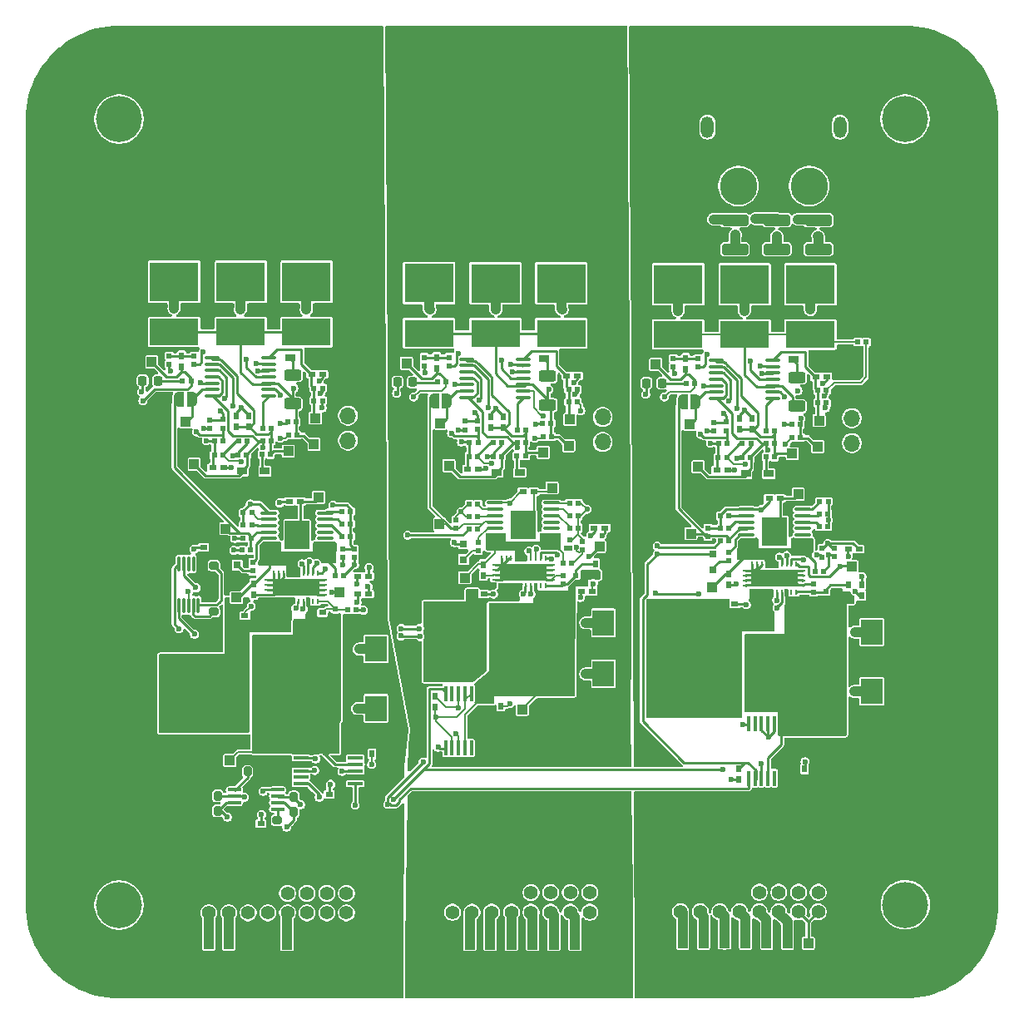
<source format=gbr>
%TF.GenerationSoftware,KiCad,Pcbnew,9.0.0*%
%TF.CreationDate,2025-06-20T14:28:13-07:00*%
%TF.ProjectId,EPS_Scales_RevE,4550535f-5363-4616-9c65-735f52657645,rev?*%
%TF.SameCoordinates,Original*%
%TF.FileFunction,Copper,L1,Top*%
%TF.FilePolarity,Positive*%
%FSLAX46Y46*%
G04 Gerber Fmt 4.6, Leading zero omitted, Abs format (unit mm)*
G04 Created by KiCad (PCBNEW 9.0.0) date 2025-06-20 14:28:13*
%MOMM*%
%LPD*%
G01*
G04 APERTURE LIST*
G04 Aperture macros list*
%AMRoundRect*
0 Rectangle with rounded corners*
0 $1 Rounding radius*
0 $2 $3 $4 $5 $6 $7 $8 $9 X,Y pos of 4 corners*
0 Add a 4 corners polygon primitive as box body*
4,1,4,$2,$3,$4,$5,$6,$7,$8,$9,$2,$3,0*
0 Add four circle primitives for the rounded corners*
1,1,$1+$1,$2,$3*
1,1,$1+$1,$4,$5*
1,1,$1+$1,$6,$7*
1,1,$1+$1,$8,$9*
0 Add four rect primitives between the rounded corners*
20,1,$1+$1,$2,$3,$4,$5,0*
20,1,$1+$1,$4,$5,$6,$7,0*
20,1,$1+$1,$6,$7,$8,$9,0*
20,1,$1+$1,$8,$9,$2,$3,0*%
%AMFreePoly0*
4,1,23,0.500000,-0.750000,0.000000,-0.750000,0.000000,-0.745722,-0.065263,-0.745722,-0.191342,-0.711940,-0.304381,-0.646677,-0.396677,-0.554381,-0.461940,-0.441342,-0.495722,-0.315263,-0.495722,-0.250000,-0.500000,-0.250000,-0.500000,0.250000,-0.495722,0.250000,-0.495722,0.315263,-0.461940,0.441342,-0.396677,0.554381,-0.304381,0.646677,-0.191342,0.711940,-0.065263,0.745722,0.000000,0.745722,
0.000000,0.750000,0.500000,0.750000,0.500000,-0.750000,0.500000,-0.750000,$1*%
%AMFreePoly1*
4,1,23,0.000000,0.745722,0.065263,0.745722,0.191342,0.711940,0.304381,0.646677,0.396677,0.554381,0.461940,0.441342,0.495722,0.315263,0.495722,0.250000,0.500000,0.250000,0.500000,-0.250000,0.495722,-0.250000,0.495722,-0.315263,0.461940,-0.441342,0.396677,-0.554381,0.304381,-0.646677,0.191342,-0.711940,0.065263,-0.745722,0.000000,-0.745722,0.000000,-0.750000,-0.500000,-0.750000,
-0.500000,0.750000,0.000000,0.750000,0.000000,0.745722,0.000000,0.745722,$1*%
G04 Aperture macros list end*
%TA.AperFunction,SMDPad,CuDef*%
%ADD10R,1.000000X1.000000*%
%TD*%
%TA.AperFunction,SMDPad,CuDef*%
%ADD11R,0.570000X0.540000*%
%TD*%
%TA.AperFunction,SMDPad,CuDef*%
%ADD12R,0.540000X0.790000*%
%TD*%
%TA.AperFunction,SMDPad,CuDef*%
%ADD13R,0.540000X0.570000*%
%TD*%
%TA.AperFunction,SMDPad,CuDef*%
%ADD14R,0.790000X0.540000*%
%TD*%
%TA.AperFunction,ComponentPad*%
%ADD15C,4.700000*%
%TD*%
%TA.AperFunction,SMDPad,CuDef*%
%ADD16RoundRect,0.218750X-0.218750X-0.256250X0.218750X-0.256250X0.218750X0.256250X-0.218750X0.256250X0*%
%TD*%
%TA.AperFunction,ComponentPad*%
%ADD17R,1.400000X1.400000*%
%TD*%
%TA.AperFunction,ComponentPad*%
%ADD18C,1.400000*%
%TD*%
%TA.AperFunction,SMDPad,CuDef*%
%ADD19RoundRect,0.100000X0.637500X0.100000X-0.637500X0.100000X-0.637500X-0.100000X0.637500X-0.100000X0*%
%TD*%
%TA.AperFunction,SMDPad,CuDef*%
%ADD20R,1.000000X0.750000*%
%TD*%
%TA.AperFunction,SMDPad,CuDef*%
%ADD21R,5.000000X2.800000*%
%TD*%
%TA.AperFunction,SMDPad,CuDef*%
%ADD22R,5.000000X4.000000*%
%TD*%
%TA.AperFunction,SMDPad,CuDef*%
%ADD23RoundRect,0.250000X-0.625000X0.312500X-0.625000X-0.312500X0.625000X-0.312500X0.625000X0.312500X0*%
%TD*%
%TA.AperFunction,SMDPad,CuDef*%
%ADD24R,3.020000X7.500000*%
%TD*%
%TA.AperFunction,SMDPad,CuDef*%
%ADD25R,0.800000X0.800000*%
%TD*%
%TA.AperFunction,SMDPad,CuDef*%
%ADD26RoundRect,0.200000X-0.200000X-0.275000X0.200000X-0.275000X0.200000X0.275000X-0.200000X0.275000X0*%
%TD*%
%TA.AperFunction,SMDPad,CuDef*%
%ADD27RoundRect,0.250000X-1.100000X0.325000X-1.100000X-0.325000X1.100000X-0.325000X1.100000X0.325000X0*%
%TD*%
%TA.AperFunction,SMDPad,CuDef*%
%ADD28O,1.750000X0.340000*%
%TD*%
%TA.AperFunction,SMDPad,CuDef*%
%ADD29R,2.500000X2.900000*%
%TD*%
%TA.AperFunction,SMDPad,CuDef*%
%ADD30FreePoly0,180.000000*%
%TD*%
%TA.AperFunction,SMDPad,CuDef*%
%ADD31FreePoly1,180.000000*%
%TD*%
%TA.AperFunction,ComponentPad*%
%ADD32R,1.700000X1.700000*%
%TD*%
%TA.AperFunction,ComponentPad*%
%ADD33O,1.700000X1.700000*%
%TD*%
%TA.AperFunction,SMDPad,CuDef*%
%ADD34RoundRect,0.200000X0.275000X-0.200000X0.275000X0.200000X-0.275000X0.200000X-0.275000X-0.200000X0*%
%TD*%
%TA.AperFunction,SMDPad,CuDef*%
%ADD35R,0.280000X0.580000*%
%TD*%
%TA.AperFunction,SMDPad,CuDef*%
%ADD36R,4.750000X1.700000*%
%TD*%
%TA.AperFunction,SMDPad,CuDef*%
%ADD37R,0.580000X0.280000*%
%TD*%
%TA.AperFunction,SMDPad,CuDef*%
%ADD38RoundRect,0.200000X0.200000X0.275000X-0.200000X0.275000X-0.200000X-0.275000X0.200000X-0.275000X0*%
%TD*%
%TA.AperFunction,SMDPad,CuDef*%
%ADD39R,3.800000X4.800000*%
%TD*%
%TA.AperFunction,SMDPad,CuDef*%
%ADD40R,0.360000X1.560000*%
%TD*%
%TA.AperFunction,SMDPad,CuDef*%
%ADD41R,2.190000X2.590000*%
%TD*%
%TA.AperFunction,SMDPad,CuDef*%
%ADD42RoundRect,0.200000X-0.275000X0.200000X-0.275000X-0.200000X0.275000X-0.200000X0.275000X0.200000X0*%
%TD*%
%TA.AperFunction,ComponentPad*%
%ADD43O,1.300000X2.200000*%
%TD*%
%TA.AperFunction,ComponentPad*%
%ADD44C,3.800000*%
%TD*%
%TA.AperFunction,SMDPad,CuDef*%
%ADD45R,2.900000X5.400000*%
%TD*%
%TA.AperFunction,SMDPad,CuDef*%
%ADD46R,1.560000X0.360000*%
%TD*%
%TA.AperFunction,SMDPad,CuDef*%
%ADD47O,1.450000X0.380000*%
%TD*%
%TA.AperFunction,SMDPad,CuDef*%
%ADD48O,0.280000X1.620000*%
%TD*%
%TA.AperFunction,ViaPad*%
%ADD49C,0.600000*%
%TD*%
%TA.AperFunction,ViaPad*%
%ADD50C,0.800000*%
%TD*%
%TA.AperFunction,Conductor*%
%ADD51C,0.250000*%
%TD*%
%TA.AperFunction,Conductor*%
%ADD52C,0.200000*%
%TD*%
%TA.AperFunction,Conductor*%
%ADD53C,1.000000*%
%TD*%
G04 APERTURE END LIST*
D10*
%TO.P,TP5,1,1*%
%TO.N,/Perif_Subsystem/WD_Perif/WDT-VIN*%
X205782000Y-70241500D03*
%TD*%
D11*
%TO.P,R171,1*%
%TO.N,Net-(U11C-+)*%
X172129500Y-71186750D03*
%TO.P,R171,2*%
%TO.N,Net-(D18-C)*%
X172989500Y-71186750D03*
%TD*%
D10*
%TO.P,TP10,1,1*%
%TO.N,Net-(U17-VOUT)*%
X171958000Y-85699600D03*
%TD*%
%TO.P,TP17,1,1*%
%TO.N,Net-(CN1-Pad6)*%
X197781000Y-121031000D03*
%TD*%
%TO.P,TP63,1,1*%
%TO.N,Net-(JP4-A)*%
X166768000Y-67819250D03*
%TD*%
D11*
%TO.P,R158,1*%
%TO.N,Net-(U11D--)*%
X169706500Y-71218750D03*
%TO.P,R158,2*%
%TO.N,Net-(R157-Pad1)*%
X170566500Y-71218750D03*
%TD*%
%TO.P,R155,1*%
%TO.N,Net-(U10C-+)*%
X223420500Y-71439500D03*
%TO.P,R155,2*%
%TO.N,Net-(D15-C)*%
X224280500Y-71439500D03*
%TD*%
D12*
%TO.P,C36,1*%
%TO.N,Net-(U12-VOUT)*%
X197104000Y-82339000D03*
%TO.P,C36,2*%
%TO.N,GND*%
X197104000Y-83439000D03*
%TD*%
D13*
%TO.P,R64,1*%
%TO.N,Net-(U3-EN{slash}UV)*%
X183983200Y-81648800D03*
%TO.P,R64,2*%
%TO.N,GND*%
X183983200Y-80788800D03*
%TD*%
D14*
%TO.P,C25,1*%
%TO.N,Net-(U3-TR{slash}SS)*%
X184296800Y-83528400D03*
%TO.P,C25,2*%
%TO.N,GND*%
X185396800Y-83528400D03*
%TD*%
D15*
%TO.P,J3,1,1*%
%TO.N,GND*%
X160012800Y-37000000D03*
%TD*%
D10*
%TO.P,TP61,1,1*%
%TO.N,Net-(U11C--)*%
X177245500Y-70803750D03*
%TD*%
D13*
%TO.P,R127,1*%
%TO.N,/Perif_Subsystem/WD_Perif/WDT-VP*%
X196480000Y-67721000D03*
%TO.P,R127,2*%
%TO.N,Net-(U6B--)*%
X196480000Y-68581000D03*
%TD*%
D16*
%TO.P,D14,1,K*%
%TO.N,GND*%
X213700500Y-63875750D03*
%TO.P,D14,2,A*%
%TO.N,Net-(D14-A)*%
X215275500Y-63875750D03*
%TD*%
D14*
%TO.P,C29,1*%
%TO.N,+3.3V_OBC*%
X169699600Y-80582000D03*
%TO.P,C29,2*%
%TO.N,GND*%
X168599600Y-80582000D03*
%TD*%
D17*
%TO.P,CN1,1,1*%
%TO.N,+5V_Perif*%
X193941000Y-115729000D03*
D18*
%TO.P,CN1,2,2*%
%TO.N,unconnected-(CN1-Pad2)*%
X193941000Y-117729000D03*
%TO.P,CN1,3,3*%
%TO.N,+5V_Perif*%
X195941000Y-115729000D03*
%TO.P,CN1,4,4*%
%TO.N,Net-(CN1-Pad4)*%
X195941000Y-117729000D03*
%TO.P,CN1,5,5*%
%TO.N,+5V_Perif*%
X197941000Y-115729000D03*
%TO.P,CN1,6,6*%
%TO.N,Net-(CN1-Pad6)*%
X197941000Y-117729000D03*
%TO.P,CN1,7,7*%
%TO.N,+5V_Perif*%
X199941000Y-115729000D03*
%TO.P,CN1,8,8*%
%TO.N,Net-(CN1-Pad8)*%
X199941000Y-117729000D03*
%TO.P,CN1,9,9*%
%TO.N,GND*%
X201941000Y-115729000D03*
%TO.P,CN1,10,10*%
%TO.N,Net-(CN1-Pad10)*%
X201941000Y-117729000D03*
%TO.P,CN1,11,11*%
%TO.N,GND*%
X203941000Y-115729000D03*
%TO.P,CN1,12,12*%
%TO.N,Net-(CN1-Pad12)*%
X203941000Y-117729000D03*
%TO.P,CN1,13,13*%
%TO.N,GND*%
X205941000Y-115729000D03*
%TO.P,CN1,14,14*%
%TO.N,Net-(CN1-Pad14)*%
X205941000Y-117729000D03*
%TO.P,CN1,15,15*%
%TO.N,GND*%
X207941000Y-115729000D03*
%TO.P,CN1,16,16*%
%TO.N,WDT_WDI_Perif*%
X207941000Y-117729000D03*
%TD*%
D14*
%TO.P,C27,1*%
%TO.N,Net-(U3-BST)*%
X172807200Y-87541600D03*
%TO.P,C27,2*%
%TO.N,Net-(U3-SW)*%
X171707200Y-87541600D03*
%TD*%
D19*
%TO.P,U11,1*%
%TO.N,Net-(R167-Pad2)*%
X175218500Y-65197250D03*
%TO.P,U11,2*%
%TO.N,Net-(R165-Pad2)*%
X175218500Y-64547250D03*
%TO.P,U11,3,V+*%
%TO.N,/OBC_Subsystem/WD_OBC/WDT-VIN*%
X175218500Y-63897250D03*
%TO.P,U11,4,-*%
%TO.N,Net-(U11A--)*%
X175218500Y-63247250D03*
%TO.P,U11,5,+*%
%TO.N,/OBC_Subsystem/WD_OBC/WDT-VP*%
X175218500Y-62597250D03*
%TO.P,U11,6,-*%
%TO.N,Net-(U11B--)*%
X175218500Y-61947250D03*
%TO.P,U11,7,+*%
%TO.N,Net-(U11B-+)*%
X175218500Y-61297250D03*
%TO.P,U11,8,-*%
%TO.N,Net-(U11C--)*%
X169493500Y-61297250D03*
%TO.P,U11,9,+*%
%TO.N,Net-(U11C-+)*%
X169493500Y-61947250D03*
%TO.P,U11,10,-*%
%TO.N,Net-(U11D--)*%
X169493500Y-62597250D03*
%TO.P,U11,11,+*%
%TO.N,Net-(D18-C)*%
X169493500Y-63247250D03*
%TO.P,U11,12,V-*%
%TO.N,GND*%
X169493500Y-63897250D03*
%TO.P,U11,13*%
%TO.N,Net-(JP4-A)*%
X169493500Y-64547250D03*
%TO.P,U11,14*%
%TO.N,Net-(D18-C)*%
X169493500Y-65197250D03*
%TD*%
D11*
%TO.P,R166,1*%
%TO.N,/OBC_Subsystem/WD_OBC/WDT-VIN*%
X180709000Y-64379250D03*
%TO.P,R166,2*%
%TO.N,Net-(U11B-+)*%
X179849000Y-64379250D03*
%TD*%
%TO.P,R165,1*%
%TO.N,Net-(U11B-+)*%
X179849000Y-65649250D03*
%TO.P,R165,2*%
%TO.N,Net-(R165-Pad2)*%
X180709000Y-65649250D03*
%TD*%
D10*
%TO.P,TP31,1,1*%
%TO.N,+V_Batt*%
X180325600Y-75502000D03*
%TD*%
D16*
%TO.P,D13,1,K*%
%TO.N,GND*%
X188342500Y-63759250D03*
%TO.P,D13,2,A*%
%TO.N,Net-(D13-A)*%
X189917500Y-63759250D03*
%TD*%
D13*
%TO.P,R93,1*%
%TO.N,Net-(U1-RT)*%
X231523600Y-81571200D03*
%TO.P,R93,2*%
%TO.N,GND*%
X231523600Y-80711200D03*
%TD*%
D11*
%TO.P,R60,1*%
%TO.N,Net-(U17-SEL2)*%
X182716800Y-78194400D03*
%TO.P,R60,2*%
%TO.N,GND*%
X183576800Y-78194400D03*
%TD*%
D10*
%TO.P,TP30,1,1*%
%TO.N,/Jetson_Subsystem/WD_Jetson/WDT-VIN*%
X231140000Y-70358000D03*
%TD*%
D11*
%TO.P,R28,1*%
%TO.N,GND*%
X221214800Y-77382000D03*
%TO.P,R28,2*%
%TO.N,Net-(U15-SNS)*%
X222074800Y-77382000D03*
%TD*%
D20*
%TO.P,D7,1,C*%
%TO.N,Net-(D7-C)*%
X228644000Y-61457000D03*
%TO.P,D7,2,A*%
%TO.N,+20V_Jetson*%
X230984000Y-61457000D03*
%TD*%
%TO.P,D10,1,C*%
%TO.N,Net-(D10-C)*%
X177442800Y-61264800D03*
%TO.P,D10,2,A*%
%TO.N,+3.3V_OBC*%
X179782800Y-61264800D03*
%TD*%
D10*
%TO.P,TP40,1,1*%
%TO.N,Net-(U12-VOUT)*%
X195199000Y-83693000D03*
%TD*%
D21*
%TO.P,C43,1,1*%
%TO.N,/Perif_Subsystem/WD_Perif/WDT-VIN*%
X198331000Y-58811500D03*
D22*
%TO.P,C43,2,2*%
%TO.N,GND*%
X198331000Y-53711500D03*
%TD*%
D11*
%TO.P,R134,1*%
%TO.N,Net-(U6C--)*%
X201400500Y-68654000D03*
%TO.P,R134,2*%
%TO.N,Net-(R134-Pad2)*%
X200540500Y-68654000D03*
%TD*%
D23*
%TO.P,R86,1*%
%TO.N,Net-(D7-C)*%
X228981000Y-63296500D03*
%TO.P,R86,2*%
%TO.N,Net-(U10E-V+)*%
X228981000Y-66221500D03*
%TD*%
D11*
%TO.P,R151,1*%
%TO.N,Net-(U10C--)*%
X226758500Y-68770500D03*
%TO.P,R151,2*%
%TO.N,Net-(R151-Pad2)*%
X225898500Y-68770500D03*
%TD*%
%TO.P,R143,1*%
%TO.N,Net-(U10B--)*%
X221903500Y-70040500D03*
%TO.P,R143,2*%
%TO.N,Net-(U10D--)*%
X221043500Y-70040500D03*
%TD*%
%TO.P,R73,1*%
%TO.N,~{WD_EN_PERIF}*%
X196469000Y-78740000D03*
%TO.P,R73,2*%
%TO.N,OBC_EN_PERIF*%
X195609000Y-78740000D03*
%TD*%
D24*
%TO.P,L3,1,1*%
%TO.N,Net-(U13-SW)*%
X192758000Y-90322400D03*
%TO.P,L3,2,2*%
%TO.N,Net-(U13-BIAS)*%
X199418000Y-90322400D03*
%TD*%
D20*
%TO.P,D6,1,C*%
%TO.N,Net-(D6-C)*%
X203286000Y-61340500D03*
%TO.P,D6,2,A*%
%TO.N,+5V_Perif*%
X205626000Y-61340500D03*
%TD*%
D13*
%TO.P,R160,1*%
%TO.N,/OBC_Subsystem/WD_OBC/WDT-VP*%
X170547000Y-67584750D03*
%TO.P,R160,2*%
%TO.N,Net-(U11B--)*%
X170547000Y-68444750D03*
%TD*%
D21*
%TO.P,C51,1,1*%
%TO.N,Net-(U10E-V+)*%
X230378000Y-58928000D03*
D22*
%TO.P,C51,2,2*%
%TO.N,GND*%
X230378000Y-53828000D03*
%TD*%
D25*
%TO.P,D17,1,K*%
%TO.N,Net-(D17-K)*%
X172045200Y-82385600D03*
%TO.P,D17,2,A*%
%TO.N,+3.3V_OBC*%
X172045200Y-83985600D03*
%TD*%
D13*
%TO.P,R129,1*%
%TO.N,GND*%
X191050000Y-62113500D03*
%TO.P,R129,2*%
%TO.N,Net-(C68-Pad2)*%
X191050000Y-61253500D03*
%TD*%
D11*
%TO.P,R78,1*%
%TO.N,GND*%
X206756000Y-76073000D03*
%TO.P,R78,2*%
%TO.N,Net-(U12-DIA_EN)*%
X205896000Y-76073000D03*
%TD*%
D12*
%TO.P,C81,1*%
%TO.N,GND*%
X173181500Y-67205750D03*
%TO.P,C81,2*%
%TO.N,Net-(U11C--)*%
X173181500Y-68305750D03*
%TD*%
D10*
%TO.P,TP21,1,1*%
%TO.N,Net-(CN1-Pad14)*%
X206417000Y-121031000D03*
%TD*%
D16*
%TO.P,D16,1,K*%
%TO.N,GND*%
X162409500Y-63623000D03*
%TO.P,D16,2,A*%
%TO.N,Net-(D16-A)*%
X163984500Y-63623000D03*
%TD*%
D11*
%TO.P,R149,1*%
%TO.N,Net-(U10B-+)*%
X231140000Y-65902000D03*
%TO.P,R149,2*%
%TO.N,Net-(R149-Pad2)*%
X232000000Y-65902000D03*
%TD*%
D26*
%TO.P,R47,1*%
%TO.N,+3.3V_OBC*%
X168408600Y-107413200D03*
%TO.P,R47,2*%
%TO.N,OBC SDA*%
X170058600Y-107413200D03*
%TD*%
D21*
%TO.P,C63,1,1*%
%TO.N,/OBC_Subsystem/WD_OBC/WDT-VIN*%
X165625000Y-58660250D03*
D22*
%TO.P,C63,2,2*%
%TO.N,GND*%
X165625000Y-53560250D03*
%TD*%
D11*
%TO.P,R124,1*%
%TO.N,Net-(R124-Pad1)*%
X203164000Y-69331500D03*
%TO.P,R124,2*%
%TO.N,/Perif_Subsystem/WD_Perif/WDT-VIN*%
X204024000Y-69331500D03*
%TD*%
%TO.P,R125,1*%
%TO.N,Net-(U6D--)*%
X195639500Y-71355000D03*
%TO.P,R125,2*%
%TO.N,Net-(R124-Pad1)*%
X196499500Y-71355000D03*
%TD*%
%TO.P,R88,1*%
%TO.N,Net-(U15-DIA_EN)*%
X231324000Y-75908800D03*
%TO.P,R88,2*%
%TO.N,GND*%
X232184000Y-75908800D03*
%TD*%
D14*
%TO.P,C38,1*%
%TO.N,Net-(U13-TR{slash}SS)*%
X208365000Y-78613000D03*
%TO.P,C38,2*%
%TO.N,GND*%
X209465000Y-78613000D03*
%TD*%
D10*
%TO.P,TP9,1,1*%
%TO.N,Net-(D8-C)*%
X193590000Y-72273500D03*
%TD*%
D27*
%TO.P,C2,1*%
%TO.N,+V_Batt*%
X226949000Y-47293000D03*
%TO.P,C2,2*%
%TO.N,GND*%
X226949000Y-50243000D03*
%TD*%
D13*
%TO.P,R56,1*%
%TO.N,Net-(U1-FB)*%
X230710800Y-85178000D03*
%TO.P,R56,2*%
%TO.N,GND*%
X230710800Y-84318000D03*
%TD*%
%TO.P,R62,1*%
%TO.N,Net-(U3-RT)*%
X182764000Y-81645200D03*
%TO.P,R62,2*%
%TO.N,GND*%
X182764000Y-80785200D03*
%TD*%
D28*
%TO.P,U17,1,GND*%
%TO.N,GND*%
X175271200Y-77082800D03*
%TO.P,U17,2,SNS*%
%TO.N,Net-(U17-SNS)*%
X175271200Y-77732800D03*
%TO.P,U17,3,LATCH*%
%TO.N,Net-(U17-LATCH)*%
X175271200Y-78382800D03*
%TO.P,U17,4,EN*%
%TO.N,~{WD_EN_OBC}*%
X175271200Y-79042800D03*
%TO.P,U17,5,~{ST}*%
%TO.N,Net-(U17-~{ST})*%
X175271200Y-79692800D03*
%TO.P,U17,6,VOUT*%
%TO.N,Net-(U17-VOUT)*%
X175271200Y-80342800D03*
X175271200Y-80992800D03*
X175271200Y-81642800D03*
X181011200Y-80342800D03*
X181011200Y-80992800D03*
X181011200Y-81642800D03*
%TO.P,U17,12,NC*%
%TO.N,unconnected-(U17-NC-Pad12)*%
X181011200Y-79692800D03*
%TO.P,U17,13,NC*%
%TO.N,unconnected-(U17-NC-Pad13)*%
X181011200Y-79042800D03*
%TO.P,U17,14,SEL1*%
%TO.N,Net-(U17-SEL1)*%
X181011200Y-78382800D03*
%TO.P,U17,15,SEL2*%
%TO.N,Net-(U17-SEL2)*%
X181011200Y-77732800D03*
%TO.P,U17,16,DIA_EN*%
%TO.N,Net-(U17-DIA_EN)*%
X181011200Y-77082800D03*
D29*
%TO.P,U17,17,VBB*%
%TO.N,+V_Batt*%
X178141200Y-79362800D03*
%TD*%
D10*
%TO.P,TP2,1,1*%
%TO.N,Net-(J6-Pad8)*%
X223771800Y-120878200D03*
%TD*%
D21*
%TO.P,C50,1,1*%
%TO.N,Net-(U10E-V+)*%
X216916000Y-58913000D03*
D22*
%TO.P,C50,2,2*%
%TO.N,GND*%
X216916000Y-53813000D03*
%TD*%
D11*
%TO.P,R132,1*%
%TO.N,Net-(U6B-+)*%
X205782000Y-65785500D03*
%TO.P,R132,2*%
%TO.N,Net-(R132-Pad2)*%
X206642000Y-65785500D03*
%TD*%
D15*
%TO.P,J2,1,1*%
%TO.N,GND*%
X160012800Y-117000000D03*
%TD*%
D10*
%TO.P,TP39,1,1*%
%TO.N,+V_Batt*%
X204089000Y-74549000D03*
%TD*%
D11*
%TO.P,R131,1*%
%TO.N,Net-(D13-A)*%
X192398000Y-63764500D03*
%TO.P,R131,2*%
%TO.N,WDT_WDI_Perif*%
X193258000Y-63764500D03*
%TD*%
D10*
%TO.P,TP43,1,1*%
%TO.N,+5V_Perif*%
X199262000Y-99579000D03*
%TD*%
D30*
%TO.P,JP2,1,A*%
%TO.N,Net-(JP2-A)*%
X193351000Y-65669500D03*
D31*
%TO.P,JP2,2,B*%
%TO.N,~{WD_EN_PERIF}*%
X192051000Y-65669500D03*
%TD*%
D13*
%TO.P,R104,1*%
%TO.N,Net-(U13-FB)*%
X205232000Y-84299000D03*
%TO.P,R104,2*%
%TO.N,GND*%
X205232000Y-83439000D03*
%TD*%
D12*
%TO.P,C73,1*%
%TO.N,WDT_WDI_Jetson*%
X217678000Y-62470000D03*
%TO.P,C73,2*%
%TO.N,Net-(C73-Pad2)*%
X217678000Y-61370000D03*
%TD*%
%TO.P,C78,1*%
%TO.N,Net-(U1-INTVCC)*%
X235587600Y-85492400D03*
%TO.P,C78,2*%
%TO.N,GND*%
X235587600Y-84392400D03*
%TD*%
D14*
%TO.P,C74,1*%
%TO.N,GND*%
X232035000Y-63235000D03*
%TO.P,C74,2*%
%TO.N,Net-(U10B-+)*%
X230935000Y-63235000D03*
%TD*%
D10*
%TO.P,TP15,1,1*%
%TO.N,Net-(JP2-A)*%
X192701000Y-67955500D03*
%TD*%
D11*
%TO.P,R61,1*%
%TO.N,Net-(U17-SEL1)*%
X182713200Y-79464400D03*
%TO.P,R61,2*%
%TO.N,GND*%
X183573200Y-79464400D03*
%TD*%
D23*
%TO.P,R85,1*%
%TO.N,Net-(D6-C)*%
X203623000Y-63180000D03*
%TO.P,R85,2*%
%TO.N,/Perif_Subsystem/WD_Perif/WDT-VIN*%
X203623000Y-66105000D03*
%TD*%
D10*
%TO.P,TP19,1,1*%
%TO.N,Net-(CN1-Pad10)*%
X202099000Y-121031000D03*
%TD*%
D28*
%TO.P,U12,1,GND*%
%TO.N,GND*%
X198298000Y-76062500D03*
%TO.P,U12,2,SNS*%
%TO.N,Net-(U12-SNS)*%
X198298000Y-76712500D03*
%TO.P,U12,3,LATCH*%
%TO.N,Net-(U12-LATCH)*%
X198298000Y-77362500D03*
%TO.P,U12,4,EN*%
%TO.N,~{WD_EN_PERIF}*%
X198298000Y-78022500D03*
%TO.P,U12,5,~{ST}*%
%TO.N,Net-(U12-~{ST})*%
X198298000Y-78672500D03*
%TO.P,U12,6,VOUT*%
%TO.N,Net-(U12-VOUT)*%
X198298000Y-79322500D03*
X198298000Y-79972500D03*
X198298000Y-80622500D03*
X204038000Y-79322500D03*
X204038000Y-79972500D03*
X204038000Y-80622500D03*
%TO.P,U12,12,NC*%
%TO.N,unconnected-(U12-NC-Pad12)*%
X204038000Y-78672500D03*
%TO.P,U12,13,NC*%
%TO.N,unconnected-(U12-NC-Pad13)*%
X204038000Y-78022500D03*
%TO.P,U12,14,SEL1*%
%TO.N,Net-(U12-SEL1)*%
X204038000Y-77362500D03*
%TO.P,U12,15,SEL2*%
%TO.N,Net-(U12-SEL2)*%
X204038000Y-76712500D03*
%TO.P,U12,16,DIA_EN*%
%TO.N,Net-(U12-DIA_EN)*%
X204038000Y-76062500D03*
D29*
%TO.P,U12,17,VBB*%
%TO.N,+V_Batt*%
X201168000Y-78342500D03*
%TD*%
D11*
%TO.P,R168,1*%
%TO.N,Net-(R157-Pad1)*%
X172165500Y-69787750D03*
%TO.P,R168,2*%
%TO.N,Net-(U11C-+)*%
X173025500Y-69787750D03*
%TD*%
D14*
%TO.P,C28,1*%
%TO.N,Net-(U3-INTVCC)*%
X184296800Y-85357200D03*
%TO.P,C28,2*%
%TO.N,GND*%
X185396800Y-85357200D03*
%TD*%
D32*
%TO.P,J8,1,Pin_1*%
%TO.N,+20V_Jetson*%
X234594000Y-62367000D03*
D33*
%TO.P,J8,2,Pin_2*%
X234594000Y-64907000D03*
%TO.P,J8,3,Pin_3*%
%TO.N,GND*%
X234594000Y-67447000D03*
%TO.P,J8,4,Pin_4*%
X234594000Y-69987000D03*
%TD*%
D10*
%TO.P,TP42,1,1*%
%TO.N,Net-(U13-BIAS)*%
X201066400Y-97078800D03*
%TD*%
D13*
%TO.P,R77,1*%
%TO.N,Net-(D9-K)*%
X196596000Y-80948000D03*
%TO.P,R77,2*%
%TO.N,Net-(U12-~{ST})*%
X196596000Y-80088000D03*
%TD*%
D34*
%TO.P,R35,1*%
%TO.N,+3.3V_OBC*%
X169657600Y-84099400D03*
%TO.P,R35,2*%
%TO.N,Net-(U7-SET)*%
X169657600Y-82449400D03*
%TD*%
D12*
%TO.P,C75,1*%
%TO.N,GND*%
X223202500Y-67458500D03*
%TO.P,C75,2*%
%TO.N,Net-(U10C--)*%
X223202500Y-68558500D03*
%TD*%
D11*
%TO.P,R81,1*%
%TO.N,Net-(U12-VOUT)*%
X205232000Y-82169000D03*
%TO.P,R81,2*%
%TO.N,Net-(U13-EN{slash}UV)*%
X206092000Y-82169000D03*
%TD*%
D13*
%TO.P,R80,1*%
%TO.N,Net-(U13-EN{slash}UV)*%
X207137000Y-80821000D03*
%TO.P,R80,2*%
%TO.N,GND*%
X207137000Y-79961000D03*
%TD*%
D35*
%TO.P,U13,1,SYNC*%
%TO.N,SYNC_PHASE2*%
X203419000Y-81687000D03*
%TO.P,U13,2,TR/SS*%
%TO.N,Net-(U13-TR{slash}SS)*%
X202919000Y-81687000D03*
%TO.P,U13,3,RT*%
%TO.N,Net-(U13-RT)*%
X202419000Y-81687000D03*
%TO.P,U13,4,EN/UV*%
%TO.N,Net-(U13-EN{slash}UV)*%
X201919000Y-81687000D03*
%TO.P,U13,5,VIN*%
%TO.N,Net-(U12-VOUT)*%
X201419000Y-81687000D03*
X200919000Y-81687000D03*
X200419000Y-81687000D03*
%TO.P,U13,8,PGND*%
%TO.N,GND*%
X199919000Y-81687000D03*
X199419000Y-81687000D03*
X198919000Y-81687000D03*
D36*
%TO.P,U13,11,GND*%
X201169000Y-83107000D03*
D37*
X198249000Y-83857000D03*
X198249000Y-83357000D03*
X198249000Y-82857000D03*
X198249000Y-82357000D03*
D35*
%TO.P,U13,15,SW*%
%TO.N,Net-(U13-SW)*%
X200919000Y-84527000D03*
X200419000Y-84527000D03*
X199919000Y-84527000D03*
X199419000Y-84527000D03*
X198919000Y-84527000D03*
%TO.P,U13,20,BST*%
%TO.N,Net-(U13-BST)*%
X201419000Y-84527000D03*
%TO.P,U13,21,INTVCC*%
%TO.N,Net-(U13-INTVCC)*%
X201919000Y-84527000D03*
%TO.P,U13,22,BIAS*%
%TO.N,Net-(U13-BIAS)*%
X202419000Y-84527000D03*
%TO.P,U13,23,PG*%
%TO.N,unconnected-(U13-PG-Pad23)*%
X202919000Y-84527000D03*
%TO.P,U13,24,FB*%
%TO.N,Net-(U13-FB)*%
X203419000Y-84527000D03*
D37*
%TO.P,U13,25,NC*%
%TO.N,GND*%
X204089000Y-83857000D03*
X204089000Y-83357000D03*
X204089000Y-82857000D03*
X204089000Y-82357000D03*
%TD*%
D11*
%TO.P,R57,1*%
%TO.N,GND*%
X172654800Y-77076800D03*
%TO.P,R57,2*%
%TO.N,Net-(U17-SNS)*%
X173514800Y-77076800D03*
%TD*%
%TO.P,R72,1*%
%TO.N,GND*%
X195662770Y-77470000D03*
%TO.P,R72,2*%
%TO.N,Net-(U12-LATCH)*%
X196522770Y-77470000D03*
%TD*%
D14*
%TO.P,C47,1*%
%TO.N,Net-(U1-TR{slash}SS)*%
X234224800Y-80785600D03*
%TO.P,C47,2*%
%TO.N,GND*%
X235324800Y-80785600D03*
%TD*%
D10*
%TO.P,TP56,1,1*%
%TO.N,Net-(U10C--)*%
X228536500Y-71056500D03*
%TD*%
%TO.P,TP44,1,1*%
%TO.N,Net-(J6-Pad2)*%
X217371000Y-120878200D03*
%TD*%
D38*
%TO.P,R46,1*%
%TO.N,+3.3V_OBC*%
X179456600Y-107514800D03*
%TO.P,R46,2*%
%TO.N,OBC SCL*%
X177806600Y-107514800D03*
%TD*%
D19*
%TO.P,U6,1*%
%TO.N,Net-(R134-Pad2)*%
X201151500Y-65333500D03*
%TO.P,U6,2*%
%TO.N,Net-(R132-Pad2)*%
X201151500Y-64683500D03*
%TO.P,U6,3,V+*%
%TO.N,/Perif_Subsystem/WD_Perif/WDT-VIN*%
X201151500Y-64033500D03*
%TO.P,U6,4,-*%
%TO.N,Net-(U6A--)*%
X201151500Y-63383500D03*
%TO.P,U6,5,+*%
%TO.N,/Perif_Subsystem/WD_Perif/WDT-VP*%
X201151500Y-62733500D03*
%TO.P,U6,6,-*%
%TO.N,Net-(U6B--)*%
X201151500Y-62083500D03*
%TO.P,U6,7,+*%
%TO.N,Net-(U6B-+)*%
X201151500Y-61433500D03*
%TO.P,U6,8,-*%
%TO.N,Net-(U6C--)*%
X195426500Y-61433500D03*
%TO.P,U6,9,+*%
%TO.N,Net-(U6C-+)*%
X195426500Y-62083500D03*
%TO.P,U6,10,-*%
%TO.N,Net-(U6D--)*%
X195426500Y-62733500D03*
%TO.P,U6,11,+*%
%TO.N,Net-(D8-C)*%
X195426500Y-63383500D03*
%TO.P,U6,12,V-*%
%TO.N,GND*%
X195426500Y-64033500D03*
%TO.P,U6,13*%
%TO.N,Net-(JP2-A)*%
X195426500Y-64683500D03*
%TO.P,U6,14*%
%TO.N,Net-(D8-C)*%
X195426500Y-65333500D03*
%TD*%
D13*
%TO.P,R29,1*%
%TO.N,Net-(D4-K)*%
X222074800Y-81977600D03*
%TO.P,R29,2*%
%TO.N,Net-(U15-~{ST})*%
X222074800Y-81117600D03*
%TD*%
D11*
%TO.P,R135,1*%
%TO.N,Net-(R124-Pad1)*%
X198098500Y-69924000D03*
%TO.P,R135,2*%
%TO.N,Net-(U6C-+)*%
X198958500Y-69924000D03*
%TD*%
D32*
%TO.P,J9,1,Pin_1*%
%TO.N,+3.3V_OBC*%
X183303000Y-62114250D03*
D33*
%TO.P,J9,2,Pin_2*%
X183303000Y-64654250D03*
%TO.P,J9,3,Pin_3*%
%TO.N,GND*%
X183303000Y-67194250D03*
%TO.P,J9,4,Pin_4*%
X183303000Y-69734250D03*
%TD*%
D39*
%TO.P,L1,1,1*%
%TO.N,Net-(U1-SW)*%
X216238800Y-92215600D03*
%TO.P,L1,2,2*%
%TO.N,Net-(U1-BIAS)*%
X226138800Y-92215600D03*
%TD*%
D11*
%TO.P,R41,1*%
%TO.N,GND*%
X172654800Y-78346800D03*
%TO.P,R41,2*%
%TO.N,Net-(U17-LATCH)*%
X173514800Y-78346800D03*
%TD*%
D40*
%TO.P,U16,1,IN+*%
%TO.N,Net-(U13-BIAS)*%
X197809200Y-95467200D03*
X197159200Y-95467200D03*
X196509200Y-95467200D03*
%TO.P,U16,4,A1*%
%TO.N,+3.3V_OBC*%
X195859200Y-95467200D03*
%TO.P,U16,5,A0*%
X195199200Y-95467200D03*
%TO.P,U16,6,GND*%
%TO.N,GND*%
X194549200Y-101027200D03*
X194549200Y-95467200D03*
%TO.P,U16,7,ALERT*%
%TO.N,unconnected-(U16-ALERT-Pad7)*%
X193899200Y-95467200D03*
%TO.P,U16,8,SDA*%
%TO.N,SDA*%
X193249200Y-95467200D03*
%TO.P,U16,9,SCL*%
%TO.N,SCL*%
X193249200Y-101027200D03*
%TO.P,U16,10,VS*%
%TO.N,+3.3V_OBC*%
X193899200Y-101027200D03*
%TO.P,U16,12,VBUS*%
%TO.N,Net-(U13-BIAS)*%
X195199200Y-101027200D03*
%TO.P,U16,13,NC*%
%TO.N,unconnected-(U16-NC-Pad13)*%
X195859200Y-101027200D03*
%TO.P,U16,14,IN-*%
%TO.N,+5V_Perif*%
X197809200Y-101027200D03*
X197159200Y-101027200D03*
X196509200Y-101027200D03*
%TD*%
D13*
%TO.P,R130,1*%
%TO.N,Net-(U6A--)*%
X193590000Y-62113500D03*
%TO.P,R130,2*%
%TO.N,Net-(C68-Pad2)*%
X193590000Y-61253500D03*
%TD*%
%TO.P,R83,1*%
%TO.N,~{WD_EN_JETSON}*%
X219941200Y-79488400D03*
%TO.P,R83,2*%
%TO.N,GND*%
X219941200Y-78628400D03*
%TD*%
D11*
%TO.P,R126,1*%
%TO.N,Net-(U6B--)*%
X196545500Y-69924000D03*
%TO.P,R126,2*%
%TO.N,Net-(U6D--)*%
X195685500Y-69924000D03*
%TD*%
D41*
%TO.P,C62,1*%
%TO.N,Net-(U1-BIAS)*%
X229737600Y-95263600D03*
%TO.P,C62,2*%
%TO.N,GND*%
X236617600Y-95263600D03*
%TD*%
D35*
%TO.P,U3,1,SYNC*%
%TO.N,SYNC_PHASE1*%
X180258800Y-83223600D03*
%TO.P,U3,2,TR/SS*%
%TO.N,Net-(U3-TR{slash}SS)*%
X179758800Y-83223600D03*
%TO.P,U3,3,RT*%
%TO.N,Net-(U3-RT)*%
X179258800Y-83223600D03*
%TO.P,U3,4,EN/UV*%
%TO.N,Net-(U3-EN{slash}UV)*%
X178758800Y-83223600D03*
%TO.P,U3,5,VIN*%
%TO.N,Net-(U17-VOUT)*%
X178258800Y-83223600D03*
X177758800Y-83223600D03*
X177258800Y-83223600D03*
%TO.P,U3,8,PGND*%
%TO.N,GND*%
X176758800Y-83223600D03*
X176258800Y-83223600D03*
X175758800Y-83223600D03*
D36*
%TO.P,U3,11,GND*%
X178008800Y-84643600D03*
D37*
X175088800Y-85393600D03*
X175088800Y-84893600D03*
X175088800Y-84393600D03*
X175088800Y-83893600D03*
D35*
%TO.P,U3,15,SW*%
%TO.N,Net-(U3-SW)*%
X177758800Y-86063600D03*
X177258800Y-86063600D03*
X176758800Y-86063600D03*
X176258800Y-86063600D03*
X175758800Y-86063600D03*
%TO.P,U3,20,BST*%
%TO.N,Net-(U3-BST)*%
X178258800Y-86063600D03*
%TO.P,U3,21,INTVCC*%
%TO.N,Net-(U3-INTVCC)*%
X178758800Y-86063600D03*
%TO.P,U3,22,BIAS*%
%TO.N,Net-(U3-BIAS)*%
X179258800Y-86063600D03*
%TO.P,U3,23,PG*%
%TO.N,unconnected-(U3-PG-Pad23)*%
X179758800Y-86063600D03*
%TO.P,U3,24,FB*%
%TO.N,Net-(U3-FB)*%
X180258800Y-86063600D03*
D37*
%TO.P,U3,25,NC*%
%TO.N,GND*%
X180928800Y-85393600D03*
X180928800Y-84893600D03*
X180928800Y-84393600D03*
X180928800Y-83893600D03*
%TD*%
D14*
%TO.P,C41,1*%
%TO.N,Net-(U13-INTVCC)*%
X207069600Y-85090000D03*
%TO.P,C41,2*%
%TO.N,GND*%
X208169600Y-85090000D03*
%TD*%
D30*
%TO.P,JP3,1,A*%
%TO.N,Net-(JP3-A)*%
X218709000Y-65786000D03*
D31*
%TO.P,JP3,2,B*%
%TO.N,~{WD_EN_JETSON}*%
X217409000Y-65786000D03*
%TD*%
D10*
%TO.P,TP33,1,1*%
%TO.N,Net-(U3-BIAS)*%
X171283200Y-102273600D03*
%TD*%
%TO.P,TP20,1,1*%
%TO.N,Net-(CN1-Pad12)*%
X204258000Y-121031000D03*
%TD*%
D12*
%TO.P,C76,1*%
%TO.N,GND*%
X224472500Y-67458500D03*
%TO.P,C76,2*%
%TO.N,Net-(U10C--)*%
X224472500Y-68558500D03*
%TD*%
D11*
%TO.P,R169,1*%
%TO.N,Net-(U11C--)*%
X175429500Y-71150750D03*
%TO.P,R169,2*%
%TO.N,Net-(D18-A)*%
X174569500Y-71150750D03*
%TD*%
%TO.P,R107,1*%
%TO.N,~{WD_EN_OBC}*%
X173442000Y-79667600D03*
%TO.P,R107,2*%
%TO.N,+V_Batt*%
X172582000Y-79667600D03*
%TD*%
D13*
%TO.P,R128,1*%
%TO.N,GND*%
X195189000Y-68625000D03*
%TO.P,R128,2*%
%TO.N,/Perif_Subsystem/WD_Perif/WDT-VP*%
X195189000Y-67765000D03*
%TD*%
D11*
%TO.P,R153,1*%
%TO.N,Net-(U10C--)*%
X226720500Y-71403500D03*
%TO.P,R153,2*%
%TO.N,Net-(D15-A)*%
X225860500Y-71403500D03*
%TD*%
D12*
%TO.P,C54,1*%
%TO.N,+3.3V_OBC*%
X223040000Y-103137600D03*
%TO.P,C54,2*%
%TO.N,GND*%
X223040000Y-104237600D03*
%TD*%
D17*
%TO.P,J6,1,1*%
%TO.N,+20V_Jetson*%
X217167800Y-115696600D03*
D18*
%TO.P,J6,2,2*%
%TO.N,Net-(J6-Pad2)*%
X217167800Y-117696600D03*
%TO.P,J6,3,3*%
%TO.N,+20V_Jetson*%
X219167800Y-115696600D03*
%TO.P,J6,4,4*%
%TO.N,Net-(J6-Pad4)*%
X219167800Y-117696600D03*
%TO.P,J6,5,5*%
%TO.N,+20V_Jetson*%
X221167800Y-115696600D03*
%TO.P,J6,6,6*%
%TO.N,Net-(J6-Pad6)*%
X221167800Y-117696600D03*
%TO.P,J6,7,7*%
%TO.N,+20V_Jetson*%
X223167800Y-115696600D03*
%TO.P,J6,8,8*%
%TO.N,Net-(J6-Pad8)*%
X223167800Y-117696600D03*
%TO.P,J6,9,9*%
%TO.N,GND*%
X225167800Y-115696600D03*
%TO.P,J6,10,10*%
%TO.N,Net-(J6-Pad10)*%
X225167800Y-117696600D03*
%TO.P,J6,11,11*%
%TO.N,GND*%
X227167800Y-115696600D03*
%TO.P,J6,12,12*%
%TO.N,Net-(J6-Pad12)*%
X227167800Y-117696600D03*
%TO.P,J6,13,13*%
%TO.N,GND*%
X229167800Y-115696600D03*
%TO.P,J6,14,14*%
%TO.N,WDT_WDI_Jetson*%
X229167800Y-117696600D03*
%TO.P,J6,15,15*%
%TO.N,GND*%
X231167800Y-115696600D03*
%TO.P,J6,16,16*%
%TO.N,WDT_WDI_Jetson*%
X231167800Y-117696600D03*
%TD*%
D42*
%TO.P,R34,1*%
%TO.N,+3.3V_OBC*%
X169657600Y-85497400D03*
%TO.P,R34,2*%
%TO.N,Net-(U7-MOD)*%
X169657600Y-87147400D03*
%TD*%
D13*
%TO.P,R92,1*%
%TO.N,Net-(U1-EN{slash}UV)*%
X232793600Y-81547600D03*
%TO.P,R92,2*%
%TO.N,GND*%
X232793600Y-80687600D03*
%TD*%
D23*
%TO.P,R94,1*%
%TO.N,Net-(D10-C)*%
X177690000Y-63043750D03*
%TO.P,R94,2*%
%TO.N,/OBC_Subsystem/WD_OBC/WDT-VIN*%
X177690000Y-65968750D03*
%TD*%
D13*
%TO.P,R161,1*%
%TO.N,GND*%
X169256000Y-68488750D03*
%TO.P,R161,2*%
%TO.N,/OBC_Subsystem/WD_OBC/WDT-VP*%
X169256000Y-67628750D03*
%TD*%
D11*
%TO.P,R91,1*%
%TO.N,Net-(U1-VIN)*%
X230866800Y-83020800D03*
%TO.P,R91,2*%
%TO.N,Net-(U1-EN{slash}UV)*%
X231726800Y-83020800D03*
%TD*%
D14*
%TO.P,C83,1*%
%TO.N,GND*%
X170663500Y-72475350D03*
%TO.P,C83,2*%
%TO.N,Net-(U11D--)*%
X169563500Y-72475350D03*
%TD*%
D12*
%TO.P,C71,1*%
%TO.N,GND*%
X197844500Y-67342000D03*
%TO.P,C71,2*%
%TO.N,Net-(U6C--)*%
X197844500Y-68442000D03*
%TD*%
D11*
%TO.P,R90,1*%
%TO.N,Net-(U15-SEL1)*%
X231273200Y-78448800D03*
%TO.P,R90,2*%
%TO.N,GND*%
X232133200Y-78448800D03*
%TD*%
D27*
%TO.P,C1,1*%
%TO.N,+V_Batt*%
X231199000Y-47293000D03*
%TO.P,C1,2*%
%TO.N,GND*%
X231199000Y-50243000D03*
%TD*%
%TO.P,C3,1*%
%TO.N,+V_Batt*%
X222699000Y-47293000D03*
%TO.P,C3,2*%
%TO.N,GND*%
X222699000Y-50243000D03*
%TD*%
D10*
%TO.P,TP25,1,1*%
%TO.N,+V_Batt*%
X229136000Y-75197600D03*
%TD*%
D11*
%TO.P,R146,1*%
%TO.N,Net-(D14-A)*%
X217756000Y-63881000D03*
%TO.P,R146,2*%
%TO.N,WDT_WDI_Jetson*%
X218616000Y-63881000D03*
%TD*%
D34*
%TO.P,R44,1*%
%TO.N,+3.3V_OBC*%
X176091600Y-110016200D03*
%TO.P,R44,2*%
%TO.N,Net-(U9-EN)*%
X176091600Y-108366200D03*
%TD*%
D11*
%TO.P,R141,1*%
%TO.N,Net-(R141-Pad1)*%
X228522000Y-69448000D03*
%TO.P,R141,2*%
%TO.N,/Jetson_Subsystem/WD_Jetson/WDT-VIN*%
X229382000Y-69448000D03*
%TD*%
D43*
%TO.P,U8,1,1*%
%TO.N,GND*%
X219901000Y-37815000D03*
%TO.P,U8,2,2*%
X233401000Y-37815000D03*
D44*
%TO.P,U8,3,+*%
%TO.N,+V_Batt*%
X223051000Y-43815000D03*
%TO.P,U8,4,-*%
%TO.N,GND*%
X230251000Y-43815000D03*
%TD*%
D45*
%TO.P,L2,1,1*%
%TO.N,Net-(U3-SW)*%
X166101600Y-94742000D03*
%TO.P,L2,2,2*%
%TO.N,Net-(U3-BIAS)*%
X176001600Y-94742000D03*
%TD*%
D21*
%TO.P,C34,1,1*%
%TO.N,/Perif_Subsystem/WD_Perif/WDT-VIN*%
X191558000Y-58796500D03*
D22*
%TO.P,C34,2,2*%
%TO.N,GND*%
X191558000Y-53696500D03*
%TD*%
D41*
%TO.P,C58,1*%
%TO.N,Net-(U13-BIAS)*%
X202427000Y-88265000D03*
%TO.P,C58,2*%
%TO.N,GND*%
X209307000Y-88265000D03*
%TD*%
D14*
%TO.P,C35,1*%
%TO.N,+V_Batt*%
X202226000Y-74930000D03*
%TO.P,C35,2*%
%TO.N,GND*%
X201126000Y-74930000D03*
%TD*%
D10*
%TO.P,TP6,1,1*%
%TO.N,WDT_WDI_Perif*%
X189272000Y-61859500D03*
%TD*%
D13*
%TO.P,R164,1*%
%TO.N,Net-(U11A--)*%
X167657000Y-61977250D03*
%TO.P,R164,2*%
%TO.N,Net-(C79-Pad2)*%
X167657000Y-61117250D03*
%TD*%
D46*
%TO.P,U5,1,IN+*%
%TO.N,Net-(U3-BIAS)*%
X178510800Y-100082000D03*
X178510800Y-100732000D03*
X178510800Y-101382000D03*
%TO.P,U5,4,A1*%
%TO.N,GND*%
X178510800Y-102032000D03*
%TO.P,U5,5,A0*%
%TO.N,+3.3V_OBC*%
X178510800Y-102692000D03*
%TO.P,U5,6,GND*%
%TO.N,GND*%
X184070800Y-103342000D03*
X178510800Y-103342000D03*
%TO.P,U5,7,ALERT*%
%TO.N,unconnected-(U5-ALERT-Pad7)*%
X178510800Y-103992000D03*
%TO.P,U5,8,SDA*%
%TO.N,SDA*%
X178510800Y-104642000D03*
%TO.P,U5,9,SCL*%
%TO.N,SCL*%
X184070800Y-104642000D03*
%TO.P,U5,10,VS*%
%TO.N,+3.3V_OBC*%
X184070800Y-103992000D03*
%TO.P,U5,12,VBUS*%
%TO.N,Net-(U3-BIAS)*%
X184070800Y-102692000D03*
%TO.P,U5,13,NC*%
%TO.N,unconnected-(U5-NC-Pad13)*%
X184070800Y-102032000D03*
%TO.P,U5,14,IN-*%
%TO.N,+3.3V_OBC*%
X184070800Y-100082000D03*
X184070800Y-100732000D03*
X184070800Y-101382000D03*
%TD*%
D10*
%TO.P,TP54,1,1*%
%TO.N,WDT_WDI_Jetson*%
X214630000Y-61976000D03*
%TD*%
D12*
%TO.P,C60,1*%
%TO.N,Net-(U1-BIAS)*%
X234216000Y-85501200D03*
%TO.P,C60,2*%
%TO.N,Net-(U1-FB)*%
X234216000Y-84401200D03*
%TD*%
D10*
%TO.P,TP35,1,1*%
%TO.N,SYNC_PHASE1*%
X182459200Y-85204800D03*
%TD*%
%TO.P,TP28,1,1*%
%TO.N,Net-(U1-BIAS)*%
X230152000Y-98870400D03*
%TD*%
%TO.P,TP47,1,1*%
%TO.N,/OBC_Subsystem/WD_OBC/WDT-VIN*%
X179849000Y-70105250D03*
%TD*%
D13*
%TO.P,R48,1*%
%TO.N,GND*%
X194310000Y-77802000D03*
%TO.P,R48,2*%
%TO.N,~{WD_EN_PERIF}*%
X194310000Y-78662000D03*
%TD*%
D12*
%TO.P,C70,1*%
%TO.N,GND*%
X199114500Y-67342000D03*
%TO.P,C70,2*%
%TO.N,Net-(U6C--)*%
X199114500Y-68442000D03*
%TD*%
D11*
%TO.P,R152,1*%
%TO.N,Net-(R141-Pad1)*%
X223456500Y-70040500D03*
%TO.P,R152,2*%
%TO.N,Net-(U10C-+)*%
X224316500Y-70040500D03*
%TD*%
D17*
%TO.P,J10,1,1*%
%TO.N,+3.3V_OBC*%
X169157200Y-115798200D03*
D18*
%TO.P,J10,2,2*%
%TO.N,Net-(J10-Pad2)*%
X169157200Y-117798200D03*
%TO.P,J10,3,3*%
%TO.N,+3.3V_OBC*%
X171157200Y-115798200D03*
%TO.P,J10,4,4*%
%TO.N,Net-(J10-Pad4)*%
X171157200Y-117798200D03*
%TO.P,J10,5,5*%
%TO.N,+3.3V_OBC*%
X173157200Y-115798200D03*
%TO.P,J10,6,6*%
%TO.N,OBC SDA*%
X173157200Y-117798200D03*
%TO.P,J10,7,7*%
%TO.N,+3.3V_OBC*%
X175157200Y-115798200D03*
%TO.P,J10,8,8*%
%TO.N,OBC SCL*%
X175157200Y-117798200D03*
%TO.P,J10,9,9*%
%TO.N,GND*%
X177157200Y-115798200D03*
%TO.P,J10,10,10*%
%TO.N,Net-(J10-Pad10)*%
X177157200Y-117798200D03*
%TO.P,J10,11,11*%
%TO.N,GND*%
X179157200Y-115798200D03*
%TO.P,J10,12,12*%
%TO.N,OBC_EN_JETSON*%
X179157200Y-117798200D03*
%TO.P,J10,13,13*%
%TO.N,GND*%
X181157200Y-115798200D03*
%TO.P,J10,14,14*%
%TO.N,OBC_EN_PERIF*%
X181157200Y-117798200D03*
%TO.P,J10,15,15*%
%TO.N,GND*%
X183157200Y-115798200D03*
%TO.P,J10,16,16*%
%TO.N,WDT_WDI_OBC*%
X183157200Y-117798200D03*
%TD*%
D41*
%TO.P,C56,1*%
%TO.N,Net-(U3-BIAS)*%
X179273200Y-96982000D03*
%TO.P,C56,2*%
%TO.N,GND*%
X186153200Y-96982000D03*
%TD*%
D14*
%TO.P,C31,1*%
%TO.N,+3.3V_OBC*%
X182501200Y-105728000D03*
%TO.P,C31,2*%
%TO.N,GND*%
X181401200Y-105728000D03*
%TD*%
D10*
%TO.P,TP45,1,1*%
%TO.N,Net-(J6-Pad4)*%
X219504600Y-120878200D03*
%TD*%
D11*
%TO.P,R154,1*%
%TO.N,Net-(U10C--)*%
X226758500Y-70040500D03*
%TO.P,R154,2*%
%TO.N,Net-(D15-C)*%
X225898500Y-70040500D03*
%TD*%
D10*
%TO.P,TP46,1,1*%
%TO.N,WDT_WDI_Jetson*%
X230172600Y-120878200D03*
%TD*%
D12*
%TO.P,C55,1*%
%TO.N,+20V_Jetson*%
X229796400Y-104246400D03*
%TO.P,C55,2*%
%TO.N,GND*%
X229796400Y-103146400D03*
%TD*%
D15*
%TO.P,J5,1,1*%
%TO.N,GND*%
X240012800Y-37000000D03*
%TD*%
D10*
%TO.P,TP8,1,1*%
%TO.N,Net-(U6C--)*%
X203178500Y-70940000D03*
%TD*%
%TO.P,TP34,1,1*%
%TO.N,+3.3V_OBC*%
X187488400Y-100800400D03*
%TD*%
%TO.P,TP23,1,1*%
%TO.N,Net-(J10-Pad4)*%
X171196000Y-120973200D03*
%TD*%
D12*
%TO.P,C23,1*%
%TO.N,Net-(U17-VOUT)*%
X173721600Y-84299200D03*
%TO.P,C23,2*%
%TO.N,GND*%
X173721600Y-85399200D03*
%TD*%
D11*
%TO.P,R162,1*%
%TO.N,Net-(D16-A)*%
X166465000Y-63628250D03*
%TO.P,R162,2*%
%TO.N,WDT_WDI_OBC*%
X167325000Y-63628250D03*
%TD*%
D13*
%TO.P,R163,1*%
%TO.N,GND*%
X165117000Y-61977250D03*
%TO.P,R163,2*%
%TO.N,Net-(C79-Pad2)*%
X165117000Y-61117250D03*
%TD*%
D11*
%TO.P,R75,1*%
%TO.N,GND*%
X195662770Y-76200000D03*
%TO.P,R75,2*%
%TO.N,Net-(U12-SNS)*%
X196522770Y-76200000D03*
%TD*%
D14*
%TO.P,C72,1*%
%TO.N,GND*%
X196596500Y-72611600D03*
%TO.P,C72,2*%
%TO.N,Net-(U6D--)*%
X195496500Y-72611600D03*
%TD*%
D38*
%TO.P,R45,1*%
%TO.N,+3.3V_OBC*%
X174741000Y-103400000D03*
%TO.P,R45,2*%
%TO.N,Net-(U9-READY)*%
X173091000Y-103400000D03*
%TD*%
D13*
%TO.P,R144,1*%
%TO.N,/Jetson_Subsystem/WD_Jetson/WDT-VP*%
X221838000Y-67837500D03*
%TO.P,R144,2*%
%TO.N,Net-(U10B--)*%
X221838000Y-68697500D03*
%TD*%
D10*
%TO.P,TP41,1,1*%
%TO.N,SYNC_PHASE2*%
X208915000Y-80518000D03*
%TD*%
D13*
%TO.P,R58,1*%
%TO.N,Net-(D17-K)*%
X173620000Y-82993200D03*
%TO.P,R58,2*%
%TO.N,Net-(U17-~{ST})*%
X173620000Y-82133200D03*
%TD*%
D11*
%TO.P,R159,1*%
%TO.N,Net-(U11B--)*%
X170612500Y-69787750D03*
%TO.P,R159,2*%
%TO.N,Net-(U11D--)*%
X169752500Y-69787750D03*
%TD*%
%TO.P,R174,1*%
%TO.N,Net-(U10E-V+)*%
X235204000Y-59690000D03*
%TO.P,R174,2*%
%TO.N,/Jetson_Subsystem/WD_Jetson/WDT-VIN*%
X236064000Y-59690000D03*
%TD*%
D21*
%TO.P,C64,1,1*%
%TO.N,/OBC_Subsystem/WD_OBC/WDT-VIN*%
X172398000Y-58675250D03*
D22*
%TO.P,C64,2,2*%
%TO.N,GND*%
X172398000Y-53575250D03*
%TD*%
D12*
%TO.P,C68,1*%
%TO.N,WDT_WDI_Perif*%
X192320000Y-62353500D03*
%TO.P,C68,2*%
%TO.N,Net-(C68-Pad2)*%
X192320000Y-61253500D03*
%TD*%
D11*
%TO.P,R157,1*%
%TO.N,Net-(R157-Pad1)*%
X177231000Y-69195250D03*
%TO.P,R157,2*%
%TO.N,/OBC_Subsystem/WD_OBC/WDT-VIN*%
X178091000Y-69195250D03*
%TD*%
D19*
%TO.P,U10,1*%
%TO.N,Net-(R151-Pad2)*%
X226509500Y-65450000D03*
%TO.P,U10,2*%
%TO.N,Net-(R149-Pad2)*%
X226509500Y-64800000D03*
%TO.P,U10,3,V+*%
%TO.N,Net-(U10E-V+)*%
X226509500Y-64150000D03*
%TO.P,U10,4,-*%
%TO.N,Net-(U10A--)*%
X226509500Y-63500000D03*
%TO.P,U10,5,+*%
%TO.N,/Jetson_Subsystem/WD_Jetson/WDT-VP*%
X226509500Y-62850000D03*
%TO.P,U10,6,-*%
%TO.N,Net-(U10B--)*%
X226509500Y-62200000D03*
%TO.P,U10,7,+*%
%TO.N,Net-(U10B-+)*%
X226509500Y-61550000D03*
%TO.P,U10,8,-*%
%TO.N,Net-(U10C--)*%
X220784500Y-61550000D03*
%TO.P,U10,9,+*%
%TO.N,Net-(U10C-+)*%
X220784500Y-62200000D03*
%TO.P,U10,10,-*%
%TO.N,Net-(U10D--)*%
X220784500Y-62850000D03*
%TO.P,U10,11,+*%
%TO.N,Net-(D15-C)*%
X220784500Y-63500000D03*
%TO.P,U10,12,V-*%
%TO.N,GND*%
X220784500Y-64150000D03*
%TO.P,U10,13*%
%TO.N,Net-(JP3-A)*%
X220784500Y-64800000D03*
%TO.P,U10,14*%
%TO.N,Net-(D15-C)*%
X220784500Y-65450000D03*
%TD*%
D10*
%TO.P,TP36,1,1*%
%TO.N,~{WD_EN_OBC}*%
X170876800Y-78702400D03*
%TD*%
D20*
%TO.P,D15,1,C*%
%TO.N,Net-(D15-C)*%
X223810500Y-73088500D03*
%TO.P,D15,2,A*%
%TO.N,Net-(D15-A)*%
X226150500Y-73088500D03*
%TD*%
D11*
%TO.P,R82,1*%
%TO.N,~{WD_EN_JETSON}*%
X222098400Y-79922000D03*
%TO.P,R82,2*%
%TO.N,OBC_EN_JETSON*%
X221238400Y-79922000D03*
%TD*%
D10*
%TO.P,TP37,1,1*%
%TO.N,~{WD_EN_PERIF}*%
X192633600Y-78232000D03*
%TD*%
D38*
%TO.P,R43,1*%
%TO.N,+3.3V_OBC*%
X179456600Y-105990800D03*
%TO.P,R43,2*%
%TO.N,SCL*%
X177806600Y-105990800D03*
%TD*%
D11*
%TO.P,R150,1*%
%TO.N,/Jetson_Subsystem/WD_Jetson/WDT-VIN*%
X232000000Y-64632000D03*
%TO.P,R150,2*%
%TO.N,Net-(U10B-+)*%
X231140000Y-64632000D03*
%TD*%
%TO.P,R138,1*%
%TO.N,Net-(U6C--)*%
X201362500Y-71287000D03*
%TO.P,R138,2*%
%TO.N,Net-(D8-A)*%
X200502500Y-71287000D03*
%TD*%
D15*
%TO.P,J4,1,1*%
%TO.N,GND*%
X240030000Y-116967000D03*
%TD*%
D30*
%TO.P,JP4,1,A*%
%TO.N,Net-(JP4-A)*%
X167418000Y-65533250D03*
D31*
%TO.P,JP4,2,B*%
%TO.N,~{WD_EN_OBC}*%
X166118000Y-65533250D03*
%TD*%
D10*
%TO.P,TP57,1,1*%
%TO.N,Net-(D15-C)*%
X218948000Y-72390000D03*
%TD*%
D25*
%TO.P,D9,1,K*%
%TO.N,Net-(D9-K)*%
X195072000Y-81826000D03*
%TO.P,D9,2,A*%
%TO.N,+3.3V_OBC*%
X195072000Y-80226000D03*
%TD*%
D10*
%TO.P,TP27,1,1*%
%TO.N,SYNC_PHASE3*%
X234622400Y-82563600D03*
%TD*%
D47*
%TO.P,U9,1,EN*%
%TO.N,Net-(U9-EN)*%
X176158000Y-107224800D03*
%TO.P,U9,2,SCLOUT*%
%TO.N,OBC SCL*%
X176158000Y-106564800D03*
%TO.P,U9,3,SCLIN*%
%TO.N,SCL*%
X176158000Y-105914800D03*
%TO.P,U9,4,GND*%
%TO.N,GND*%
X176158000Y-105264800D03*
%TO.P,U9,5,READY*%
%TO.N,Net-(U9-READY)*%
X171758000Y-105264800D03*
%TO.P,U9,6,SDAIN*%
%TO.N,SDA*%
X171758000Y-105914800D03*
%TO.P,U9,7,SDAOUT*%
%TO.N,OBC SDA*%
X171758000Y-106564800D03*
%TO.P,U9,8,VCC*%
%TO.N,+3.3V_OBC*%
X171758000Y-107224800D03*
%TD*%
D12*
%TO.P,C82,1*%
%TO.N,GND*%
X171911500Y-67205750D03*
%TO.P,C82,2*%
%TO.N,Net-(U11C--)*%
X171911500Y-68305750D03*
%TD*%
D10*
%TO.P,TP59,1,1*%
%TO.N,WDT_WDI_OBC*%
X163339000Y-61723250D03*
%TD*%
D11*
%TO.P,R89,1*%
%TO.N,Net-(U15-SEL2)*%
X231296800Y-77178800D03*
%TO.P,R89,2*%
%TO.N,GND*%
X232156800Y-77178800D03*
%TD*%
D32*
%TO.P,J7,1,Pin_1*%
%TO.N,+5V_Perif*%
X209236000Y-62250500D03*
D33*
%TO.P,J7,2,Pin_2*%
X209236000Y-64790500D03*
%TO.P,J7,3,Pin_3*%
%TO.N,GND*%
X209236000Y-67330500D03*
%TO.P,J7,4,Pin_4*%
X209236000Y-69870500D03*
%TD*%
D11*
%TO.P,R142,1*%
%TO.N,Net-(U10D--)*%
X220997500Y-71471500D03*
%TO.P,R142,2*%
%TO.N,Net-(R141-Pad1)*%
X221857500Y-71471500D03*
%TD*%
%TO.P,R167,1*%
%TO.N,Net-(U11C--)*%
X175467500Y-68517750D03*
%TO.P,R167,2*%
%TO.N,Net-(R167-Pad2)*%
X174607500Y-68517750D03*
%TD*%
D20*
%TO.P,D18,1,C*%
%TO.N,Net-(D18-C)*%
X172519500Y-72835750D03*
%TO.P,D18,2,A*%
%TO.N,Net-(D18-A)*%
X174859500Y-72835750D03*
%TD*%
D10*
%TO.P,TP38,1,1*%
%TO.N,~{WD_EN_JETSON}*%
X218214000Y-79210800D03*
%TD*%
D14*
%TO.P,C59,1*%
%TO.N,Net-(U1-BST)*%
X222684400Y-86373600D03*
%TO.P,C59,2*%
%TO.N,Net-(U1-SW)*%
X221584400Y-86373600D03*
%TD*%
%TO.P,C45,1*%
%TO.N,+V_Batt*%
X227298400Y-75604000D03*
%TO.P,C45,2*%
%TO.N,GND*%
X226198400Y-75604000D03*
%TD*%
D10*
%TO.P,TP62,1,1*%
%TO.N,Net-(D18-C)*%
X167657000Y-72137250D03*
%TD*%
%TO.P,TP60,1,1*%
%TO.N,Net-(U11B-+)*%
X179976000Y-67438250D03*
%TD*%
D14*
%TO.P,C24,1*%
%TO.N,+V_Batt*%
X178479200Y-75908400D03*
%TO.P,C24,2*%
%TO.N,GND*%
X177379200Y-75908400D03*
%TD*%
D11*
%TO.P,R137,1*%
%TO.N,/Perif_Subsystem/WD_Perif/WDT-VIN*%
X203975000Y-67955500D03*
%TO.P,R137,2*%
%TO.N,Net-(D8-C)*%
X203115000Y-67955500D03*
%TD*%
D12*
%TO.P,C32,1*%
%TO.N,+3.3V_OBC*%
X185761200Y-100504400D03*
%TO.P,C32,2*%
%TO.N,GND*%
X185761200Y-101604400D03*
%TD*%
D13*
%TO.P,R79,1*%
%TO.N,Net-(U13-RT)*%
X205867000Y-80694000D03*
%TO.P,R79,2*%
%TO.N,GND*%
X205867000Y-79834000D03*
%TD*%
D11*
%TO.P,R140,1*%
%TO.N,Net-(U6C--)*%
X201400500Y-69924000D03*
%TO.P,R140,2*%
%TO.N,Net-(D8-C)*%
X200540500Y-69924000D03*
%TD*%
D14*
%TO.P,C30,1*%
%TO.N,+3.3V_OBC*%
X173366000Y-108734000D03*
%TO.P,C30,2*%
%TO.N,GND*%
X174466000Y-108734000D03*
%TD*%
D13*
%TO.P,R65,1*%
%TO.N,Net-(U3-BIAS)*%
X182052800Y-87744800D03*
%TO.P,R65,2*%
%TO.N,Net-(U3-FB)*%
X182052800Y-86884800D03*
%TD*%
D10*
%TO.P,TP22,1,1*%
%TO.N,Net-(J10-Pad2)*%
X169164000Y-120973200D03*
%TD*%
D14*
%TO.P,C77,1*%
%TO.N,GND*%
X221954500Y-72728100D03*
%TO.P,C77,2*%
%TO.N,Net-(U10D--)*%
X220854500Y-72728100D03*
%TD*%
D13*
%TO.P,R147,1*%
%TO.N,GND*%
X216408000Y-62230000D03*
%TO.P,R147,2*%
%TO.N,Net-(C73-Pad2)*%
X216408000Y-61370000D03*
%TD*%
%TO.P,R148,1*%
%TO.N,Net-(U10A--)*%
X218948000Y-62230000D03*
%TO.P,R148,2*%
%TO.N,Net-(C73-Pad2)*%
X218948000Y-61370000D03*
%TD*%
D11*
%TO.P,R136,1*%
%TO.N,Net-(U6C-+)*%
X198062500Y-71323000D03*
%TO.P,R136,2*%
%TO.N,Net-(D8-C)*%
X198922500Y-71323000D03*
%TD*%
D10*
%TO.P,TP24,1,1*%
%TO.N,Net-(J10-Pad10)*%
X177093200Y-121031000D03*
%TD*%
%TO.P,TP58,1,1*%
%TO.N,Net-(JP3-A)*%
X218059000Y-68072000D03*
%TD*%
%TO.P,TP55,1,1*%
%TO.N,Net-(U10B-+)*%
X231267000Y-67691000D03*
%TD*%
D11*
%TO.P,R103,1*%
%TO.N,Net-(U13-BIAS)*%
X207362000Y-83439000D03*
%TO.P,R103,2*%
%TO.N,Net-(U13-FB)*%
X206502000Y-83439000D03*
%TD*%
%TO.P,R63,1*%
%TO.N,Net-(U17-VOUT)*%
X182029200Y-83477600D03*
%TO.P,R63,2*%
%TO.N,Net-(U3-EN{slash}UV)*%
X182889200Y-83477600D03*
%TD*%
D48*
%TO.P,U7,1,V+*%
%TO.N,+3.3V_OBC*%
X168085900Y-82282000D03*
%TO.P,U7,2,DIV*%
%TO.N,unconnected-(U7-DIV-Pad2)*%
X167585900Y-82282000D03*
%TO.P,U7,3,PH*%
%TO.N,unconnected-(U7-PH-Pad3)*%
X167085900Y-82282000D03*
%TO.P,U7,4,OUT1*%
%TO.N,SYNC_PHASE1*%
X166585900Y-82282000D03*
%TO.P,U7,5,OUT2*%
%TO.N,SYNC_PHASE2*%
X166085900Y-82282000D03*
%TO.P,U7,6,OUT3*%
%TO.N,SYNC_PHASE3*%
X166085900Y-86502000D03*
%TO.P,U7,7,OUT4*%
%TO.N,unconnected-(U7-OUT4-Pad7)*%
X166585900Y-86502000D03*
%TO.P,U7,8,GND*%
%TO.N,GND*%
X167085900Y-86502000D03*
%TO.P,U7,9,MOD*%
%TO.N,Net-(U7-MOD)*%
X167585900Y-86502000D03*
%TO.P,U7,10,SET*%
%TO.N,Net-(U7-SET)*%
X168085900Y-86502000D03*
%TD*%
D21*
%TO.P,C53,1,1*%
%TO.N,Net-(U10E-V+)*%
X223689000Y-58928000D03*
D22*
%TO.P,C53,2,2*%
%TO.N,GND*%
X223689000Y-53828000D03*
%TD*%
D41*
%TO.P,C61,1*%
%TO.N,Net-(U1-BIAS)*%
X229737600Y-89213600D03*
%TO.P,C61,2*%
%TO.N,GND*%
X236617600Y-89213600D03*
%TD*%
D10*
%TO.P,TP16,1,1*%
%TO.N,Net-(CN1-Pad4)*%
X195707000Y-121031000D03*
%TD*%
%TO.P,TP26,1,1*%
%TO.N,Net-(U1-VIN)*%
X220347600Y-84697200D03*
%TD*%
%TO.P,TP7,1,1*%
%TO.N,Net-(U6B-+)*%
X205909000Y-67574500D03*
%TD*%
D25*
%TO.P,D4,1,K*%
%TO.N,Net-(D4-K)*%
X220449200Y-82855600D03*
%TO.P,D4,2,A*%
%TO.N,+3.3V_OBC*%
X220449200Y-81255600D03*
%TD*%
D21*
%TO.P,C65,1,1*%
%TO.N,/OBC_Subsystem/WD_OBC/WDT-VIN*%
X179087000Y-58675250D03*
D22*
%TO.P,C65,2,2*%
%TO.N,GND*%
X179087000Y-53575250D03*
%TD*%
D11*
%TO.P,R59,1*%
%TO.N,Net-(U17-DIA_EN)*%
X182716800Y-76924400D03*
%TO.P,R59,2*%
%TO.N,GND*%
X183576800Y-76924400D03*
%TD*%
D10*
%TO.P,TP18,1,1*%
%TO.N,Net-(CN1-Pad8)*%
X199940000Y-121031000D03*
%TD*%
D11*
%TO.P,R66,1*%
%TO.N,Net-(U3-FB)*%
X183248400Y-86932000D03*
%TO.P,R66,2*%
%TO.N,GND*%
X184108400Y-86932000D03*
%TD*%
D26*
%TO.P,R42,1*%
%TO.N,+3.3V_OBC*%
X168408600Y-105889200D03*
%TO.P,R42,2*%
%TO.N,SDA*%
X170058600Y-105889200D03*
%TD*%
D13*
%TO.P,R145,1*%
%TO.N,GND*%
X220547000Y-68741500D03*
%TO.P,R145,2*%
%TO.N,/Jetson_Subsystem/WD_Jetson/WDT-VP*%
X220547000Y-67881500D03*
%TD*%
D11*
%TO.P,R87,1*%
%TO.N,Net-(U15-LATCH)*%
X222074800Y-78652000D03*
%TO.P,R87,2*%
%TO.N,GND*%
X221214800Y-78652000D03*
%TD*%
%TO.P,R108,1*%
%TO.N,GND*%
X172556800Y-80886800D03*
%TO.P,R108,2*%
%TO.N,~{WD_EN_OBC}*%
X173416800Y-80886800D03*
%TD*%
D12*
%TO.P,C46,1*%
%TO.N,Net-(U1-VIN)*%
X222024000Y-83283600D03*
%TO.P,C46,2*%
%TO.N,GND*%
X222024000Y-84383600D03*
%TD*%
D10*
%TO.P,TP3,1,1*%
%TO.N,Net-(J6-Pad10)*%
X225905400Y-120878200D03*
%TD*%
D41*
%TO.P,C52,1*%
%TO.N,Net-(U3-BIAS)*%
X179273200Y-90932000D03*
%TO.P,C52,2*%
%TO.N,GND*%
X186153200Y-90932000D03*
%TD*%
D12*
%TO.P,C49,1*%
%TO.N,+5V_Perif*%
X198881000Y-97843000D03*
%TO.P,C49,2*%
%TO.N,GND*%
X198881000Y-96743000D03*
%TD*%
D11*
%TO.P,R156,1*%
%TO.N,/Jetson_Subsystem/WD_Jetson/WDT-VIN*%
X229333000Y-68072000D03*
%TO.P,R156,2*%
%TO.N,Net-(D15-C)*%
X228473000Y-68072000D03*
%TD*%
%TO.P,R55,1*%
%TO.N,Net-(U1-BIAS)*%
X232844400Y-85103600D03*
%TO.P,R55,2*%
%TO.N,Net-(U1-FB)*%
X231984400Y-85103600D03*
%TD*%
D12*
%TO.P,C79,1*%
%TO.N,WDT_WDI_OBC*%
X166387000Y-62217250D03*
%TO.P,C79,2*%
%TO.N,Net-(C79-Pad2)*%
X166387000Y-61117250D03*
%TD*%
D11*
%TO.P,R172,1*%
%TO.N,/OBC_Subsystem/WD_OBC/WDT-VIN*%
X178042000Y-67819250D03*
%TO.P,R172,2*%
%TO.N,Net-(D18-C)*%
X177182000Y-67819250D03*
%TD*%
D10*
%TO.P,TP4,1,1*%
%TO.N,Net-(J6-Pad12)*%
X228039000Y-120878200D03*
%TD*%
D11*
%TO.P,R74,1*%
%TO.N,GND*%
X206756000Y-78613000D03*
%TO.P,R74,2*%
%TO.N,Net-(U12-SEL1)*%
X205896000Y-78613000D03*
%TD*%
D28*
%TO.P,U15,1,GND*%
%TO.N,GND*%
X223878400Y-76711100D03*
%TO.P,U15,2,SNS*%
%TO.N,Net-(U15-SNS)*%
X223878400Y-77361100D03*
%TO.P,U15,3,LATCH*%
%TO.N,Net-(U15-LATCH)*%
X223878400Y-78011100D03*
%TO.P,U15,4,EN*%
%TO.N,~{WD_EN_JETSON}*%
X223878400Y-78671100D03*
%TO.P,U15,5,~{ST}*%
%TO.N,Net-(U15-~{ST})*%
X223878400Y-79321100D03*
%TO.P,U15,6,VOUT*%
%TO.N,Net-(U1-VIN)*%
X223878400Y-79971100D03*
X223878400Y-80621100D03*
X223878400Y-81271100D03*
X229618400Y-79971100D03*
X229618400Y-80621100D03*
X229618400Y-81271100D03*
%TO.P,U15,12,NC*%
%TO.N,unconnected-(U15-NC-Pad12)*%
X229618400Y-79321100D03*
%TO.P,U15,13,NC*%
%TO.N,unconnected-(U15-NC-Pad13)*%
X229618400Y-78671100D03*
%TO.P,U15,14,SEL1*%
%TO.N,Net-(U15-SEL1)*%
X229618400Y-78011100D03*
%TO.P,U15,15,SEL2*%
%TO.N,Net-(U15-SEL2)*%
X229618400Y-77361100D03*
%TO.P,U15,16,DIA_EN*%
%TO.N,Net-(U15-DIA_EN)*%
X229618400Y-76711100D03*
D29*
%TO.P,U15,17,VBB*%
%TO.N,+V_Batt*%
X226748400Y-78991100D03*
%TD*%
D14*
%TO.P,C40,1*%
%TO.N,Net-(U13-BST)*%
X197146000Y-85344000D03*
%TO.P,C40,2*%
%TO.N,Net-(U13-SW)*%
X196046000Y-85344000D03*
%TD*%
D10*
%TO.P,TP29,1,1*%
%TO.N,+20V_Jetson*%
X231574400Y-104001200D03*
%TD*%
D20*
%TO.P,D8,1,C*%
%TO.N,Net-(D8-C)*%
X198452500Y-72972000D03*
%TO.P,D8,2,A*%
%TO.N,Net-(D8-A)*%
X200792500Y-72972000D03*
%TD*%
D14*
%TO.P,C26,1*%
%TO.N,Net-(U3-BIAS)*%
X179632000Y-87236800D03*
%TO.P,C26,2*%
%TO.N,Net-(U3-FB)*%
X180732000Y-87236800D03*
%TD*%
D11*
%TO.P,R76,1*%
%TO.N,GND*%
X206749389Y-77343000D03*
%TO.P,R76,2*%
%TO.N,Net-(U12-SEL2)*%
X205889389Y-77343000D03*
%TD*%
%TO.P,R170,1*%
%TO.N,Net-(U11C--)*%
X175467500Y-69787750D03*
%TO.P,R170,2*%
%TO.N,Net-(D18-C)*%
X174607500Y-69787750D03*
%TD*%
D35*
%TO.P,U1,1,SYNC*%
%TO.N,SYNC_PHASE3*%
X228947600Y-82312000D03*
%TO.P,U1,2,TR/SS*%
%TO.N,Net-(U1-TR{slash}SS)*%
X228447600Y-82312000D03*
%TO.P,U1,3,RT*%
%TO.N,Net-(U1-RT)*%
X227947600Y-82312000D03*
%TO.P,U1,4,EN/UV*%
%TO.N,Net-(U1-EN{slash}UV)*%
X227447600Y-82312000D03*
%TO.P,U1,5,VIN*%
%TO.N,Net-(U1-VIN)*%
X226947600Y-82312000D03*
X226447600Y-82312000D03*
X225947600Y-82312000D03*
%TO.P,U1,8,PGND*%
%TO.N,GND*%
X225447600Y-82312000D03*
X224947600Y-82312000D03*
X224447600Y-82312000D03*
D36*
%TO.P,U1,11,GND*%
X226697600Y-83732000D03*
D37*
X223777600Y-84482000D03*
X223777600Y-83982000D03*
X223777600Y-83482000D03*
X223777600Y-82982000D03*
D35*
%TO.P,U1,15,SW*%
%TO.N,Net-(U1-SW)*%
X226447600Y-85152000D03*
X225947600Y-85152000D03*
X225447600Y-85152000D03*
X224947600Y-85152000D03*
X224447600Y-85152000D03*
%TO.P,U1,20,BST*%
%TO.N,Net-(U1-BST)*%
X226947600Y-85152000D03*
%TO.P,U1,21,INTVCC*%
%TO.N,Net-(U1-INTVCC)*%
X227447600Y-85152000D03*
%TO.P,U1,22,BIAS*%
%TO.N,Net-(U1-BIAS)*%
X227947600Y-85152000D03*
%TO.P,U1,23,PG*%
%TO.N,unconnected-(U1-PG-Pad23)*%
X228447600Y-85152000D03*
%TO.P,U1,24,FB*%
%TO.N,Net-(U1-FB)*%
X228947600Y-85152000D03*
D37*
%TO.P,U1,25,NC*%
%TO.N,GND*%
X229617600Y-84482000D03*
X229617600Y-83982000D03*
X229617600Y-83482000D03*
X229617600Y-82982000D03*
%TD*%
D12*
%TO.P,C48,1*%
%TO.N,+3.3V_OBC*%
X192151000Y-96858000D03*
%TO.P,C48,2*%
%TO.N,GND*%
X192151000Y-95758000D03*
%TD*%
D10*
%TO.P,TP1,1,1*%
%TO.N,Net-(J6-Pad6)*%
X221640400Y-120853200D03*
%TD*%
D40*
%TO.P,U2,1,IN+*%
%TO.N,Net-(U1-BIAS)*%
X228663600Y-98528800D03*
X228013600Y-98528800D03*
X227363600Y-98528800D03*
%TO.P,U2,4,A1*%
%TO.N,GND*%
X226713600Y-98528800D03*
%TO.P,U2,5,A0*%
X226053600Y-98528800D03*
%TO.P,U2,6,GND*%
X225403600Y-104088800D03*
X225403600Y-98528800D03*
%TO.P,U2,7,ALERT*%
%TO.N,unconnected-(U2-ALERT-Pad7)*%
X224753600Y-98528800D03*
%TO.P,U2,8,SDA*%
%TO.N,SDA*%
X224103600Y-98528800D03*
%TO.P,U2,9,SCL*%
%TO.N,SCL*%
X224103600Y-104088800D03*
%TO.P,U2,10,VS*%
%TO.N,+3.3V_OBC*%
X224753600Y-104088800D03*
%TO.P,U2,12,VBUS*%
%TO.N,Net-(U1-BIAS)*%
X226053600Y-104088800D03*
%TO.P,U2,13,NC*%
%TO.N,unconnected-(U2-NC-Pad13)*%
X226713600Y-104088800D03*
%TO.P,U2,14,IN-*%
%TO.N,+20V_Jetson*%
X228663600Y-104088800D03*
X228013600Y-104088800D03*
X227363600Y-104088800D03*
%TD*%
D12*
%TO.P,C39,1*%
%TO.N,Net-(U13-BIAS)*%
X208534000Y-83354000D03*
%TO.P,C39,2*%
%TO.N,Net-(U13-FB)*%
X208534000Y-82254000D03*
%TD*%
D14*
%TO.P,C69,1*%
%TO.N,GND*%
X206677000Y-63118500D03*
%TO.P,C69,2*%
%TO.N,Net-(U6B-+)*%
X205577000Y-63118500D03*
%TD*%
%TO.P,C80,1*%
%TO.N,GND*%
X180744000Y-62982250D03*
%TO.P,C80,2*%
%TO.N,Net-(U11B-+)*%
X179644000Y-62982250D03*
%TD*%
D11*
%TO.P,R133,1*%
%TO.N,/Perif_Subsystem/WD_Perif/WDT-VIN*%
X206642000Y-64515500D03*
%TO.P,R133,2*%
%TO.N,Net-(U6B-+)*%
X205782000Y-64515500D03*
%TD*%
D21*
%TO.P,C44,1,1*%
%TO.N,/Perif_Subsystem/WD_Perif/WDT-VIN*%
X205020000Y-58811500D03*
D22*
%TO.P,C44,2,2*%
%TO.N,GND*%
X205020000Y-53711500D03*
%TD*%
D41*
%TO.P,C57,1*%
%TO.N,Net-(U13-BIAS)*%
X202427000Y-93472000D03*
%TO.P,C57,2*%
%TO.N,GND*%
X209307000Y-93472000D03*
%TD*%
D49*
%TO.N,+V_Batt*%
X178968400Y-79756000D03*
X178155600Y-80518000D03*
X200456800Y-78638400D03*
X177328400Y-78296000D03*
X201980800Y-77927200D03*
X201218800Y-78638400D03*
X226568000Y-77876400D03*
X227279200Y-78536800D03*
X178954000Y-79108800D03*
X226568000Y-79197200D03*
X227279200Y-79857600D03*
X177328400Y-79108800D03*
X226568000Y-79857600D03*
X201218800Y-77927200D03*
X171791200Y-79696600D03*
X200456800Y-79349600D03*
X178141200Y-79108800D03*
X200456800Y-77927200D03*
X225856800Y-79908400D03*
X201218800Y-77266800D03*
X178141200Y-78296000D03*
X178954000Y-78296000D03*
X225856800Y-79197200D03*
X225856800Y-78536800D03*
D50*
X224790000Y-47142400D03*
D49*
X201980800Y-78638400D03*
X201218800Y-79349600D03*
X225856800Y-77876400D03*
X177393600Y-79756000D03*
X178141200Y-79756000D03*
X177342800Y-80518000D03*
X201980800Y-77266800D03*
X200456800Y-77266800D03*
X226568000Y-78536800D03*
X227279200Y-79197200D03*
D50*
X229108000Y-47193200D03*
X220522800Y-47193200D03*
D49*
X227279200Y-77876400D03*
%TO.N,GND*%
X222694500Y-72707500D03*
D50*
X172339000Y-56388000D03*
D49*
X203149200Y-82651600D03*
X226088000Y-99886400D03*
X176363200Y-76060800D03*
D50*
X191643000Y-56388000D03*
D49*
X234854000Y-95263600D03*
X208280000Y-84277200D03*
X232184000Y-77839200D03*
X199136000Y-82600800D03*
X199771000Y-76073000D03*
X181798800Y-76314800D03*
D50*
X223647000Y-56515000D03*
D49*
X225376800Y-102629600D03*
X185456400Y-82664800D03*
X188256000Y-64902250D03*
X207645000Y-76708000D03*
X180020800Y-102121200D03*
X203200000Y-83566000D03*
X194310000Y-99568000D03*
X209169000Y-79375000D03*
X167625600Y-80785200D03*
X179919200Y-103289600D03*
X176027600Y-85151600D03*
X194818000Y-76962000D03*
X185354800Y-84595200D03*
X235638400Y-83579600D03*
X176078400Y-84237200D03*
X228678800Y-84087600D03*
D50*
X205105000Y-56388000D03*
D49*
X222351600Y-104190800D03*
D50*
X184440400Y-90945200D03*
D49*
X168300400Y-63804800D03*
X231662380Y-63905018D03*
X165244000Y-62641250D03*
X182713200Y-103391200D03*
X191177000Y-62777500D03*
X206304380Y-63788518D03*
X194208400Y-63957200D03*
X171403500Y-72454750D03*
D50*
X184288000Y-96990400D03*
X207518000Y-88265000D03*
D49*
X174516800Y-107768800D03*
X172419500Y-66358750D03*
X179990000Y-85151600D03*
X198352500Y-66495000D03*
D50*
X230378000Y-56388000D03*
D49*
X167066800Y-85103200D03*
D50*
X231140000Y-48895000D03*
D49*
X185710400Y-102680000D03*
X224665600Y-84138400D03*
X225326000Y-76772400D03*
X184897600Y-86982800D03*
X213614000Y-65018750D03*
X222859600Y-84328000D03*
X199796400Y-96469200D03*
X168609500Y-68517750D03*
X219557600Y-64160400D03*
X234904800Y-89218400D03*
D50*
X198374000Y-56388000D03*
D49*
X181544800Y-104712000D03*
X219900500Y-68770500D03*
X162323000Y-64766000D03*
D50*
X222758000Y-48768000D03*
X165608000Y-56261000D03*
X179070000Y-56388000D03*
D49*
X228729600Y-83122400D03*
X197336500Y-72591000D03*
X229819200Y-102412800D03*
X194513200Y-96926400D03*
X179990000Y-84084800D03*
X174669200Y-105432000D03*
X173366000Y-76162400D03*
X171689600Y-80886800D03*
X180371380Y-63652268D03*
D50*
X216916000Y-56515000D03*
D49*
X194542500Y-68654000D03*
D50*
X226949000Y-48895000D03*
D49*
X232133200Y-80176000D03*
D50*
X207518000Y-93472000D03*
D49*
X223710500Y-66611500D03*
X199186800Y-83566000D03*
X216535000Y-62894000D03*
X224665600Y-83071600D03*
%TO.N,/Perif_Subsystem/WD_Perif/WDT-VIN*%
X206439426Y-65055500D03*
X203750000Y-64526500D03*
%TO.N,WDT_WDI_Perif*%
X189992000Y-65278000D03*
%TO.N,Net-(U1-TR{slash}SS)*%
X229644000Y-81901100D03*
X234216000Y-81496800D03*
%TO.N,Net-(U1-BST)*%
X226936360Y-85974820D03*
X223861600Y-86424400D03*
%TO.N,Net-(U1-INTVCC)*%
X234955153Y-85070655D03*
X226982362Y-86756133D03*
%TO.N,+3.3V_OBC*%
X187198000Y-102412800D03*
X183692800Y-99060000D03*
X171043600Y-84124800D03*
X168757600Y-84632800D03*
X185775600Y-99060000D03*
X214782400Y-81280000D03*
X194157600Y-80111600D03*
X192227200Y-97891600D03*
X185318400Y-103581200D03*
X187756800Y-99110800D03*
%TO.N,+20V_Jetson*%
X230632000Y-102717600D03*
X229870000Y-105511600D03*
X228955600Y-102666800D03*
X228193600Y-102616000D03*
X227482400Y-102565200D03*
X228346000Y-105511600D03*
X229057200Y-105460800D03*
X227634800Y-105562400D03*
%TO.N,WDT_WDI_Jetson*%
X215519000Y-65278000D03*
%TO.N,Net-(U10D--)*%
X220218000Y-69977000D03*
X222026842Y-65689842D03*
%TO.N,Net-(U3-TR{slash}SS)*%
X184237200Y-84290400D03*
X180115363Y-82243200D03*
%TO.N,Net-(U3-BST)*%
X177994569Y-86805577D03*
X173467600Y-86576400D03*
%TO.N,Net-(U3-INTVCC)*%
X184237200Y-86170000D03*
X178750800Y-86881200D03*
%TO.N,Net-(U6D--)*%
X196668842Y-65573342D03*
X194860000Y-69860500D03*
%TO.N,Net-(U13-TR{slash}SS)*%
X204619520Y-81332480D03*
X208026000Y-79375000D03*
%TO.N,Net-(U13-BST)*%
X201169997Y-85344000D03*
X198120000Y-85344000D03*
%TO.N,Net-(U13-INTVCC)*%
X206959200Y-85699600D03*
X201930000Y-85344000D03*
%TO.N,/OBC_Subsystem/WD_OBC/WDT-VIN*%
X177817000Y-64390250D03*
X180506426Y-64919250D03*
%TO.N,/Jetson_Subsystem/WD_Jetson/WDT-VIN*%
X229412800Y-67462400D03*
X231797426Y-65172000D03*
X229108000Y-64643000D03*
%TO.N,WDT_WDI_OBC*%
X162433000Y-65659000D03*
%TO.N,+5V_Perif*%
X196596000Y-102463600D03*
X196646800Y-99669600D03*
X198069200Y-99771200D03*
X197408800Y-102412800D03*
X197764400Y-97891600D03*
X198069200Y-102260400D03*
X197358000Y-99771200D03*
%TO.N,OBC_EN_JETSON*%
X214789948Y-80460232D03*
%TO.N,OBC SDA*%
X171036342Y-108044342D03*
%TO.N,OBC SCL*%
X177082642Y-109061442D03*
%TO.N,OBC_EN_PERIF*%
X189382400Y-79349600D03*
%TO.N,/Jetson_Subsystem/WD_Jetson/WDT-VP*%
X221582342Y-66961658D03*
X225425000Y-62865000D03*
%TO.N,Net-(R124-Pad1)*%
X197889579Y-72053002D03*
X202311000Y-69469000D03*
%TO.N,Net-(R132-Pad2)*%
X207010000Y-66675000D03*
X203200000Y-67183000D03*
%TO.N,Net-(U6B--)*%
X199917951Y-62003256D03*
X193844000Y-68971500D03*
%TO.N,/Perif_Subsystem/WD_Perif/WDT-VP*%
X196224342Y-66845158D03*
X200067000Y-62748500D03*
%TO.N,Net-(U6A--)*%
X194511820Y-60845754D03*
X198916000Y-61551970D03*
%TO.N,Net-(R141-Pad1)*%
X223760500Y-72166201D03*
X227838000Y-70096498D03*
%TO.N,SDA*%
X221488000Y-103225600D03*
X180390800Y-106019600D03*
X187960000Y-106273600D03*
X172781000Y-106019600D03*
X223469200Y-98602800D03*
%TO.N,Net-(U10B--)*%
X225275951Y-62119756D03*
X219202000Y-69088000D03*
%TO.N,SCL*%
X184048400Y-106832400D03*
X187366538Y-106748370D03*
X192481200Y-100939600D03*
X178473759Y-106768051D03*
X190950942Y-102455342D03*
%TO.N,Net-(U10A--)*%
X219869820Y-60962254D03*
X224274000Y-61668470D03*
%TO.N,Net-(U1-RT)*%
X230994024Y-81375966D03*
X227971956Y-81431431D03*
%TO.N,Net-(U1-EN{slash}UV)*%
X232253602Y-81345025D03*
X227227375Y-81583748D03*
%TO.N,Net-(U3-RT)*%
X179380453Y-82049522D03*
X182764000Y-82410800D03*
%TO.N,Net-(U3-EN{slash}UV)*%
X178649200Y-82256582D03*
X183983200Y-82360000D03*
%TO.N,Net-(U6C-+)*%
X197559658Y-66337158D03*
X197527000Y-71384500D03*
%TO.N,Net-(U13-EN{slash}UV)*%
X206597000Y-80618426D03*
X201733750Y-80971484D03*
%TO.N,/OBC_Subsystem/WD_OBC/WDT-VP*%
X174134000Y-62612250D03*
X170291342Y-66708908D03*
%TO.N,Net-(R149-Pad2)*%
X231902000Y-66395600D03*
X227729142Y-65234458D03*
%TO.N,Net-(U13-RT)*%
X202467815Y-80774633D03*
X205510612Y-80639652D03*
%TO.N,SYNC_PHASE3*%
X188722000Y-89609203D03*
X190652400Y-89662000D03*
X214579200Y-85242400D03*
X233375200Y-82550000D03*
X219049600Y-85293200D03*
X167690800Y-89434200D03*
%TO.N,SYNC_PHASE1*%
X167828800Y-84696800D03*
X181668499Y-85156786D03*
X181036800Y-82828200D03*
%TO.N,SYNC_PHASE2*%
X207858056Y-81493056D03*
X203989134Y-81757000D03*
X190601600Y-88849200D03*
X188722000Y-88849200D03*
X166116000Y-88849200D03*
%TO.N,Net-(U10C-+)*%
X222917658Y-66453658D03*
X222885000Y-71501000D03*
%TO.N,Net-(U11D--)*%
X170735842Y-65437092D03*
X168927000Y-69724250D03*
%TO.N,Net-(R157-Pad1)*%
X172469500Y-71913452D03*
X176403000Y-69469000D03*
%TO.N,Net-(U11B--)*%
X167911000Y-68835250D03*
X173984951Y-61867006D03*
%TO.N,Net-(U11A--)*%
X172983000Y-61415720D03*
X168578820Y-60709504D03*
%TO.N,Net-(R165-Pad2)*%
X176416000Y-65130169D03*
X180695600Y-66395600D03*
%TO.N,Net-(U11C-+)*%
X171594000Y-71248250D03*
X171626658Y-66200908D03*
%TO.N,Net-(D8-C)*%
X200568820Y-70419220D03*
X202438000Y-68021200D03*
%TO.N,Net-(D15-C)*%
X226060000Y-70673498D03*
X227711000Y-68072000D03*
%TO.N,Net-(D18-C)*%
X176403000Y-67945000D03*
X174673520Y-70406520D03*
%TD*%
D51*
%TO.N,+V_Batt*%
X178479200Y-75908400D02*
X179970000Y-75908400D01*
X178479200Y-77958000D02*
X178141200Y-78296000D01*
D52*
X202226000Y-74930000D02*
X203708000Y-74930000D01*
X202226000Y-74930000D02*
X202226000Y-77021600D01*
D53*
X229108000Y-47193200D02*
X231140000Y-47193200D01*
X222707200Y-47193200D02*
X222758000Y-47244000D01*
D51*
X171791200Y-79696600D02*
X172524200Y-79696600D01*
D53*
X224790000Y-47142400D02*
X226974400Y-47142400D01*
D52*
X203708000Y-74930000D02*
X204089000Y-74549000D01*
X202226000Y-77021600D02*
X201980800Y-77266800D01*
D53*
X220522800Y-47193200D02*
X222707200Y-47193200D01*
D51*
X227298400Y-75604000D02*
X228780400Y-75604000D01*
X179970000Y-75908400D02*
X180376400Y-75502000D01*
X227298400Y-75604000D02*
X227298400Y-77806400D01*
D53*
X231140000Y-47193200D02*
X231190800Y-47244000D01*
D51*
X172524200Y-79696600D02*
X172553200Y-79667600D01*
X227298400Y-77806400D02*
X227279200Y-77825600D01*
D53*
X226974400Y-47142400D02*
X227076000Y-47244000D01*
D51*
X228780400Y-75604000D02*
X229186800Y-75197600D01*
X178479200Y-75908400D02*
X178479200Y-77958000D01*
D53*
%TO.N,GND*%
X216916000Y-53813000D02*
X216916000Y-56515000D01*
D51*
X194542500Y-68654000D02*
X195160000Y-68654000D01*
X185396800Y-84637200D02*
X185354800Y-84595200D01*
X229593200Y-83986000D02*
X229534400Y-83927200D01*
X198977800Y-83357000D02*
X199186800Y-83566000D01*
X229562800Y-84427200D02*
X229069200Y-84427200D01*
X180248000Y-84893600D02*
X179990000Y-85151600D01*
D53*
X205020000Y-53711500D02*
X205020000Y-56303000D01*
D51*
X231598000Y-80711200D02*
X232133200Y-80176000D01*
X223777600Y-82982000D02*
X223832400Y-82927200D01*
X180928800Y-84393600D02*
X180298800Y-84393600D01*
D52*
X200914000Y-74930000D02*
X199771000Y-76073000D01*
D51*
X224310000Y-83427200D02*
X224665600Y-83071600D01*
D52*
X206756000Y-77597000D02*
X207645000Y-76708000D01*
D51*
X188342500Y-64815750D02*
X188256000Y-64902250D01*
X197315900Y-72611600D02*
X197336500Y-72591000D01*
X232644800Y-80687600D02*
X232133200Y-80176000D01*
D53*
X222699000Y-50243000D02*
X222699000Y-48827000D01*
D51*
X176758800Y-83607600D02*
X176078400Y-84288000D01*
D52*
X206756000Y-78613000D02*
X206756000Y-77597000D01*
X193268600Y-96875600D02*
X194513200Y-96875600D01*
D51*
X221214800Y-77276800D02*
X221770000Y-76721600D01*
X216408000Y-62767000D02*
X216535000Y-62894000D01*
X183526000Y-78194400D02*
X183526000Y-79362800D01*
X195160000Y-68654000D02*
X195189000Y-68625000D01*
X175785600Y-85393600D02*
X176027600Y-85151600D01*
X168599600Y-80582000D02*
X167828800Y-80582000D01*
X184108400Y-86932000D02*
X184846800Y-86932000D01*
D52*
X207010000Y-77343000D02*
X207645000Y-76708000D01*
D51*
X219900500Y-68770500D02*
X220518000Y-68770500D01*
X169227000Y-68517750D02*
X169256000Y-68488750D01*
X221214800Y-77382000D02*
X221214800Y-77276800D01*
D52*
X185710400Y-101655200D02*
X185761200Y-101604400D01*
D51*
X198919000Y-82231400D02*
X199034400Y-82346800D01*
X229534400Y-83927200D02*
X228839200Y-83927200D01*
D53*
X165625000Y-56244000D02*
X165608000Y-56261000D01*
D52*
X194549200Y-96890400D02*
X194513200Y-96926400D01*
D51*
X226053600Y-98528800D02*
X226053600Y-99902800D01*
D52*
X195580000Y-76200000D02*
X194818000Y-76962000D01*
D51*
X224454400Y-83927200D02*
X224665600Y-84138400D01*
D52*
X207137000Y-79707000D02*
X206756000Y-79326000D01*
D53*
X223689000Y-53828000D02*
X223689000Y-56473000D01*
D51*
X230710800Y-84318000D02*
X229820000Y-84318000D01*
D52*
X167085900Y-85122300D02*
X167066800Y-85103200D01*
D51*
X221214800Y-78652000D02*
X221214800Y-77436400D01*
D52*
X206749389Y-77343000D02*
X207010000Y-77343000D01*
D51*
X194284700Y-64033500D02*
X194208400Y-63957200D01*
X185396800Y-85357200D02*
X185396800Y-84637200D01*
X225403600Y-102656400D02*
X225376800Y-102629600D01*
X220518000Y-68770500D02*
X220547000Y-68741500D01*
X228839200Y-83927200D02*
X228678800Y-84087600D01*
X235587600Y-84392400D02*
X235587600Y-83630400D01*
D52*
X194549200Y-99807200D02*
X194310000Y-99568000D01*
D51*
X174466000Y-107819600D02*
X174516800Y-107768800D01*
X232035000Y-63235000D02*
X232035000Y-63532398D01*
X173181500Y-67205750D02*
X173181500Y-67120750D01*
X197844500Y-67003000D02*
X197844500Y-67384000D01*
D53*
X179087000Y-53575250D02*
X179087000Y-56371000D01*
D51*
X175088800Y-84893600D02*
X175769600Y-84893600D01*
X229819200Y-103123600D02*
X229796400Y-103146400D01*
X188342500Y-63759250D02*
X188342500Y-64815750D01*
D53*
X234909600Y-89213600D02*
X234904800Y-89218400D01*
D52*
X206756000Y-79326000D02*
X206756000Y-78613000D01*
X205232000Y-83439000D02*
X204470000Y-83439000D01*
D51*
X174466000Y-108734000D02*
X174466000Y-107819600D01*
X181401200Y-105728000D02*
X181401200Y-104855600D01*
D53*
X231199000Y-50243000D02*
X231199000Y-48954000D01*
D52*
X207137000Y-79961000D02*
X207137000Y-79707000D01*
X204470000Y-83439000D02*
X204089000Y-83820000D01*
D51*
X204089000Y-82857000D02*
X203354600Y-82857000D01*
X180744000Y-63279648D02*
X180371380Y-63652268D01*
X183573200Y-80375200D02*
X183983200Y-80785200D01*
D52*
X194549200Y-101027200D02*
X194549200Y-99807200D01*
D51*
X225447600Y-82312000D02*
X225447600Y-82340400D01*
X209465000Y-78613000D02*
X209465000Y-79079000D01*
X170663500Y-72475350D02*
X171382900Y-72475350D01*
X221954500Y-72728100D02*
X222673900Y-72728100D01*
X203491000Y-83857000D02*
X203200000Y-83566000D01*
D53*
X186153200Y-96982000D02*
X184296400Y-96982000D01*
D51*
X229605600Y-82970000D02*
X228882000Y-82970000D01*
X183576800Y-78143600D02*
X183526000Y-78194400D01*
X180181200Y-83893600D02*
X179990000Y-84084800D01*
D52*
X208169600Y-84387600D02*
X208280000Y-84277200D01*
D51*
X235587600Y-83630400D02*
X235638400Y-83579600D01*
X225447600Y-82340400D02*
X224665600Y-83122400D01*
X179866800Y-103342000D02*
X179919200Y-103289600D01*
D52*
X198298000Y-76062500D02*
X199760500Y-76062500D01*
D51*
X228882000Y-82970000D02*
X228729600Y-83122400D01*
X168392850Y-63897250D02*
X168300400Y-63804800D01*
X179931600Y-102032000D02*
X180020800Y-102121200D01*
X231523600Y-80711200D02*
X231598000Y-80711200D01*
X204089000Y-82357000D02*
X203443800Y-82357000D01*
X226713600Y-99311600D02*
X226088000Y-99937200D01*
D52*
X207010000Y-76073000D02*
X207645000Y-76708000D01*
X195662770Y-76200000D02*
X195580000Y-76200000D01*
D51*
X181401200Y-104855600D02*
X181544800Y-104712000D01*
X222993200Y-104190800D02*
X223040000Y-104237600D01*
D53*
X179087000Y-56371000D02*
X179070000Y-56388000D01*
D51*
X224447600Y-82853600D02*
X224665600Y-83071600D01*
X199136000Y-82600800D02*
X199136000Y-82550000D01*
X221770000Y-76721600D02*
X223802000Y-76721600D01*
X176258800Y-84006000D02*
X176027600Y-84237200D01*
D52*
X192151000Y-95758000D02*
X193268600Y-96875600D01*
D51*
X183576800Y-76924400D02*
X183576800Y-78143600D01*
D53*
X222699000Y-48827000D02*
X222758000Y-48768000D01*
D51*
X226198400Y-75900000D02*
X225326000Y-76772400D01*
D53*
X230378000Y-53828000D02*
X230378000Y-56388000D01*
D51*
X229617600Y-83982000D02*
X229613600Y-83986000D01*
X162409500Y-63623000D02*
X162409500Y-64679500D01*
D53*
X226949000Y-50243000D02*
X226949000Y-48895000D01*
D51*
X178510800Y-103342000D02*
X179866800Y-103342000D01*
X204089000Y-83857000D02*
X203491000Y-83857000D01*
X172654800Y-77026000D02*
X172654800Y-78296000D01*
X175088800Y-84393600D02*
X175922000Y-84393600D01*
D52*
X195326000Y-77470000D02*
X194818000Y-76962000D01*
D51*
X175734800Y-83893600D02*
X176078400Y-84237200D01*
X198352500Y-66495000D02*
X197844500Y-67003000D01*
X223777600Y-83482000D02*
X223832400Y-83427200D01*
X191050000Y-62113500D02*
X191050000Y-62650500D01*
X185396800Y-83528400D02*
X185396800Y-82724400D01*
X199034400Y-82499200D02*
X199034400Y-82397600D01*
D53*
X231199000Y-48954000D02*
X231140000Y-48895000D01*
D51*
X199136000Y-82600800D02*
X199136000Y-82245200D01*
X206677000Y-63118500D02*
X206677000Y-63415898D01*
X180298800Y-84393600D02*
X179990000Y-84084800D01*
X224572000Y-82927200D02*
X224665600Y-83020800D01*
X167828800Y-80582000D02*
X167625600Y-80785200D01*
X209465000Y-79079000D02*
X209169000Y-79375000D01*
X198780400Y-82600800D02*
X198524200Y-82857000D01*
D52*
X185710400Y-102680000D02*
X185710400Y-101655200D01*
X206756000Y-76073000D02*
X207010000Y-76073000D01*
D51*
X183573200Y-79464400D02*
X183573200Y-80375200D01*
D53*
X236617600Y-95263600D02*
X234854000Y-95263600D01*
D51*
X183576800Y-76924400D02*
X183576800Y-76657400D01*
X199136000Y-82245200D02*
X199419000Y-81962200D01*
X173721600Y-85399200D02*
X175084400Y-85399200D01*
X224947600Y-82738800D02*
X224614800Y-83071600D01*
X178510800Y-102032000D02*
X179931600Y-102032000D01*
X199114500Y-67257000D02*
X198352500Y-66495000D01*
X222673900Y-72728100D02*
X222694500Y-72707500D01*
X225403600Y-98528800D02*
X225403600Y-99202000D01*
X223710500Y-66611500D02*
X223202500Y-67119500D01*
X183576800Y-76657400D02*
X183234200Y-76314800D01*
X229034400Y-83427200D02*
X228780400Y-83173200D01*
X224947600Y-82312000D02*
X224947600Y-82738800D01*
X177379200Y-75908400D02*
X176515600Y-75908400D01*
D53*
X198331000Y-56345000D02*
X198374000Y-56388000D01*
D51*
X173366000Y-76162400D02*
X172654800Y-76873600D01*
X176158000Y-105264800D02*
X174836400Y-105264800D01*
X229617600Y-82982000D02*
X229605600Y-82970000D01*
X204089000Y-83357000D02*
X203409000Y-83357000D01*
D52*
X197104000Y-83439000D02*
X198120000Y-83439000D01*
D53*
X184453600Y-90932000D02*
X184440400Y-90945200D01*
D51*
X191050000Y-62650500D02*
X191177000Y-62777500D01*
D53*
X184296400Y-96982000D02*
X184288000Y-96990400D01*
D51*
X182764000Y-80785200D02*
X184084800Y-80785200D01*
X219941200Y-78628400D02*
X221136800Y-78628400D01*
X222351600Y-104190800D02*
X222993200Y-104190800D01*
X229819200Y-102412800D02*
X229819200Y-103123600D01*
X203443800Y-82357000D02*
X203149200Y-82651600D01*
X229562800Y-83427200D02*
X229034400Y-83427200D01*
D53*
X223689000Y-56473000D02*
X223647000Y-56515000D01*
D51*
X196596500Y-72611600D02*
X197315900Y-72611600D01*
X226713600Y-98528800D02*
X226713600Y-99311600D01*
X195426500Y-64033500D02*
X194284700Y-64033500D01*
D53*
X186153200Y-90932000D02*
X184453600Y-90932000D01*
D51*
X172556800Y-80886800D02*
X171689600Y-80886800D01*
X168609500Y-68517750D02*
X169227000Y-68517750D01*
X232133200Y-78398000D02*
X232133200Y-78448800D01*
X175758800Y-83223600D02*
X175758800Y-83917600D01*
D52*
X201126000Y-74930000D02*
X200914000Y-74930000D01*
D51*
X198524200Y-82857000D02*
X198249000Y-82857000D01*
X176758800Y-83223600D02*
X176758800Y-83607600D01*
X225403600Y-104088800D02*
X225403600Y-102656400D01*
X176515600Y-75908400D02*
X176363200Y-76060800D01*
X183234200Y-76314800D02*
X181798800Y-76314800D01*
X234715200Y-80176000D02*
X232133200Y-80176000D01*
X225403600Y-99202000D02*
X226088000Y-99886400D01*
X229820000Y-84318000D02*
X229694800Y-84443200D01*
X173181500Y-67120750D02*
X172419500Y-66358750D01*
X216408000Y-62230000D02*
X216408000Y-62767000D01*
X225264700Y-76711100D02*
X225326000Y-76772400D01*
X175088800Y-83893600D02*
X175734800Y-83893600D01*
X174836400Y-105264800D02*
X174669200Y-105432000D01*
X199237600Y-83566000D02*
X199186800Y-83566000D01*
X203409000Y-83357000D02*
X203200000Y-83566000D01*
D53*
X165625000Y-53560250D02*
X165625000Y-56244000D01*
D51*
X199419000Y-81962200D02*
X199419000Y-81687000D01*
X232184000Y-77839200D02*
X232184000Y-78347200D01*
X176258800Y-83223600D02*
X176258800Y-84006000D01*
X175758800Y-83917600D02*
X176078400Y-84237200D01*
X184070800Y-103342000D02*
X182762400Y-103342000D01*
X232184000Y-78347200D02*
X232133200Y-78398000D01*
D52*
X208169600Y-85090000D02*
X208169600Y-84387600D01*
D51*
X199136000Y-82550000D02*
X198943000Y-82357000D01*
X180928800Y-83893600D02*
X180181200Y-83893600D01*
X199136000Y-82245200D02*
X199694200Y-81687000D01*
X235324800Y-80785600D02*
X234715200Y-80176000D01*
X232184000Y-77206000D02*
X232156800Y-77178800D01*
D52*
X198120000Y-83439000D02*
X198247000Y-83312000D01*
D51*
X223777600Y-84482000D02*
X223832400Y-84427200D01*
X199114500Y-67342000D02*
X199114500Y-67257000D01*
X226053600Y-99902800D02*
X226088000Y-99937200D01*
X180928800Y-84893600D02*
X180248000Y-84893600D01*
X223202500Y-67119500D02*
X223202500Y-67500500D01*
X180232000Y-85393600D02*
X179990000Y-85151600D01*
X232184000Y-75908800D02*
X232184000Y-77178800D01*
X224376800Y-84427200D02*
X224614800Y-84189200D01*
X232184000Y-77178800D02*
X232234800Y-77229600D01*
D53*
X236617600Y-89213600D02*
X234909600Y-89213600D01*
D51*
X232035000Y-63532398D02*
X231662380Y-63905018D01*
D52*
X198881000Y-96743000D02*
X199522600Y-96743000D01*
D51*
X203354600Y-82857000D02*
X203149200Y-82651600D01*
X232184000Y-77839200D02*
X232184000Y-77206000D01*
X185396800Y-82724400D02*
X185456400Y-82664800D01*
X213700500Y-63875750D02*
X213700500Y-64932250D01*
X229617600Y-83482000D02*
X229562800Y-83427200D01*
X223832400Y-84427200D02*
X224376800Y-84427200D01*
X180744000Y-62982250D02*
X180744000Y-63279648D01*
X223832400Y-82927200D02*
X224572000Y-82927200D01*
X174350800Y-76162400D02*
X173366000Y-76162400D01*
X198919000Y-81687000D02*
X198919000Y-82231400D01*
X220784500Y-64150000D02*
X219568000Y-64150000D01*
X171382900Y-72475350D02*
X171403500Y-72454750D01*
X221136800Y-78628400D02*
X221160400Y-78652000D01*
X183526000Y-79362800D02*
X183576800Y-79413600D01*
X206677000Y-63415898D02*
X206304380Y-63788518D01*
X229617600Y-84482000D02*
X229562800Y-84427200D01*
X175084400Y-85399200D02*
X175093200Y-85408000D01*
D53*
X205020000Y-56303000D02*
X205105000Y-56388000D01*
D51*
X199136000Y-82600800D02*
X199034400Y-82499200D01*
D53*
X191558000Y-53696500D02*
X191558000Y-56303000D01*
X172398000Y-56329000D02*
X172339000Y-56388000D01*
D51*
X222804000Y-84383600D02*
X222859600Y-84328000D01*
X229069200Y-84427200D02*
X228729600Y-84087600D01*
D53*
X209307000Y-88265000D02*
X207518000Y-88265000D01*
D52*
X205867000Y-79834000D02*
X206170000Y-79834000D01*
X194310000Y-77470000D02*
X194818000Y-76962000D01*
D51*
X182762400Y-103342000D02*
X182713200Y-103391200D01*
X171911500Y-66866750D02*
X171911500Y-67247750D01*
D53*
X209307000Y-93472000D02*
X207518000Y-93472000D01*
D51*
X224472500Y-67458500D02*
X224472500Y-67373500D01*
X221214800Y-77436400D02*
X221211200Y-77432800D01*
D52*
X194310000Y-77802000D02*
X194310000Y-77470000D01*
D51*
X165117000Y-62514250D02*
X165244000Y-62641250D01*
X198249000Y-83357000D02*
X198977800Y-83357000D01*
D53*
X198331000Y-53711500D02*
X198331000Y-56345000D01*
D51*
X198249000Y-83857000D02*
X198946600Y-83857000D01*
X175922000Y-84393600D02*
X176078400Y-84237200D01*
X175088800Y-85393600D02*
X175785600Y-85393600D01*
X199694200Y-81687000D02*
X199919000Y-81687000D01*
D52*
X199760500Y-76062500D02*
X199771000Y-76073000D01*
D51*
X198943000Y-82357000D02*
X198249000Y-82357000D01*
X180928800Y-85393600D02*
X180232000Y-85393600D01*
X169493500Y-63897250D02*
X168392850Y-63897250D01*
X172654800Y-76873600D02*
X172654800Y-77026000D01*
D52*
X195662770Y-77470000D02*
X195326000Y-77470000D01*
D51*
X224447600Y-82312000D02*
X224447600Y-82853600D01*
X222024000Y-84383600D02*
X222804000Y-84383600D01*
D52*
X199522600Y-96743000D02*
X199796400Y-96469200D01*
X167085900Y-86502000D02*
X167085900Y-85122300D01*
D51*
X199136000Y-82600800D02*
X198780400Y-82600800D01*
X226198400Y-75604000D02*
X226198400Y-75900000D01*
X184846800Y-86932000D02*
X184897600Y-86982800D01*
D53*
X172398000Y-53575250D02*
X172398000Y-56329000D01*
D51*
X229613600Y-83986000D02*
X229593200Y-83986000D01*
X175769600Y-84893600D02*
X176027600Y-85151600D01*
X224472500Y-67373500D02*
X223710500Y-66611500D01*
D52*
X206170000Y-79834000D02*
X206756000Y-79248000D01*
D53*
X191558000Y-56303000D02*
X191643000Y-56388000D01*
D51*
X223832400Y-83427200D02*
X224310000Y-83427200D01*
X223832400Y-83927200D02*
X224454400Y-83927200D01*
X198946600Y-83857000D02*
X199237600Y-83566000D01*
D52*
X194549200Y-95467200D02*
X194549200Y-96890400D01*
D51*
X175271200Y-77082800D02*
X174350800Y-76162400D01*
X219568000Y-64150000D02*
X219557600Y-64160400D01*
X223878400Y-76711100D02*
X225264700Y-76711100D01*
X232793600Y-80687600D02*
X232644800Y-80687600D01*
X223777600Y-83982000D02*
X223832400Y-83927200D01*
X172419500Y-66358750D02*
X171911500Y-66866750D01*
X165117000Y-61977250D02*
X165117000Y-62514250D01*
%TO.N,/Perif_Subsystem/WD_Perif/WDT-VIN*%
X198331000Y-62917500D02*
X199559000Y-64145500D01*
X191558000Y-58796500D02*
X198274000Y-58796500D01*
X203975000Y-67955500D02*
X203975000Y-69323500D01*
X206642000Y-64852926D02*
X206439426Y-65055500D01*
X203623000Y-66105000D02*
X203623000Y-65542500D01*
X203623000Y-66105000D02*
X203623000Y-64653500D01*
X198331000Y-58811500D02*
X205020000Y-58811500D01*
X204766000Y-69352500D02*
X204131000Y-69352500D01*
X203623000Y-65542500D02*
X202099000Y-64018500D01*
X206642000Y-64515500D02*
X206642000Y-64852926D01*
X199559000Y-64145500D02*
X201337000Y-64145500D01*
X203975000Y-69323500D02*
X204004000Y-69352500D01*
X203975000Y-66402500D02*
X203623000Y-66050500D01*
X203623000Y-64653500D02*
X203750000Y-64526500D01*
X203975000Y-67955500D02*
X203975000Y-66402500D01*
X198274000Y-58796500D02*
X198289000Y-58811500D01*
X205782000Y-70368500D02*
X204766000Y-69352500D01*
X198331000Y-58811500D02*
X198331000Y-62917500D01*
X202099000Y-64018500D02*
X201210000Y-64018500D01*
%TO.N,Net-(C68-Pad2)*%
X192320000Y-61253500D02*
X193590000Y-61253500D01*
X191050000Y-61253500D02*
X192320000Y-61253500D01*
%TO.N,WDT_WDI_Perif*%
X190796000Y-63383500D02*
X191812000Y-63383500D01*
D52*
X192839000Y-64653500D02*
X190616500Y-64653500D01*
X193258000Y-63764500D02*
X193258000Y-64234500D01*
D51*
X189272000Y-61859500D02*
X190796000Y-63383500D01*
X191812000Y-63383500D02*
X192320000Y-62875500D01*
X193336000Y-63575500D02*
X193336000Y-63764500D01*
D52*
X193258000Y-64234500D02*
X192839000Y-64653500D01*
D51*
X192320000Y-62875500D02*
X192636000Y-62875500D01*
X192636000Y-62875500D02*
X193336000Y-63575500D01*
X192320000Y-62872250D02*
X192320000Y-62240500D01*
D52*
X190616500Y-64653500D02*
X189992000Y-65278000D01*
D51*
%TO.N,Net-(U6B-+)*%
X205528000Y-64272500D02*
X205782000Y-64526500D01*
X201151500Y-61433500D02*
X201980600Y-60604400D01*
X205528000Y-63129500D02*
X205528000Y-64272500D01*
X205782000Y-67447500D02*
X205909000Y-67574500D01*
X204512000Y-60604400D02*
X204512000Y-62113500D01*
X201980600Y-60604400D02*
X204512000Y-60604400D01*
X205782000Y-65785500D02*
X205782000Y-67447500D01*
X204512000Y-62113500D02*
X205528000Y-63129500D01*
X205782000Y-64526500D02*
X205782000Y-65785500D01*
%TO.N,Net-(U6C--)*%
X201400500Y-68921000D02*
X201111500Y-69210000D01*
X195426500Y-61597500D02*
X196226658Y-61597500D01*
X197970658Y-63649401D02*
X197970658Y-65097158D01*
X195426500Y-61433500D02*
X195426500Y-61597500D01*
X197971500Y-68527000D02*
X197844500Y-68527000D01*
X199670500Y-68023000D02*
X199357000Y-68336500D01*
X197970658Y-65097158D02*
X199670500Y-66797000D01*
X201362500Y-71287000D02*
X201362500Y-69962000D01*
X201400500Y-68654000D02*
X201400500Y-68921000D01*
X196574999Y-61913258D02*
X197729900Y-63068159D01*
X199357000Y-68336500D02*
X199178000Y-68336500D01*
X199670500Y-66797000D02*
X199670500Y-68023000D01*
X196226658Y-61597500D02*
X196301658Y-61672500D01*
X197970658Y-63308917D02*
X197970658Y-63649401D01*
X201362500Y-69962000D02*
X201400500Y-69924000D01*
X198056500Y-68442000D02*
X197971500Y-68527000D01*
X199924500Y-69210000D02*
X199114500Y-68400000D01*
X201654500Y-70940000D02*
X201273500Y-71321000D01*
X201400500Y-69924000D02*
X201400500Y-68654000D01*
X196301658Y-61672500D02*
X196334241Y-61672500D01*
X199114500Y-68442000D02*
X198056500Y-68442000D01*
X196334241Y-61672500D02*
X196574999Y-61913258D01*
X201111500Y-69210000D02*
X199924500Y-69210000D01*
X203178500Y-70940000D02*
X201654500Y-70940000D01*
X197729900Y-63068159D02*
X197970658Y-63308917D01*
%TO.N,Net-(U1-TR{slash}SS)*%
X228483600Y-81736000D02*
X229478900Y-81736000D01*
X228447600Y-81772000D02*
X228483600Y-81736000D01*
X228447600Y-82312000D02*
X228447600Y-81772000D01*
X234165200Y-81446000D02*
X234165200Y-80836400D01*
X234216000Y-81496800D02*
X234165200Y-81446000D01*
X229478900Y-81736000D02*
X229644000Y-81901100D01*
%TO.N,Net-(U1-BST)*%
X223810800Y-86373600D02*
X223861600Y-86424400D01*
X226951600Y-85959580D02*
X226951600Y-85154400D01*
X226936360Y-85974820D02*
X226951600Y-85959580D01*
X222684400Y-86373600D02*
X223810800Y-86373600D01*
%TO.N,Net-(U1-INTVCC)*%
X227522360Y-86217550D02*
X227522360Y-85732090D01*
X227459600Y-85669330D02*
X227459600Y-85154400D01*
X226982362Y-86560820D02*
X227179090Y-86560820D01*
X227522360Y-85732090D02*
X227459600Y-85669330D01*
X235587600Y-85492400D02*
X235376898Y-85492400D01*
X227179090Y-86560820D02*
X227522360Y-86217550D01*
X235376898Y-85492400D02*
X234955153Y-85070655D01*
X226982362Y-86756133D02*
X226982362Y-86560820D01*
%TO.N,Net-(U1-FB)*%
X231855600Y-85178000D02*
X231980800Y-85052800D01*
X232419800Y-84401200D02*
X232031600Y-84789400D01*
X232031600Y-84789400D02*
X232031600Y-85103600D01*
X229002400Y-85097200D02*
X230653600Y-85097200D01*
X230653600Y-85097200D02*
X230710800Y-85154400D01*
X228947600Y-85152000D02*
X229002400Y-85097200D01*
X230710800Y-85178000D02*
X231855600Y-85178000D01*
X234216000Y-84401200D02*
X232419800Y-84401200D01*
%TO.N,Net-(U1-BIAS)*%
X226053600Y-102010800D02*
X227408800Y-100655600D01*
X227408800Y-100655600D02*
X227408800Y-98514800D01*
X226053600Y-104088800D02*
X226053600Y-102010800D01*
%TO.N,+3.3V_OBC*%
X175488800Y-102692000D02*
X174752000Y-103428800D01*
X179456600Y-107476200D02*
X179495200Y-107514800D01*
D52*
X192151000Y-96858000D02*
X192151000Y-97815400D01*
D51*
X171145200Y-108762800D02*
X171824400Y-108083600D01*
X168408600Y-107451800D02*
X168420800Y-107464000D01*
D52*
X194341374Y-97891600D02*
X195224400Y-97008574D01*
D51*
X213309200Y-98298000D02*
X213309200Y-85852000D01*
X168408600Y-105889200D02*
X168408600Y-107451800D01*
X168032000Y-82249600D02*
X168032000Y-82360000D01*
X169657600Y-84188800D02*
X169606800Y-84138000D01*
D52*
X184070800Y-100082000D02*
X185347600Y-100082000D01*
D51*
X223685000Y-102492600D02*
X224039400Y-102492600D01*
X171824400Y-108083600D02*
X171824400Y-107260800D01*
X173366000Y-104754000D02*
X174770800Y-103349200D01*
X174585200Y-109953200D02*
X176091600Y-109953200D01*
X173216400Y-108683200D02*
X173399200Y-108683200D01*
D52*
X195224400Y-97008574D02*
X195224400Y-95402400D01*
D51*
X182501200Y-104679600D02*
X183180000Y-104000800D01*
D52*
X195224400Y-97008574D02*
X195224400Y-96113600D01*
X185347600Y-100082000D02*
X185761200Y-100495600D01*
D51*
X217503800Y-102492600D02*
X213309200Y-98298000D01*
D52*
X192227200Y-98278574D02*
X193852800Y-99904174D01*
D51*
X169606800Y-84138000D02*
X168082800Y-82614000D01*
D52*
X187488400Y-100800400D02*
X186116800Y-100800400D01*
X186116800Y-100800400D02*
X185812000Y-100495600D01*
X193852800Y-99904174D02*
X193852800Y-101041200D01*
D51*
X168408600Y-107413200D02*
X169758200Y-108762800D01*
X178510800Y-102692000D02*
X175488800Y-102692000D01*
X194221200Y-80226000D02*
X194157600Y-80162400D01*
D52*
X195224400Y-96113600D02*
X195884800Y-95453200D01*
D51*
X173366000Y-108734000D02*
X173366000Y-104754000D01*
X220421200Y-81280000D02*
X220472000Y-81229200D01*
X213309200Y-85852000D02*
X213766400Y-85394800D01*
X168082800Y-82614000D02*
X168082800Y-82156800D01*
X183180000Y-104000800D02*
X184034000Y-104000800D01*
X223685000Y-102492600D02*
X217503800Y-102492600D01*
X213766400Y-85394800D02*
X213766400Y-82296000D01*
X169622200Y-85497400D02*
X168757600Y-84632800D01*
D52*
X192151000Y-97815400D02*
X192227200Y-97891600D01*
D51*
X176967400Y-110004000D02*
X176091600Y-110004000D01*
X169699600Y-80582000D02*
X168032000Y-82249600D01*
X179688000Y-61204250D02*
X182378000Y-61204250D01*
D52*
X192227200Y-97891600D02*
X194341374Y-97891600D01*
D51*
X169758200Y-108762800D02*
X171145200Y-108762800D01*
X224039400Y-102492600D02*
X224818000Y-103271200D01*
X169657600Y-85497400D02*
X169622200Y-85497400D01*
D52*
X185761200Y-100495600D02*
X185812000Y-100495600D01*
D51*
X179456600Y-107514800D02*
X176967400Y-110004000D01*
X195072000Y-80226000D02*
X194221200Y-80226000D01*
D52*
X192227200Y-97891600D02*
X192227200Y-98278574D01*
D51*
X169657600Y-85497400D02*
X169657600Y-84188800D01*
X223040000Y-103137600D02*
X223685000Y-102492600D01*
X179456600Y-105990800D02*
X179456600Y-107476200D01*
X214782400Y-81280000D02*
X220421200Y-81280000D01*
X182501200Y-105728000D02*
X182501200Y-104679600D01*
X182378000Y-61204250D02*
X183405000Y-62231250D01*
X224818000Y-103271200D02*
X224818000Y-104255200D01*
X171758000Y-107224800D02*
X173216400Y-108683200D01*
X172045200Y-83985600D02*
X171182800Y-83985600D01*
X171182800Y-83985600D02*
X171043600Y-84124800D01*
X173366000Y-108734000D02*
X174585200Y-109953200D01*
X213766400Y-82296000D02*
X214833200Y-81229200D01*
%TO.N,+20V_Jetson*%
X228663600Y-105067200D02*
X229057200Y-105460800D01*
X228663600Y-104088800D02*
X228663600Y-105067200D01*
X227363600Y-105291200D02*
X227634800Y-105562400D01*
X228013600Y-104088800D02*
X228013600Y-102796000D01*
X228663600Y-104088800D02*
X228663600Y-102958800D01*
X229796400Y-104246400D02*
X230632000Y-103410800D01*
X228663600Y-102958800D02*
X228955600Y-102666800D01*
X229796400Y-104246400D02*
X231380000Y-104246400D01*
X229796400Y-104246400D02*
X229796400Y-105438000D01*
X228013600Y-102796000D02*
X228193600Y-102616000D01*
X228013600Y-105179200D02*
X228346000Y-105511600D01*
X230632000Y-103410800D02*
X230632000Y-102717600D01*
X227363600Y-104088800D02*
X227363600Y-105291200D01*
X233669000Y-61457000D02*
X234696000Y-62484000D01*
X230979000Y-61457000D02*
X233669000Y-61457000D01*
X229796400Y-105438000D02*
X229870000Y-105511600D01*
X227363600Y-102684000D02*
X227482400Y-102565200D01*
X228013600Y-104088800D02*
X228013600Y-105179200D01*
X227363600Y-104088800D02*
X227363600Y-102684000D01*
X231380000Y-104246400D02*
X231574400Y-104052000D01*
%TO.N,WDT_WDI_Jetson*%
X216154000Y-63500000D02*
X217170000Y-63500000D01*
X229167800Y-117696600D02*
X230174800Y-118703600D01*
X217678000Y-62988750D02*
X217678000Y-62357000D01*
X230174800Y-118703600D02*
X230174800Y-121005600D01*
D52*
X218616000Y-63881000D02*
X218616000Y-64351000D01*
X218197000Y-64770000D02*
X216027000Y-64770000D01*
D51*
X218694000Y-63692000D02*
X218694000Y-63881000D01*
X217170000Y-63500000D02*
X217678000Y-62992000D01*
X217678000Y-62992000D02*
X217994000Y-62992000D01*
X230174800Y-118668800D02*
X231140000Y-117703600D01*
D52*
X216027000Y-64770000D02*
X215519000Y-65278000D01*
D51*
X217994000Y-62992000D02*
X218694000Y-63692000D01*
X214630000Y-61976000D02*
X216154000Y-63500000D01*
D52*
X218616000Y-64351000D02*
X218197000Y-64770000D01*
D51*
X230174800Y-118703600D02*
X230174800Y-118668800D01*
%TO.N,Net-(C73-Pad2)*%
X217678000Y-61370000D02*
X218948000Y-61370000D01*
X216408000Y-61370000D02*
X217678000Y-61370000D01*
%TO.N,Net-(U10B-+)*%
X229870000Y-60706000D02*
X229870000Y-62230000D01*
X230886000Y-63246000D02*
X230886000Y-64389000D01*
X229870000Y-62230000D02*
X230886000Y-63246000D01*
X231140000Y-67564000D02*
X231267000Y-67691000D01*
X226509500Y-61550000D02*
X227353500Y-60706000D01*
X227353500Y-60706000D02*
X229870000Y-60706000D01*
X231140000Y-64643000D02*
X231140000Y-65902000D01*
X231140000Y-65902000D02*
X231140000Y-67564000D01*
X230886000Y-64389000D02*
X231140000Y-64643000D01*
%TO.N,Net-(U10C--)*%
X225282500Y-69326500D02*
X224472500Y-68516500D01*
X221932999Y-62029758D02*
X223087900Y-63184659D01*
X221659658Y-61789000D02*
X221692241Y-61789000D01*
X226758500Y-70040500D02*
X226758500Y-68770500D01*
X225028500Y-66913500D02*
X225028500Y-68139500D01*
X221692241Y-61789000D02*
X221932999Y-62029758D01*
X221584658Y-61714000D02*
X221659658Y-61789000D01*
X227012500Y-71056500D02*
X226631500Y-71437500D01*
X220784500Y-61550000D02*
X220784500Y-61714000D01*
X223087900Y-63184659D02*
X223328658Y-63425417D01*
X226720500Y-71403500D02*
X226720500Y-70078500D01*
X226758500Y-69037500D02*
X226469500Y-69326500D01*
X223414500Y-68558500D02*
X223329500Y-68643500D01*
X225028500Y-68139500D02*
X224715000Y-68453000D01*
X226758500Y-68770500D02*
X226758500Y-69037500D01*
X226720500Y-70078500D02*
X226758500Y-70040500D01*
X223328658Y-63765901D02*
X223328658Y-65213658D01*
X220784500Y-61714000D02*
X221584658Y-61714000D01*
X224472500Y-68558500D02*
X223414500Y-68558500D01*
X226469500Y-69326500D02*
X225282500Y-69326500D01*
X223328658Y-63425417D02*
X223328658Y-63765901D01*
X223328658Y-65213658D02*
X225028500Y-66913500D01*
X223329500Y-68643500D02*
X223202500Y-68643500D01*
X228536500Y-71056500D02*
X227012500Y-71056500D01*
X224715000Y-68453000D02*
X224536000Y-68453000D01*
%TO.N,Net-(U10D--)*%
X220218000Y-69977000D02*
X220980000Y-69977000D01*
X222219000Y-65497684D02*
X222026842Y-65689842D01*
X220997500Y-70086500D02*
X221043500Y-70040500D01*
X221521999Y-62850000D02*
X222219000Y-63547001D01*
X220854500Y-72728100D02*
X220854500Y-71626500D01*
X220854500Y-71626500D02*
X221043500Y-71437500D01*
X220997500Y-71471500D02*
X220997500Y-70086500D01*
X222219000Y-63547001D02*
X222219000Y-65497684D01*
X220784500Y-62850000D02*
X221521999Y-62850000D01*
%TO.N,Net-(U17-VOUT)*%
X175296400Y-82724400D02*
X175296400Y-81648800D01*
X173721600Y-84299200D02*
X175296400Y-82724400D01*
X182029200Y-82692000D02*
X181036800Y-81699600D01*
X182029200Y-83477600D02*
X182029200Y-82692000D01*
X171994400Y-85814400D02*
X173518400Y-84290400D01*
X173518400Y-84290400D02*
X173721600Y-84290400D01*
%TO.N,Net-(U3-TR{slash}SS)*%
X179758800Y-82599763D02*
X180115363Y-82243200D01*
X184237200Y-83579200D02*
X184288000Y-83528400D01*
X179758800Y-83223600D02*
X179758800Y-82599763D01*
X184237200Y-84290400D02*
X184237200Y-83579200D01*
%TO.N,Net-(U3-BIAS)*%
X181992800Y-102692000D02*
X180710800Y-101410000D01*
D52*
X172146800Y-101410000D02*
X178547600Y-101410000D01*
X171283200Y-102273600D02*
X172146800Y-101410000D01*
D51*
X180710800Y-101410000D02*
X178496800Y-101410000D01*
X184070800Y-102692000D02*
X181992800Y-102692000D01*
D52*
%TO.N,Net-(U3-FB)*%
X181286000Y-86063600D02*
X182052800Y-86830400D01*
X181087600Y-86881200D02*
X182052800Y-86881200D01*
X183248400Y-86932000D02*
X182154400Y-86932000D01*
X182154400Y-86932000D02*
X182103600Y-86881200D01*
X180732000Y-87236800D02*
X181087600Y-86881200D01*
X180258800Y-86063600D02*
X181286000Y-86063600D01*
%TO.N,Net-(U3-BST)*%
X178242800Y-86557346D02*
X178242800Y-86068400D01*
X177994569Y-86805577D02*
X178242800Y-86557346D01*
X172807200Y-87541600D02*
X172807200Y-87236800D01*
X172807200Y-87236800D02*
X173467600Y-86576400D01*
D51*
%TO.N,Net-(U3-INTVCC)*%
X184237200Y-86170000D02*
X184288000Y-86119200D01*
X178758800Y-86063600D02*
X178758800Y-86873200D01*
X184288000Y-86119200D02*
X184288000Y-85408000D01*
X178758800Y-86873200D02*
X178750800Y-86881200D01*
%TO.N,Net-(U6D--)*%
X195426500Y-62733500D02*
X196163999Y-62733500D01*
X195639500Y-69970000D02*
X195685500Y-69924000D01*
X195496500Y-71510000D02*
X195685500Y-71321000D01*
X194860000Y-69860500D02*
X195622000Y-69860500D01*
X196861000Y-63430501D02*
X196861000Y-65381184D01*
X195496500Y-72611600D02*
X195496500Y-71510000D01*
X196861000Y-65381184D02*
X196668842Y-65573342D01*
X196163999Y-62733500D02*
X196861000Y-63430501D01*
X195639500Y-71355000D02*
X195639500Y-69970000D01*
D52*
%TO.N,Net-(U12-VOUT)*%
X205232000Y-82169000D02*
X205232000Y-81153000D01*
X196596000Y-82296000D02*
X197104000Y-82296000D01*
X204724000Y-80645000D02*
X204089000Y-80645000D01*
X198247000Y-81196000D02*
X198247000Y-80645000D01*
X197104000Y-82339000D02*
X198247000Y-81196000D01*
X205232000Y-81153000D02*
X204724000Y-80645000D01*
X195199000Y-83693000D02*
X196596000Y-82296000D01*
D51*
%TO.N,Net-(U13-TR{slash}SS)*%
X208407000Y-78994000D02*
X208407000Y-78613000D01*
X202919000Y-81147000D02*
X202955000Y-81111000D01*
X202919000Y-81687000D02*
X202919000Y-81147000D01*
X208026000Y-79375000D02*
X208407000Y-78994000D01*
X204428000Y-81111000D02*
X204597000Y-81280000D01*
X202955000Y-81111000D02*
X204428000Y-81111000D01*
%TO.N,Net-(U13-BST)*%
X201345000Y-84532000D02*
X201422000Y-84455000D01*
X197146000Y-85344000D02*
X198120000Y-85344000D01*
X201169997Y-85344000D02*
X201345000Y-85168997D01*
X201345000Y-85168997D02*
X201345000Y-84532000D01*
%TO.N,Net-(U13-SW)*%
X193719000Y-92821000D02*
X193395600Y-92497600D01*
X193395600Y-92497600D02*
X193395600Y-92303600D01*
%TO.N,Net-(U13-INTVCC)*%
X206959200Y-85699600D02*
X207010000Y-85648800D01*
X201919000Y-84527000D02*
X201919000Y-85333000D01*
X207010000Y-85648800D02*
X207010000Y-85090000D01*
X201919000Y-85333000D02*
X201930000Y-85344000D01*
%TO.N,/OBC_Subsystem/WD_OBC/WDT-VIN*%
X177690000Y-65968750D02*
X177690000Y-64517250D01*
X177690000Y-65968750D02*
X177690000Y-65406250D01*
X177690000Y-64517250D02*
X177817000Y-64390250D01*
X178833000Y-69216250D02*
X178198000Y-69216250D01*
X172398000Y-62781250D02*
X173626000Y-64009250D01*
X176166000Y-63882250D02*
X175277000Y-63882250D01*
X177690000Y-65406250D02*
X176166000Y-63882250D01*
X172398000Y-58675250D02*
X172398000Y-62781250D01*
X178042000Y-66266250D02*
X177690000Y-65914250D01*
X180709000Y-64379250D02*
X180709000Y-64716676D01*
X172398000Y-58675250D02*
X179087000Y-58675250D01*
X178042000Y-67819250D02*
X178042000Y-66266250D01*
X172341000Y-58660250D02*
X172356000Y-58675250D01*
X179849000Y-70232250D02*
X178833000Y-69216250D01*
X165625000Y-58660250D02*
X172341000Y-58660250D01*
X180709000Y-64716676D02*
X180506426Y-64919250D01*
X178042000Y-67819250D02*
X178042000Y-69187250D01*
X173626000Y-64009250D02*
X175404000Y-64009250D01*
X178042000Y-69187250D02*
X178071000Y-69216250D01*
%TO.N,/Jetson_Subsystem/WD_Jetson/WDT-VIN*%
X228981000Y-64770000D02*
X229108000Y-64643000D01*
X229333000Y-68072000D02*
X229333000Y-69440000D01*
X232000000Y-64632000D02*
X232000000Y-64969426D01*
X232000000Y-64969426D02*
X231797426Y-65172000D01*
D52*
X236064000Y-59690000D02*
X236064000Y-63275000D01*
X235543000Y-63796000D02*
X232836000Y-63796000D01*
X232836000Y-63796000D02*
X232000000Y-64632000D01*
X236064000Y-63275000D02*
X235543000Y-63796000D01*
D51*
X229412800Y-67992200D02*
X229333000Y-68072000D01*
X229412800Y-67462400D02*
X229412800Y-67992200D01*
X230124000Y-69469000D02*
X229489000Y-69469000D01*
X231140000Y-70485000D02*
X230124000Y-69469000D01*
X229333000Y-69440000D02*
X229362000Y-69469000D01*
D52*
%TO.N,Net-(U13-BIAS)*%
X196545200Y-96263200D02*
X196545200Y-95453200D01*
D51*
X207476000Y-83354000D02*
X207391000Y-83439000D01*
D52*
X202427000Y-95667400D02*
X201066400Y-97028000D01*
X202427000Y-93472000D02*
X202427000Y-95667400D01*
X195199200Y-97609200D02*
X196545200Y-96263200D01*
X195199200Y-101027200D02*
X195199200Y-97609200D01*
D51*
X201930000Y-94107000D02*
X202565000Y-93472000D01*
%TO.N,Net-(U13-FB)*%
X205232000Y-84328000D02*
X205613000Y-84328000D01*
X205613000Y-84328000D02*
X206502000Y-83439000D01*
D52*
X205232000Y-84328000D02*
X205105000Y-84455000D01*
D51*
X207125000Y-82296000D02*
X208534000Y-82296000D01*
X203419000Y-84527000D02*
X205033000Y-84527000D01*
D52*
X205261000Y-84172000D02*
X205232000Y-84201000D01*
D51*
X206502000Y-82919000D02*
X207125000Y-82296000D01*
X205033000Y-84527000D02*
X205232000Y-84328000D01*
X206502000Y-83439000D02*
X206502000Y-82919000D01*
%TO.N,Net-(U1-VIN)*%
X222024000Y-83283600D02*
X222024000Y-83173200D01*
X220347600Y-84697200D02*
X221732800Y-83312000D01*
X221732800Y-83312000D02*
X222046800Y-83312000D01*
X222024000Y-83173200D02*
X223903600Y-81293600D01*
X230060428Y-81271100D02*
X230886000Y-82096672D01*
X229618400Y-81271100D02*
X230060428Y-81271100D01*
X230886000Y-82096672D02*
X230886000Y-82956400D01*
%TO.N,WDT_WDI_OBC*%
X167325000Y-63628250D02*
X167325000Y-64148250D01*
X166981000Y-64492250D02*
X163599750Y-64492250D01*
X165879000Y-63247250D02*
X166387000Y-62739250D01*
X166387000Y-62739250D02*
X166703000Y-62739250D01*
X163339000Y-61723250D02*
X164863000Y-63247250D01*
X163599750Y-64492250D02*
X162433000Y-65659000D01*
X166387000Y-62736000D02*
X166387000Y-62104250D01*
X164863000Y-63247250D02*
X165879000Y-63247250D01*
X167403000Y-63439250D02*
X167403000Y-63628250D01*
X166703000Y-62739250D02*
X167403000Y-63439250D01*
X167325000Y-64148250D02*
X166981000Y-64492250D01*
D53*
%TO.N,Net-(CN1-Pad8)*%
X199940000Y-117898000D02*
X199898000Y-117856000D01*
X199940000Y-121031000D02*
X199940000Y-117898000D01*
%TO.N,Net-(CN1-Pad4)*%
X195707000Y-117983000D02*
X195961000Y-117729000D01*
X195707000Y-121031000D02*
X195707000Y-117983000D01*
%TO.N,Net-(CN1-Pad14)*%
X206417000Y-118152000D02*
X205994000Y-117729000D01*
X206417000Y-121031000D02*
X206417000Y-118152000D01*
%TO.N,Net-(CN1-Pad12)*%
X204258000Y-118025000D02*
X203962000Y-117729000D01*
X204258000Y-121031000D02*
X204258000Y-118025000D01*
%TO.N,Net-(CN1-Pad10)*%
X202099000Y-117898000D02*
X201930000Y-117729000D01*
X202099000Y-121031000D02*
X202099000Y-117898000D01*
%TO.N,Net-(CN1-Pad6)*%
X197781000Y-117941000D02*
X197993000Y-117729000D01*
X197781000Y-121031000D02*
X197781000Y-117941000D01*
D51*
%TO.N,Net-(D4-K)*%
X220449200Y-82855600D02*
X220449200Y-82665200D01*
X220449200Y-82665200D02*
X221008000Y-82106400D01*
X221109600Y-82004800D02*
X222125600Y-82004800D01*
X221008000Y-82106400D02*
X221109600Y-82004800D01*
D52*
%TO.N,Net-(D9-K)*%
X195072000Y-81826000D02*
X195999000Y-80899000D01*
X195999000Y-80899000D02*
X196596000Y-80899000D01*
D51*
%TO.N,Net-(D13-A)*%
X192368000Y-63794500D02*
X190064000Y-63794500D01*
X192398000Y-63764500D02*
X192368000Y-63794500D01*
X190064000Y-63794500D02*
X190034000Y-63764500D01*
D53*
%TO.N,Net-(J6-Pad6)*%
X221638200Y-118133200D02*
X221107000Y-117602000D01*
X221638200Y-120878200D02*
X221638200Y-118133200D01*
%TO.N,Net-(J6-Pad4)*%
X219504600Y-120878200D02*
X219504600Y-118158600D01*
X219504600Y-118158600D02*
X219075000Y-117729000D01*
%TO.N,Net-(J6-Pad2)*%
X217371000Y-120878200D02*
X217371000Y-117803000D01*
X217371000Y-117803000D02*
X217170000Y-117602000D01*
%TO.N,Net-(J6-Pad8)*%
X223771800Y-118234800D02*
X223266000Y-117729000D01*
X223771800Y-120878200D02*
X223771800Y-118234800D01*
%TO.N,Net-(J6-Pad10)*%
X225905400Y-118463400D02*
X225171000Y-117729000D01*
X225905400Y-120878200D02*
X225905400Y-118463400D01*
%TO.N,Net-(J6-Pad12)*%
X228039000Y-120878200D02*
X228039000Y-118692000D01*
X228039000Y-118692000D02*
X227076000Y-117729000D01*
D52*
%TO.N,+5V_Perif*%
X197809200Y-102000400D02*
X198069200Y-102260400D01*
X197809200Y-100031200D02*
X198069200Y-99771200D01*
D51*
X199262000Y-99338400D02*
X197764400Y-97840800D01*
D52*
X197159200Y-99970000D02*
X197358000Y-99771200D01*
X196509200Y-102376800D02*
X196596000Y-102463600D01*
X197813000Y-97843000D02*
X197764400Y-97891600D01*
X197159200Y-102163200D02*
X197408800Y-102412800D01*
D51*
X208311000Y-61340500D02*
X209338000Y-62367500D01*
X199262000Y-99579000D02*
X199262000Y-99338400D01*
X205621000Y-61340500D02*
X208311000Y-61340500D01*
X199262000Y-99579000D02*
X199262000Y-99567000D01*
D52*
X196509200Y-101027200D02*
X196509200Y-99807200D01*
X198881000Y-97843000D02*
X197813000Y-97843000D01*
X196509200Y-101027200D02*
X196509200Y-102376800D01*
X197809200Y-101027200D02*
X197809200Y-100031200D01*
X196509200Y-99807200D02*
X196646800Y-99669600D01*
X197159200Y-101027200D02*
X197159200Y-99970000D01*
X197159200Y-101027200D02*
X197159200Y-102163200D01*
X197809200Y-101027200D02*
X197809200Y-102000400D01*
D51*
%TO.N,OBC_EN_JETSON*%
X221238400Y-79922000D02*
X220590800Y-80569600D01*
X220590800Y-80569600D02*
X214899316Y-80569600D01*
X214899316Y-80569600D02*
X214789948Y-80460232D01*
D53*
%TO.N,Net-(J10-Pad2)*%
X169164000Y-120973200D02*
X169164000Y-117856000D01*
D51*
%TO.N,OBC SDA*%
X170058600Y-107413200D02*
X170922200Y-106549600D01*
X170922200Y-106549600D02*
X171773600Y-106549600D01*
X170405200Y-107413200D02*
X171036342Y-108044342D01*
X170058600Y-107413200D02*
X170405200Y-107413200D01*
%TO.N,OBC SCL*%
X176841400Y-106549600D02*
X176244000Y-106549600D01*
X177806600Y-108337484D02*
X177082642Y-109061442D01*
X177806600Y-107514800D02*
X176841400Y-106549600D01*
X177806600Y-107514800D02*
X177806600Y-108337484D01*
D53*
%TO.N,Net-(J10-Pad4)*%
X171157200Y-120865200D02*
X171196000Y-120904000D01*
X171157200Y-117798200D02*
X171157200Y-120865200D01*
D51*
%TO.N,OBC_EN_PERIF*%
X194999400Y-79349600D02*
X189382400Y-79349600D01*
X195609000Y-78740000D02*
X194999400Y-79349600D01*
D53*
%TO.N,Net-(J10-Pad10)*%
X177093200Y-121031000D02*
X177093200Y-117800800D01*
X177093200Y-117800800D02*
X177165000Y-117729000D01*
D51*
%TO.N,~{WD_EN_JETSON}*%
X222074800Y-79631400D02*
X222074800Y-79871200D01*
X217409000Y-65786000D02*
X216947809Y-66247191D01*
X223146819Y-78702800D02*
X223903600Y-78702800D01*
X219738000Y-79210800D02*
X219992000Y-79464800D01*
X218214000Y-79210800D02*
X219738000Y-79210800D01*
X216947809Y-76638209D02*
X219760800Y-79451200D01*
X219760800Y-79451200D02*
X219964000Y-79451200D01*
X222098400Y-79751219D02*
X223146819Y-78702800D01*
X216947809Y-66247191D02*
X216947809Y-76638209D01*
X220063600Y-79366000D02*
X221809400Y-79366000D01*
X221809400Y-79366000D02*
X222074800Y-79631400D01*
X222098400Y-79922000D02*
X222098400Y-79751219D01*
X219941200Y-79488400D02*
X220063600Y-79366000D01*
%TO.N,Net-(D14-A)*%
X215422000Y-63911000D02*
X215392000Y-63881000D01*
X217756000Y-63881000D02*
X217726000Y-63911000D01*
X217726000Y-63911000D02*
X215422000Y-63911000D01*
%TO.N,Net-(JP2-A)*%
X193351000Y-65669500D02*
X194367000Y-64653500D01*
X194367000Y-64653500D02*
X195495000Y-64653500D01*
X193351000Y-65669500D02*
X193351000Y-67432500D01*
X193351000Y-67432500D02*
X192828000Y-67955500D01*
D52*
%TO.N,~{WD_EN_PERIF}*%
X196469000Y-78740000D02*
X197231000Y-77978000D01*
X192633600Y-78232000D02*
X193243200Y-78232000D01*
X197000000Y-78209000D02*
X197231000Y-77978000D01*
X197231000Y-77978000D02*
X198247000Y-77978000D01*
X191668400Y-76490400D02*
X191668400Y-66040000D01*
X193243200Y-78232000D02*
X193751200Y-78740000D01*
X194310000Y-78662000D02*
X194610000Y-78662000D01*
X195063000Y-78209000D02*
X197000000Y-78209000D01*
X194310000Y-78662000D02*
X193840000Y-78662000D01*
X194610000Y-78662000D02*
X195063000Y-78209000D01*
X193751200Y-78740000D02*
X194310000Y-78740000D01*
X191668400Y-66040000D02*
X192074800Y-65633600D01*
X193840000Y-78662000D02*
X191668400Y-76490400D01*
D51*
%TO.N,~{WD_EN_OBC}*%
X171286000Y-79111600D02*
X173153000Y-79111600D01*
X170876800Y-78702400D02*
X171286000Y-79111600D01*
X173416800Y-79375400D02*
X173416800Y-79667600D01*
X165656809Y-65994441D02*
X165656809Y-72475809D01*
X175271200Y-79042800D02*
X174041600Y-79042800D01*
X173416800Y-79667600D02*
X173416800Y-80886800D01*
X166118000Y-65533250D02*
X165656809Y-65994441D01*
X173153000Y-79111600D02*
X173416800Y-79375400D01*
X174041600Y-79042800D02*
X173416800Y-79667600D01*
X165656809Y-72475809D02*
X172292600Y-79111600D01*
X172292600Y-79111600D02*
X173024800Y-79111600D01*
%TO.N,Net-(U15-SEL2)*%
X231087300Y-77361100D02*
X231269600Y-77178800D01*
X229618400Y-77361100D02*
X231087300Y-77361100D01*
%TO.N,Net-(U15-SEL1)*%
X230933500Y-78011100D02*
X231320400Y-78398000D01*
X229618400Y-78011100D02*
X230933500Y-78011100D01*
%TO.N,Net-(U15-~{ST})*%
X222074800Y-81117600D02*
X222698231Y-80494169D01*
X222698231Y-80494169D02*
X222698231Y-79801388D01*
X222698231Y-79801388D02*
X223136419Y-79363200D01*
X223136419Y-79363200D02*
X223852800Y-79363200D01*
%TO.N,Net-(U15-LATCH)*%
X222074800Y-78652000D02*
X222735200Y-77991600D01*
X222735200Y-77991600D02*
X223903600Y-77991600D01*
%TO.N,Net-(U15-DIA_EN)*%
X229618400Y-76711100D02*
X230568900Y-76711100D01*
X230568900Y-76711100D02*
X231371200Y-75908800D01*
%TO.N,Net-(D15-A)*%
X225860500Y-71403500D02*
X225860500Y-72825500D01*
X225860500Y-72825500D02*
X226123500Y-73088500D01*
%TO.N,Net-(D17-K)*%
X172629200Y-82969600D02*
X173620000Y-82969600D01*
X172045200Y-82385600D02*
X172629200Y-82969600D01*
%TO.N,Net-(JP3-A)*%
X218709000Y-65786000D02*
X218709000Y-67549000D01*
X218709000Y-67549000D02*
X218186000Y-68072000D01*
X219725000Y-64770000D02*
X220853000Y-64770000D01*
X218709000Y-65786000D02*
X219725000Y-64770000D01*
%TO.N,/Jetson_Subsystem/WD_Jetson/WDT-VP*%
X221794000Y-67881500D02*
X221838000Y-67837500D01*
X221838000Y-67217316D02*
X221582342Y-66961658D01*
X220547000Y-67881500D02*
X221794000Y-67881500D01*
X225425000Y-62865000D02*
X226568000Y-62865000D01*
X221838000Y-67837500D02*
X221838000Y-67217316D01*
%TO.N,Net-(R124-Pad1)*%
X198098500Y-69924000D02*
X197844500Y-69924000D01*
X197844500Y-69924000D02*
X196447500Y-71321000D01*
D52*
X196499500Y-71355000D02*
X197174500Y-72030000D01*
X203026500Y-69469000D02*
X203164000Y-69331500D01*
X197866577Y-72030000D02*
X197889579Y-72053002D01*
X202311000Y-69469000D02*
X203026500Y-69469000D01*
X197174500Y-72030000D02*
X197866577Y-72030000D01*
%TO.N,Net-(R132-Pad2)*%
X203033910Y-67183000D02*
X203200000Y-67183000D01*
X201151500Y-64683500D02*
X202218114Y-64683500D01*
X207010000Y-66675000D02*
X207010000Y-66153500D01*
X207010000Y-66153500D02*
X206642000Y-65785500D01*
X202218114Y-66367204D02*
X203033910Y-67183000D01*
X202218114Y-64683500D02*
X202218114Y-66367204D01*
D51*
%TO.N,Net-(R134-Pad2)*%
X200540500Y-65958000D02*
X201210000Y-65288500D01*
X200540500Y-68654000D02*
X200540500Y-65958000D01*
%TO.N,Net-(U15-SNS)*%
X222074800Y-77382000D02*
X223852800Y-77382000D01*
%TO.N,Net-(U6B--)*%
X196545500Y-68752000D02*
X196447500Y-68654000D01*
X200972756Y-62003256D02*
X201083000Y-62113500D01*
X196416000Y-69274500D02*
X194147000Y-69274500D01*
X196545500Y-69924000D02*
X196545500Y-68752000D01*
X196545500Y-69924000D02*
X196545500Y-69404000D01*
X199917951Y-62003256D02*
X200972756Y-62003256D01*
X196545500Y-69404000D02*
X196416000Y-69274500D01*
X194147000Y-69274500D02*
X193844000Y-68971500D01*
%TO.N,/Perif_Subsystem/WD_Perif/WDT-VP*%
X196436000Y-67765000D02*
X196480000Y-67721000D01*
X200067000Y-62748500D02*
X201210000Y-62748500D01*
X196480000Y-67721000D02*
X196480000Y-67100816D01*
X196480000Y-67100816D02*
X196224342Y-66845158D01*
X195189000Y-67765000D02*
X196436000Y-67765000D01*
%TO.N,Net-(U7-MOD)*%
X169657600Y-87147400D02*
X169207000Y-87598000D01*
X167761445Y-87598000D02*
X167574800Y-87411355D01*
X169207000Y-87598000D02*
X167761445Y-87598000D01*
X167574800Y-87411355D02*
X167574800Y-86424000D01*
%TO.N,Net-(U7-SET)*%
X170216400Y-86170000D02*
X170418600Y-85967800D01*
X168126500Y-86461400D02*
X169925000Y-86461400D01*
X168085900Y-86502000D02*
X168126500Y-86461400D01*
X169925000Y-86461400D02*
X170216400Y-86170000D01*
X170418600Y-83222600D02*
X169657600Y-82461600D01*
X170418600Y-85967800D02*
X170418600Y-83222600D01*
%TO.N,Net-(U6A--)*%
X194352000Y-61871500D02*
X194110000Y-62113500D01*
X201151500Y-63383500D02*
X199873270Y-63383500D01*
X194352000Y-61005574D02*
X194352000Y-61871500D01*
X194110000Y-62113500D02*
X193590000Y-62113500D01*
X199873270Y-63383500D02*
X198916000Y-62426230D01*
X198916000Y-62426230D02*
X198916000Y-61551970D01*
X194511820Y-60845754D02*
X194352000Y-61005574D01*
D52*
%TO.N,Net-(R141-Pad1)*%
X223740799Y-72146500D02*
X223760500Y-72166201D01*
X228092000Y-69878000D02*
X228522000Y-69448000D01*
X222532500Y-72146500D02*
X223740799Y-72146500D01*
D51*
X223202500Y-70040500D02*
X221805500Y-71437500D01*
D52*
X227838000Y-70096498D02*
X228056498Y-69878000D01*
X228056498Y-69878000D02*
X228092000Y-69878000D01*
D51*
X223456500Y-70040500D02*
X223202500Y-70040500D01*
D52*
X221857500Y-71471500D02*
X222532500Y-72146500D01*
D51*
%TO.N,Net-(U17-LATCH)*%
X173514800Y-78346800D02*
X174050000Y-78346800D01*
X174050000Y-78346800D02*
X174100800Y-78397600D01*
X174100800Y-78397600D02*
X175245600Y-78397600D01*
%TO.N,SDA*%
X171722800Y-105889200D02*
X171773600Y-105940000D01*
X187960000Y-106273600D02*
X191595000Y-102638600D01*
X172676200Y-105914800D02*
X172781000Y-106019600D01*
X180390800Y-105757150D02*
X180390800Y-106019600D01*
X192910200Y-95018600D02*
X193294000Y-95402400D01*
X187960000Y-106273600D02*
X191008000Y-103225600D01*
X171758000Y-105914800D02*
X172676200Y-105914800D01*
X179275650Y-104642000D02*
X180390800Y-105757150D01*
X170058600Y-105889200D02*
X171722800Y-105889200D01*
X178510800Y-104642000D02*
X179275650Y-104642000D01*
X224028000Y-98602800D02*
X224078800Y-98552000D01*
X223469200Y-98602800D02*
X224028000Y-98602800D01*
X191595000Y-95018600D02*
X192910200Y-95018600D01*
X191595000Y-102638600D02*
X191595000Y-95018600D01*
X191008000Y-103225600D02*
X221488000Y-103225600D01*
%TO.N,Net-(U10B--)*%
X219505000Y-69391000D02*
X219202000Y-69088000D01*
X221903500Y-68868500D02*
X221805500Y-68770500D01*
X221774000Y-69391000D02*
X219505000Y-69391000D01*
X221903500Y-70040500D02*
X221903500Y-68868500D01*
X226330756Y-62119756D02*
X226441000Y-62230000D01*
X221903500Y-70040500D02*
X221903500Y-69520500D01*
X225275951Y-62119756D02*
X226330756Y-62119756D01*
X221903500Y-69520500D02*
X221774000Y-69391000D01*
%TO.N,SCL*%
X187717270Y-106859600D02*
X188202730Y-106859600D01*
X224085530Y-105105200D02*
X224129600Y-105061130D01*
X188546000Y-106268842D02*
X189709642Y-105105200D01*
X187366538Y-106748370D02*
X187366538Y-106039746D01*
X224129600Y-105061130D02*
X224129600Y-104038400D01*
X177806600Y-105990800D02*
X177806600Y-106100892D01*
X187366538Y-106748370D02*
X187486289Y-106628619D01*
X192481200Y-100939600D02*
X192582800Y-101041200D01*
X176193200Y-105990800D02*
X176142400Y-105940000D01*
X187366538Y-106039746D02*
X190950942Y-102455342D01*
X189709642Y-105105200D02*
X224085530Y-105105200D01*
X188202730Y-106859600D02*
X188546000Y-106516330D01*
X188546000Y-106516330D02*
X188546000Y-106268842D01*
X177806600Y-105990800D02*
X176193200Y-105990800D01*
X192582800Y-101041200D02*
X193243200Y-101041200D01*
X187486289Y-106628619D02*
X187717270Y-106859600D01*
X184070800Y-104642000D02*
X184070800Y-106810000D01*
X184070800Y-106810000D02*
X184048400Y-106832400D01*
X177806600Y-106100892D02*
X178473759Y-106768051D01*
%TO.N,Net-(U9-READY)*%
X173091000Y-104013000D02*
X171773600Y-105330400D01*
X173091000Y-103400000D02*
X173091000Y-104013000D01*
%TO.N,Net-(U9-EN)*%
X176158000Y-108292400D02*
X176193200Y-108327600D01*
X176158000Y-107224800D02*
X176158000Y-108292400D01*
%TO.N,Net-(U10A--)*%
X225231270Y-63500000D02*
X224274000Y-62542730D01*
X219869820Y-60962254D02*
X219710000Y-61122074D01*
X219468000Y-62230000D02*
X218948000Y-62230000D01*
X224274000Y-62542730D02*
X224274000Y-61668470D01*
X219710000Y-61988000D02*
X219468000Y-62230000D01*
X226509500Y-63500000D02*
X225231270Y-63500000D01*
X219710000Y-61122074D02*
X219710000Y-61988000D01*
%TO.N,Net-(U1-RT)*%
X231351966Y-81375966D02*
X231523600Y-81547600D01*
X230994024Y-81375966D02*
X231351966Y-81375966D01*
X227947600Y-81455787D02*
X227947600Y-82312000D01*
X227971956Y-81431431D02*
X227947600Y-81455787D01*
%TO.N,Net-(U1-EN{slash}UV)*%
X227447600Y-81690807D02*
X227447600Y-82312000D01*
X232253602Y-81345025D02*
X232253602Y-82493998D01*
X227227375Y-81583748D02*
X227340541Y-81583748D01*
X232253602Y-81345025D02*
X232540225Y-81345025D01*
X227340541Y-81583748D02*
X227447600Y-81690807D01*
X232253602Y-82493998D02*
X231726800Y-83020800D01*
X232540225Y-81345025D02*
X232742800Y-81547600D01*
D52*
%TO.N,Net-(U17-SNS)*%
X173514800Y-77076800D02*
X174175200Y-77737200D01*
X174175200Y-77737200D02*
X175398000Y-77737200D01*
D51*
%TO.N,Net-(U17-~{ST})*%
X175271200Y-79692800D02*
X174566200Y-79692800D01*
X174566200Y-79692800D02*
X173987800Y-80271200D01*
X173987800Y-81789000D02*
X173620000Y-82156800D01*
X173987800Y-80271200D02*
X173987800Y-81789000D01*
%TO.N,Net-(U17-DIA_EN)*%
X182716800Y-76924400D02*
X181189200Y-76924400D01*
X181189200Y-76924400D02*
X181036800Y-77076800D01*
%TO.N,Net-(U17-SEL2)*%
X181011200Y-77732800D02*
X182251600Y-77732800D01*
X182251600Y-77732800D02*
X182713200Y-78194400D01*
%TO.N,Net-(U17-SEL1)*%
X182713200Y-79379800D02*
X182713200Y-79464400D01*
X181011200Y-78382800D02*
X181716200Y-78382800D01*
X181716200Y-78382800D02*
X182713200Y-79379800D01*
%TO.N,Net-(U3-RT)*%
X179258800Y-82410800D02*
X179258800Y-83223600D01*
X179258800Y-82171175D02*
X179380453Y-82049522D01*
X182764000Y-82410800D02*
X182764000Y-81699600D01*
X179258800Y-82410800D02*
X179258800Y-82171175D01*
%TO.N,Net-(U3-EN{slash}UV)*%
X183983200Y-81648800D02*
X183983200Y-82360000D01*
X183983200Y-82360000D02*
X182865600Y-83477600D01*
X178649200Y-82362888D02*
X178758800Y-82472488D01*
X178758800Y-82472488D02*
X178758800Y-83223600D01*
X178649200Y-82256582D02*
X178649200Y-82362888D01*
%TO.N,Net-(U6C-+)*%
X197527000Y-71384500D02*
X197654000Y-71257500D01*
X198062500Y-71056000D02*
X198987500Y-70131000D01*
X197654000Y-71257500D02*
X198035000Y-71257500D01*
X196163999Y-62083500D02*
X197559658Y-63479159D01*
X198062500Y-71323000D02*
X198062500Y-71056000D01*
X198987500Y-70131000D02*
X198987500Y-69924000D01*
X197559658Y-63479159D02*
X197559658Y-66337158D01*
X195426500Y-62083500D02*
X196163999Y-62083500D01*
%TO.N,Net-(D8-A)*%
X200502500Y-71287000D02*
X200502500Y-72709000D01*
X200502500Y-72709000D02*
X200765500Y-72972000D01*
D52*
%TO.N,Net-(U12-SNS)*%
X196522770Y-76200000D02*
X197030770Y-76708000D01*
X197030770Y-76708000D02*
X198374000Y-76708000D01*
%TO.N,Net-(U12-LATCH)*%
X198120000Y-77470000D02*
X198247000Y-77343000D01*
X196522770Y-77470000D02*
X198120000Y-77470000D01*
%TO.N,Net-(U12-~{ST})*%
X196596000Y-80088000D02*
X196596000Y-79603000D01*
X196596000Y-79603000D02*
X197586000Y-78613000D01*
X197586000Y-78613000D02*
X198374000Y-78613000D01*
%TO.N,Net-(U12-SEL2)*%
X205236500Y-76712500D02*
X205867000Y-77343000D01*
X204038000Y-76712500D02*
X205236500Y-76712500D01*
%TO.N,Net-(U12-SEL1)*%
X204038000Y-77362500D02*
X204743000Y-77362500D01*
X204743000Y-77362500D02*
X205867000Y-78486500D01*
X205867000Y-78486500D02*
X205867000Y-78613000D01*
%TO.N,Net-(U12-DIA_EN)*%
X205896000Y-76073000D02*
X204089000Y-76073000D01*
%TO.N,Net-(U13-EN{slash}UV)*%
X206823863Y-81120308D02*
X206915692Y-81120308D01*
X206597000Y-80893445D02*
X206823863Y-81120308D01*
X206915692Y-81120308D02*
X207137000Y-80899000D01*
X206597000Y-80618426D02*
X206597000Y-80893445D01*
X201919000Y-81156734D02*
X201919000Y-81687000D01*
X201733750Y-80971484D02*
X201919000Y-81156734D01*
X206248000Y-82169000D02*
X206121000Y-82169000D01*
X207137000Y-80821000D02*
X207137000Y-81280000D01*
X207137000Y-81280000D02*
X206248000Y-82169000D01*
D51*
%TO.N,/OBC_Subsystem/WD_OBC/WDT-VP*%
X170547000Y-67584750D02*
X170547000Y-66964566D01*
X170547000Y-66964566D02*
X170291342Y-66708908D01*
X174134000Y-62612250D02*
X175277000Y-62612250D01*
X170503000Y-67628750D02*
X170547000Y-67584750D01*
X169256000Y-67628750D02*
X170503000Y-67628750D01*
%TO.N,Net-(R149-Pad2)*%
X231902000Y-66395600D02*
X231902000Y-65938400D01*
X226509500Y-64800000D02*
X227294684Y-64800000D01*
X227294684Y-64800000D02*
X227729142Y-65234458D01*
X231902000Y-65938400D02*
X231952800Y-65887600D01*
D52*
%TO.N,Net-(U13-RT)*%
X205945000Y-80694000D02*
X205994000Y-80645000D01*
X205510612Y-80639652D02*
X205812652Y-80639652D01*
X202419000Y-80823448D02*
X202419000Y-81687000D01*
X205812652Y-80639652D02*
X205867000Y-80694000D01*
X202467815Y-80774633D02*
X202419000Y-80823448D01*
X205867000Y-80694000D02*
X205945000Y-80694000D01*
D51*
%TO.N,SYNC_PHASE3*%
X230394000Y-83576800D02*
X230193600Y-83376400D01*
X190601600Y-89611200D02*
X188723997Y-89611200D01*
X229230000Y-82556000D02*
X228983600Y-82309600D01*
X166085900Y-86502000D02*
X166085900Y-87829300D01*
X234520800Y-82462000D02*
X233412600Y-82462000D01*
X233412600Y-82462000D02*
X232297800Y-83576800D01*
X190652400Y-89662000D02*
X190601600Y-89611200D01*
X166085900Y-87829300D02*
X167690800Y-89434200D01*
X214579200Y-85242400D02*
X214630000Y-85293200D01*
X230193600Y-82556000D02*
X229230000Y-82556000D01*
X234622400Y-82563600D02*
X234520800Y-82462000D01*
X214630000Y-85293200D02*
X219049600Y-85293200D01*
X232297800Y-83576800D02*
X230394000Y-83576800D01*
X188723997Y-89611200D02*
X188722000Y-89609203D01*
X230193600Y-83376400D02*
X230193600Y-82556000D01*
%TO.N,SYNC_PHASE1*%
X181668499Y-85156786D02*
X182405614Y-85156786D01*
X167828800Y-84696800D02*
X166609600Y-83477600D01*
X180641400Y-83223600D02*
X181036800Y-82828200D01*
X182405614Y-85156786D02*
X182408400Y-85154000D01*
X180258800Y-83223600D02*
X180641400Y-83223600D01*
X166609600Y-83477600D02*
X166609600Y-82207600D01*
%TO.N,SYNC_PHASE2*%
X203419000Y-81687000D02*
X203919134Y-81687000D01*
X207858056Y-81493056D02*
X207939944Y-81493056D01*
X165659900Y-88393100D02*
X166116000Y-88849200D01*
X165659900Y-82708000D02*
X165659900Y-88393100D01*
X166085900Y-82282000D02*
X165659900Y-82708000D01*
X203919134Y-81687000D02*
X203989134Y-81757000D01*
X207939944Y-81493056D02*
X208915000Y-80518000D01*
X188722000Y-88849200D02*
X190601600Y-88849200D01*
%TO.N,Net-(R151-Pad2)*%
X225898500Y-68770500D02*
X225898500Y-66074500D01*
X225898500Y-66074500D02*
X226568000Y-65405000D01*
%TO.N,Net-(U10C-+)*%
X222885000Y-71501000D02*
X223012000Y-71374000D01*
X223420500Y-71172500D02*
X224345500Y-70247500D01*
X220784500Y-62200000D02*
X221521999Y-62200000D01*
X223012000Y-71374000D02*
X223393000Y-71374000D01*
X222917658Y-63595659D02*
X222917658Y-66453658D01*
X223420500Y-71439500D02*
X223420500Y-71172500D01*
X224345500Y-70247500D02*
X224345500Y-70040500D01*
X221521999Y-62200000D02*
X222917658Y-63595659D01*
%TO.N,Net-(C79-Pad2)*%
X166387000Y-61117250D02*
X167657000Y-61117250D01*
X165117000Y-61117250D02*
X166387000Y-61117250D01*
%TO.N,Net-(U11B-+)*%
X179595000Y-64136250D02*
X179849000Y-64390250D01*
X175218500Y-61297250D02*
X176063750Y-60452000D01*
X178579000Y-61977250D02*
X179595000Y-62993250D01*
X179849000Y-65649250D02*
X179849000Y-67311250D01*
X179849000Y-67311250D02*
X179976000Y-67438250D01*
X179595000Y-62993250D02*
X179595000Y-64136250D01*
X176063750Y-60452000D02*
X178579000Y-60452000D01*
X179849000Y-64390250D02*
X179849000Y-65649250D01*
X178579000Y-60452000D02*
X178579000Y-61977250D01*
%TO.N,Net-(U11C--)*%
X172037658Y-64960908D02*
X173737500Y-66660750D01*
X175467500Y-68517750D02*
X175467500Y-68784750D01*
X173991500Y-69073750D02*
X173181500Y-68263750D01*
X170401241Y-61536250D02*
X170641999Y-61777008D01*
X175467500Y-68784750D02*
X175178500Y-69073750D01*
X175429500Y-71150750D02*
X175429500Y-69825750D01*
X172037658Y-63513151D02*
X172037658Y-64960908D01*
X175178500Y-69073750D02*
X173991500Y-69073750D01*
X172038500Y-68390750D02*
X171911500Y-68390750D01*
X175467500Y-69787750D02*
X175467500Y-68517750D01*
X170641999Y-61777008D02*
X171796900Y-62931909D01*
X170368658Y-61536250D02*
X170401241Y-61536250D01*
X175429500Y-69825750D02*
X175467500Y-69787750D01*
X177245500Y-70803750D02*
X175721500Y-70803750D01*
X173181500Y-68305750D02*
X172123500Y-68305750D01*
X175721500Y-70803750D02*
X175340500Y-71184750D01*
X173424000Y-68200250D02*
X173245000Y-68200250D01*
X170293658Y-61461250D02*
X170368658Y-61536250D01*
X171796900Y-62931909D02*
X172037658Y-63172667D01*
X172123500Y-68305750D02*
X172038500Y-68390750D01*
X173737500Y-67886750D02*
X173424000Y-68200250D01*
X173737500Y-66660750D02*
X173737500Y-67886750D01*
X169493500Y-61461250D02*
X170293658Y-61461250D01*
X172037658Y-63172667D02*
X172037658Y-63513151D01*
X169493500Y-61297250D02*
X169493500Y-61461250D01*
%TO.N,Net-(U11D--)*%
X170230999Y-62597250D02*
X170928000Y-63294251D01*
X169493500Y-62597250D02*
X170230999Y-62597250D01*
X169706500Y-69833750D02*
X169752500Y-69787750D01*
X170928000Y-65244934D02*
X170735842Y-65437092D01*
X169563500Y-71373750D02*
X169752500Y-71184750D01*
X169563500Y-72475350D02*
X169563500Y-71373750D01*
X168927000Y-69724250D02*
X169689000Y-69724250D01*
X169706500Y-71218750D02*
X169706500Y-69833750D01*
X170928000Y-63294251D02*
X170928000Y-65244934D01*
%TO.N,Net-(D16-A)*%
X166435000Y-63658250D02*
X164131000Y-63658250D01*
X166465000Y-63628250D02*
X166435000Y-63658250D01*
X164131000Y-63658250D02*
X164101000Y-63628250D01*
%TO.N,Net-(D18-A)*%
X174569500Y-71150750D02*
X174569500Y-72572750D01*
X174569500Y-72572750D02*
X174832500Y-72835750D01*
%TO.N,Net-(JP4-A)*%
X167418000Y-65533250D02*
X168434000Y-64517250D01*
X167418000Y-67296250D02*
X166895000Y-67819250D01*
X168434000Y-64517250D02*
X169562000Y-64517250D01*
X167418000Y-65533250D02*
X167418000Y-67296250D01*
D52*
%TO.N,Net-(R157-Pad1)*%
X172365298Y-71809250D02*
X172469500Y-71913452D01*
X176957250Y-69469000D02*
X177231000Y-69195250D01*
X170566500Y-71218750D02*
X171157000Y-71809250D01*
D51*
X172165500Y-69787750D02*
X171911500Y-69787750D01*
X171911500Y-69787750D02*
X170514500Y-71184750D01*
D52*
X176403000Y-69469000D02*
X176957250Y-69469000D01*
X171157000Y-71809250D02*
X172365298Y-71809250D01*
D51*
%TO.N,Net-(U11B--)*%
X170612500Y-69267750D02*
X170483000Y-69138250D01*
X173984951Y-61867006D02*
X175039756Y-61867006D01*
X170612500Y-68615750D02*
X170514500Y-68517750D01*
X170612500Y-69787750D02*
X170612500Y-69267750D01*
X175039756Y-61867006D02*
X175150000Y-61977250D01*
X170612500Y-69787750D02*
X170612500Y-68615750D01*
X170483000Y-69138250D02*
X168214000Y-69138250D01*
X168214000Y-69138250D02*
X167911000Y-68835250D01*
%TO.N,Net-(U11A--)*%
X168578820Y-60709504D02*
X168419000Y-60869324D01*
X168419000Y-61735250D02*
X168177000Y-61977250D01*
X175218500Y-63247250D02*
X173940270Y-63247250D01*
X168419000Y-60869324D02*
X168419000Y-61735250D01*
X168177000Y-61977250D02*
X167657000Y-61977250D01*
X173940270Y-63247250D02*
X172983000Y-62289980D01*
X172983000Y-62289980D02*
X172983000Y-61415720D01*
%TO.N,Net-(R165-Pad2)*%
X180695600Y-65735200D02*
X180746400Y-65684400D01*
X175955999Y-64547250D02*
X176416000Y-65007251D01*
X180695600Y-66395600D02*
X180695600Y-65735200D01*
X176416000Y-65007251D02*
X176416000Y-65130169D01*
X175218500Y-64547250D02*
X175955999Y-64547250D01*
%TO.N,Net-(R167-Pad2)*%
X174607500Y-68517750D02*
X174607500Y-65821750D01*
X174607500Y-65821750D02*
X175277000Y-65152250D01*
%TO.N,Net-(U11C-+)*%
X171626658Y-63342909D02*
X171626658Y-66200908D01*
X172129500Y-70919750D02*
X173054500Y-69994750D01*
X173054500Y-69994750D02*
X173054500Y-69787750D01*
X172129500Y-71186750D02*
X172129500Y-70919750D01*
X171721000Y-71121250D02*
X172102000Y-71121250D01*
X169493500Y-61947250D02*
X170230999Y-61947250D01*
X171594000Y-71248250D02*
X171721000Y-71121250D01*
X170230999Y-61947250D02*
X171626658Y-63342909D01*
D52*
%TO.N,Net-(U10E-V+)*%
X235204000Y-59690000D02*
X231140000Y-59690000D01*
D51*
X227457000Y-64135000D02*
X226568000Y-64135000D01*
X224917000Y-64262000D02*
X226695000Y-64262000D01*
D52*
X230378000Y-58928000D02*
X224075000Y-58928000D01*
X223288000Y-58913000D02*
X223303000Y-58928000D01*
X231140000Y-59690000D02*
X230378000Y-58928000D01*
D51*
X223689000Y-63034000D02*
X224917000Y-64262000D01*
X227457000Y-64135000D02*
X228570000Y-65248000D01*
D52*
X216916000Y-58913000D02*
X223288000Y-58913000D01*
D51*
X223689000Y-58928000D02*
X223689000Y-63034000D01*
X228570000Y-65248000D02*
X228570000Y-66221500D01*
%TO.N,Net-(D7-C)*%
X228981000Y-61849000D02*
X228727000Y-61595000D01*
X228981000Y-63296500D02*
X228981000Y-61849000D01*
%TO.N,Net-(D10-C)*%
X177690000Y-61596250D02*
X177436000Y-61342250D01*
X177690000Y-63043750D02*
X177690000Y-61596250D01*
%TO.N,Net-(D6-C)*%
X203623000Y-63180000D02*
X203623000Y-61732500D01*
X203623000Y-61732500D02*
X203369000Y-61478500D01*
%TO.N,Net-(D8-C)*%
X202438000Y-68021200D02*
X202488800Y-67970400D01*
X193590000Y-72273500D02*
X194722500Y-73406000D01*
X198172500Y-73406000D02*
X198543000Y-73035500D01*
X200540500Y-69924000D02*
X200257500Y-69924000D01*
X197527500Y-69368000D02*
X197036000Y-68876500D01*
X194722500Y-73406000D02*
X198172500Y-73406000D01*
X200257500Y-69924000D02*
X198860500Y-71321000D01*
X195495000Y-65288500D02*
X196107658Y-65288500D01*
X200540500Y-70390900D02*
X200568820Y-70419220D01*
X198457500Y-72972000D02*
X198987500Y-72442000D01*
X196450000Y-63770842D02*
X196062658Y-63383500D01*
X196450000Y-64946158D02*
X196450000Y-63770842D01*
X198987500Y-72442000D02*
X198987500Y-71321000D01*
X202488800Y-67970400D02*
X203098400Y-67970400D01*
X196062658Y-63383500D02*
X195622000Y-63383500D01*
X200057258Y-69924000D02*
X199501258Y-69368000D01*
X200540500Y-69924000D02*
X200540500Y-70390900D01*
X197036000Y-68876500D02*
X197036000Y-66829500D01*
X197036000Y-66829500D02*
X195495000Y-65288500D01*
X196107658Y-65288500D02*
X196450000Y-64946158D01*
X199501258Y-69368000D02*
X197527500Y-69368000D01*
X200540500Y-69924000D02*
X200057258Y-69924000D01*
%TO.N,Net-(D15-C)*%
X225898500Y-70511998D02*
X226060000Y-70673498D01*
X218948000Y-72390000D02*
X219964000Y-73406000D01*
X222394000Y-66946000D02*
X220853000Y-65405000D01*
X221420658Y-63500000D02*
X220980000Y-63500000D01*
X223647000Y-73406000D02*
X223901000Y-73152000D01*
X225615500Y-70040500D02*
X224218500Y-71437500D01*
X225898500Y-70040500D02*
X225898500Y-70511998D01*
X225898500Y-70040500D02*
X225615500Y-70040500D01*
X219964000Y-73406000D02*
X223647000Y-73406000D01*
X221808000Y-63887342D02*
X221420658Y-63500000D01*
X227711000Y-68072000D02*
X228473000Y-68072000D01*
X221808000Y-65062658D02*
X221808000Y-63887342D01*
X224859258Y-69484500D02*
X222885500Y-69484500D01*
X222885500Y-69484500D02*
X222394000Y-68993000D01*
X223815500Y-73088500D02*
X224345500Y-72558500D01*
X221465658Y-65405000D02*
X221808000Y-65062658D01*
X225898500Y-70040500D02*
X225415258Y-70040500D01*
X220853000Y-65405000D02*
X221465658Y-65405000D01*
X222394000Y-68993000D02*
X222394000Y-66946000D01*
X225415258Y-70040500D02*
X224859258Y-69484500D01*
X224345500Y-72558500D02*
X224345500Y-71437500D01*
%TO.N,Net-(D18-C)*%
X170517000Y-63634592D02*
X170129658Y-63247250D01*
X172230250Y-73279000D02*
X172610000Y-72899250D01*
X174607500Y-69787750D02*
X174607500Y-70340500D01*
X174607500Y-69787750D02*
X174124258Y-69787750D01*
X174607500Y-69787750D02*
X174324500Y-69787750D01*
X177056250Y-67945000D02*
X177182000Y-67819250D01*
X170129658Y-63247250D02*
X169689000Y-63247250D01*
X172524500Y-72835750D02*
X173054500Y-72305750D01*
X167657000Y-72137250D02*
X168798750Y-73279000D01*
X173568258Y-69231750D02*
X171594500Y-69231750D01*
X176403000Y-67945000D02*
X177056250Y-67945000D01*
X169562000Y-65152250D02*
X170174658Y-65152250D01*
X170517000Y-64809908D02*
X170517000Y-63634592D01*
X174124258Y-69787750D02*
X173568258Y-69231750D01*
X170174658Y-65152250D02*
X170517000Y-64809908D01*
X174324500Y-69787750D02*
X172927500Y-71184750D01*
X171103000Y-66693250D02*
X169562000Y-65152250D01*
X171103000Y-68740250D02*
X171103000Y-66693250D01*
X173054500Y-72305750D02*
X173054500Y-71184750D01*
X168798750Y-73279000D02*
X172230250Y-73279000D01*
X171594500Y-69231750D02*
X171103000Y-68740250D01*
X174607500Y-70340500D02*
X174673520Y-70406520D01*
%TD*%
%TA.AperFunction,Conductor*%
%TO.N,Net-(U3-SW)*%
G36*
X171240539Y-85681685D02*
G01*
X171286294Y-85734489D01*
X171297500Y-85786000D01*
X171297500Y-86215406D01*
X171297500Y-86215408D01*
X171297499Y-86215408D01*
X171306812Y-86262223D01*
X171306813Y-86262224D01*
X171342286Y-86315314D01*
X171392103Y-86348600D01*
X171395376Y-86350787D01*
X171442191Y-86360100D01*
X171442194Y-86360100D01*
X172473808Y-86360100D01*
X172508966Y-86353106D01*
X172520624Y-86350787D01*
X172573714Y-86315314D01*
X172609187Y-86262224D01*
X172616407Y-86225927D01*
X172618500Y-86215408D01*
X172618500Y-85786000D01*
X172638185Y-85718961D01*
X172690989Y-85673206D01*
X172742500Y-85662000D01*
X173167100Y-85662000D01*
X173234139Y-85681685D01*
X173279894Y-85734489D01*
X173291100Y-85786000D01*
X173291100Y-85810006D01*
X173291100Y-85810008D01*
X173291099Y-85810008D01*
X173300412Y-85856823D01*
X173335886Y-85909914D01*
X173348722Y-85918491D01*
X173393528Y-85972103D01*
X173402235Y-86041428D01*
X173372081Y-86104455D01*
X173312638Y-86141175D01*
X173312038Y-86141337D01*
X173305457Y-86143101D01*
X173289851Y-86147282D01*
X173289850Y-86147283D01*
X173184849Y-86207906D01*
X173184843Y-86207910D01*
X173099110Y-86293643D01*
X173099106Y-86293649D01*
X173038483Y-86398650D01*
X173038482Y-86398653D01*
X173007100Y-86515774D01*
X173007100Y-86617134D01*
X172987415Y-86684173D01*
X172970785Y-86704811D01*
X172659639Y-87015959D01*
X172600817Y-87074781D01*
X172539494Y-87108266D01*
X172513136Y-87111100D01*
X172396392Y-87111100D01*
X172349576Y-87120412D01*
X172296486Y-87155886D01*
X172261012Y-87208976D01*
X172251700Y-87255791D01*
X172251700Y-87255794D01*
X172251700Y-87827406D01*
X172251700Y-87827408D01*
X172251699Y-87827408D01*
X172261012Y-87874223D01*
X172261013Y-87874224D01*
X172296486Y-87927314D01*
X172349576Y-87962787D01*
X172396391Y-87972100D01*
X172396394Y-87972100D01*
X173218008Y-87972100D01*
X173249218Y-87965891D01*
X173264824Y-87962787D01*
X173317914Y-87927314D01*
X173353387Y-87874224D01*
X173362700Y-87827406D01*
X173362700Y-87255794D01*
X173362700Y-87255791D01*
X173353388Y-87208979D01*
X173353130Y-87208356D01*
X173352971Y-87206886D01*
X173351005Y-87196998D01*
X173351889Y-87196822D01*
X173345660Y-87138887D01*
X173376933Y-87076407D01*
X173437021Y-87040753D01*
X173467690Y-87036900D01*
X173528224Y-87036900D01*
X173528226Y-87036900D01*
X173645347Y-87005518D01*
X173750354Y-86944892D01*
X173836092Y-86859154D01*
X173896718Y-86754147D01*
X173928100Y-86637026D01*
X173928100Y-86515774D01*
X173896718Y-86398653D01*
X173836092Y-86293646D01*
X173750354Y-86207908D01*
X173712558Y-86186086D01*
X173664343Y-86135520D01*
X173651120Y-86066913D01*
X173677089Y-86002048D01*
X173734003Y-85961520D01*
X173774559Y-85954700D01*
X174007408Y-85954700D01*
X174038618Y-85948491D01*
X174054224Y-85945387D01*
X174107314Y-85909914D01*
X174142787Y-85856824D01*
X174152100Y-85810006D01*
X174152100Y-85808700D01*
X174152293Y-85808039D01*
X174152697Y-85803946D01*
X174153473Y-85804022D01*
X174171785Y-85741661D01*
X174224589Y-85695906D01*
X174276100Y-85684700D01*
X174723525Y-85684700D01*
X174747718Y-85687083D01*
X174782993Y-85694100D01*
X174782994Y-85694100D01*
X175394607Y-85694100D01*
X175410338Y-85690970D01*
X175441424Y-85684787D01*
X175441424Y-85684786D01*
X175453401Y-85682404D01*
X175453774Y-85684279D01*
X175479818Y-85679100D01*
X175823185Y-85679100D01*
X175823187Y-85679100D01*
X175858001Y-85669771D01*
X175871239Y-85666225D01*
X175903331Y-85662000D01*
X177834300Y-85662000D01*
X177901339Y-85681685D01*
X177947094Y-85734489D01*
X177958300Y-85786000D01*
X177958300Y-86243402D01*
X177938615Y-86310441D01*
X177885811Y-86356196D01*
X177866396Y-86363175D01*
X177843145Y-86369406D01*
X177816822Y-86376459D01*
X177816819Y-86376460D01*
X177711818Y-86437083D01*
X177711812Y-86437087D01*
X177626079Y-86522820D01*
X177626075Y-86522826D01*
X177565452Y-86627827D01*
X177565451Y-86627830D01*
X177534069Y-86744951D01*
X177534069Y-86866203D01*
X177565451Y-86983324D01*
X177565784Y-86983900D01*
X177565957Y-86984546D01*
X177568563Y-86990838D01*
X177567735Y-86991180D01*
X177582400Y-87045906D01*
X177582400Y-87934960D01*
X177577378Y-87969892D01*
X177576005Y-87974567D01*
X177576002Y-87974579D01*
X177569300Y-88021198D01*
X177569300Y-89144800D01*
X177549615Y-89211839D01*
X177496811Y-89257594D01*
X177445300Y-89268800D01*
X173264400Y-89268800D01*
X173264400Y-99355600D01*
X173244715Y-99422639D01*
X173191911Y-99468394D01*
X173140400Y-99479600D01*
X164193600Y-99479600D01*
X164126561Y-99459915D01*
X164080806Y-99407111D01*
X164069600Y-99355600D01*
X164069600Y-91577200D01*
X164089285Y-91510161D01*
X164142089Y-91464406D01*
X164193600Y-91453200D01*
X170775200Y-91453200D01*
X170775200Y-85786000D01*
X170794885Y-85718961D01*
X170847689Y-85673206D01*
X170899200Y-85662000D01*
X171173500Y-85662000D01*
X171240539Y-85681685D01*
G37*
%TD.AperFunction*%
%TD*%
%TA.AperFunction,Conductor*%
%TO.N,Net-(U1-BIAS)*%
G36*
X233599271Y-84768221D02*
G01*
X233645513Y-84820599D01*
X233657200Y-84873153D01*
X233657200Y-85052800D01*
X234378476Y-85052800D01*
X234445515Y-85072485D01*
X234491270Y-85125289D01*
X234498248Y-85144700D01*
X234526035Y-85248402D01*
X234586661Y-85353409D01*
X234672399Y-85439147D01*
X234777406Y-85499773D01*
X234784492Y-85501671D01*
X234844152Y-85538035D01*
X234874683Y-85600881D01*
X234876400Y-85621447D01*
X234876400Y-86198800D01*
X234856715Y-86265839D01*
X234803911Y-86311594D01*
X234752400Y-86322800D01*
X234101939Y-86322800D01*
X234051605Y-99661268D01*
X234031668Y-99728233D01*
X233978691Y-99773788D01*
X233927606Y-99784800D01*
X227177200Y-99784800D01*
X227110161Y-99765115D01*
X227064406Y-99712311D01*
X227053200Y-99660800D01*
X227053200Y-99339839D01*
X227053797Y-99327688D01*
X227054100Y-99324610D01*
X227054100Y-97732993D01*
X227053797Y-97729917D01*
X227053200Y-97717764D01*
X227053200Y-97397200D01*
X223824400Y-97397200D01*
X223757361Y-97377515D01*
X223711606Y-97324711D01*
X223700400Y-97273200D01*
X223700400Y-89494800D01*
X223720085Y-89427761D01*
X223772889Y-89382006D01*
X223824400Y-89370800D01*
X227713600Y-89370800D01*
X227713600Y-86481430D01*
X227733285Y-86414391D01*
X227749919Y-86393749D01*
X227750817Y-86392851D01*
X227788404Y-86327749D01*
X227807860Y-86255137D01*
X227807860Y-86179963D01*
X227807860Y-85694503D01*
X227788404Y-85621891D01*
X227779419Y-85606328D01*
X227761713Y-85575660D01*
X227757562Y-85560171D01*
X227750123Y-85548595D01*
X227745100Y-85513660D01*
X227745100Y-85485101D01*
X227747484Y-85460904D01*
X227748100Y-85457807D01*
X227748100Y-84922800D01*
X227750650Y-84914114D01*
X227749362Y-84905153D01*
X227760340Y-84881112D01*
X227767785Y-84855761D01*
X227774625Y-84849833D01*
X227778387Y-84841597D01*
X227800621Y-84827307D01*
X227820589Y-84810006D01*
X227831103Y-84807718D01*
X227837165Y-84803823D01*
X227872100Y-84798800D01*
X228023100Y-84798800D01*
X228090139Y-84818485D01*
X228135894Y-84871289D01*
X228147100Y-84922800D01*
X228147100Y-85457806D01*
X228147100Y-85457808D01*
X228147099Y-85457808D01*
X228156412Y-85504623D01*
X228165757Y-85518609D01*
X228191886Y-85557714D01*
X228229100Y-85582579D01*
X228244976Y-85593187D01*
X228291791Y-85602500D01*
X228291794Y-85602500D01*
X228603408Y-85602500D01*
X228662202Y-85590805D01*
X228662419Y-85591900D01*
X228719614Y-85585750D01*
X228744882Y-85593168D01*
X228744975Y-85593186D01*
X228744976Y-85593187D01*
X228760630Y-85596300D01*
X228791791Y-85602500D01*
X228791794Y-85602500D01*
X229103408Y-85602500D01*
X229134618Y-85596291D01*
X229150224Y-85593187D01*
X229203314Y-85557714D01*
X229238787Y-85504624D01*
X229239757Y-85499743D01*
X229243187Y-85482508D01*
X229275572Y-85420597D01*
X229336288Y-85386023D01*
X229364804Y-85382700D01*
X230159419Y-85382700D01*
X230226458Y-85402385D01*
X230272213Y-85455189D01*
X230281036Y-85482509D01*
X230289612Y-85525623D01*
X230295276Y-85534100D01*
X230325086Y-85578714D01*
X230358262Y-85600881D01*
X230378176Y-85614187D01*
X230424991Y-85623500D01*
X230424994Y-85623500D01*
X230996608Y-85623500D01*
X231027818Y-85617291D01*
X231043424Y-85614187D01*
X231096514Y-85578714D01*
X231126324Y-85534100D01*
X231136675Y-85518609D01*
X231190288Y-85473804D01*
X231239777Y-85463500D01*
X231507438Y-85463500D01*
X231574477Y-85483185D01*
X231576329Y-85484398D01*
X231583685Y-85489313D01*
X231583686Y-85489314D01*
X231620123Y-85513660D01*
X231636776Y-85524787D01*
X231683591Y-85534100D01*
X231683594Y-85534100D01*
X232285208Y-85534100D01*
X232327821Y-85525623D01*
X232332024Y-85524787D01*
X232385114Y-85489314D01*
X232420587Y-85436224D01*
X232429900Y-85389406D01*
X232429900Y-84882221D01*
X232449585Y-84815182D01*
X232502389Y-84769427D01*
X232552750Y-84758226D01*
X233532054Y-84749158D01*
X233599271Y-84768221D01*
G37*
%TD.AperFunction*%
%TD*%
%TA.AperFunction,Conductor*%
%TO.N,+3.3V_OBC*%
G36*
X188722000Y-101904800D02*
G01*
X184356300Y-106220200D01*
X184356300Y-105106500D01*
X184375985Y-105039461D01*
X184428789Y-104993706D01*
X184480300Y-104982500D01*
X184866608Y-104982500D01*
X184897818Y-104976291D01*
X184913424Y-104973187D01*
X184966514Y-104937714D01*
X185001987Y-104884624D01*
X185005091Y-104869018D01*
X185011300Y-104837808D01*
X185011300Y-104446191D01*
X185001987Y-104399376D01*
X184990490Y-104382169D01*
X184966514Y-104346286D01*
X184913424Y-104310813D01*
X184913423Y-104310812D01*
X184866608Y-104301500D01*
X184866606Y-104301500D01*
X183274994Y-104301500D01*
X183274992Y-104301500D01*
X183228176Y-104310812D01*
X183175086Y-104346286D01*
X183139612Y-104399376D01*
X183130300Y-104446191D01*
X183130300Y-104446194D01*
X183130300Y-104837806D01*
X183130300Y-104837808D01*
X183130299Y-104837808D01*
X183139612Y-104884623D01*
X183151383Y-104902240D01*
X183175086Y-104937714D01*
X183225651Y-104971500D01*
X183228176Y-104973187D01*
X183274991Y-104982500D01*
X183274994Y-104982500D01*
X183661300Y-104982500D01*
X183728339Y-105002185D01*
X183774094Y-105054989D01*
X183785300Y-105106500D01*
X183785300Y-106392891D01*
X183765615Y-106459930D01*
X183748982Y-106480572D01*
X183679907Y-106549647D01*
X183679906Y-106549649D01*
X183619283Y-106654650D01*
X183619282Y-106654653D01*
X183587900Y-106771774D01*
X183587900Y-106893026D01*
X183599986Y-106938134D01*
X183606271Y-106961587D01*
X181813200Y-108734000D01*
X177813842Y-108734000D01*
X178035057Y-108512785D01*
X178072644Y-108447683D01*
X178092100Y-108375071D01*
X178092100Y-108299897D01*
X178092100Y-108226679D01*
X178111785Y-108159640D01*
X178161638Y-108115279D01*
X178218975Y-108087249D01*
X178304049Y-108002175D01*
X178304051Y-108002172D01*
X178331245Y-107946546D01*
X178356891Y-107894086D01*
X178367100Y-107824015D01*
X178367099Y-107352550D01*
X178386783Y-107285512D01*
X178439587Y-107239757D01*
X178491099Y-107228551D01*
X178534383Y-107228551D01*
X178534385Y-107228551D01*
X178651506Y-107197169D01*
X178756513Y-107136543D01*
X178842251Y-107050805D01*
X178902877Y-106945798D01*
X178934259Y-106828677D01*
X178934259Y-106707425D01*
X178902877Y-106590304D01*
X178842251Y-106485297D01*
X178756513Y-106399559D01*
X178651506Y-106338933D01*
X178534385Y-106307551D01*
X178534384Y-106307551D01*
X178491099Y-106307551D01*
X178424060Y-106287866D01*
X178378305Y-106235062D01*
X178367099Y-106183551D01*
X178367099Y-105681586D01*
X178364319Y-105662503D01*
X178356891Y-105611514D01*
X178356889Y-105611509D01*
X178356889Y-105611508D01*
X178304051Y-105503427D01*
X178304049Y-105503424D01*
X178218975Y-105418350D01*
X178218972Y-105418348D01*
X178110889Y-105365510D01*
X178110887Y-105365509D01*
X178110886Y-105365509D01*
X178040815Y-105355300D01*
X178040809Y-105355300D01*
X177572386Y-105355300D01*
X177522942Y-105362503D01*
X177502314Y-105365509D01*
X177502312Y-105365509D01*
X177502310Y-105365510D01*
X177502308Y-105365510D01*
X177394227Y-105418348D01*
X177394224Y-105418350D01*
X177309150Y-105503424D01*
X177309148Y-105503427D01*
X177256310Y-105611509D01*
X177254333Y-105617909D01*
X177240200Y-105639232D01*
X177229573Y-105662503D01*
X177221218Y-105667871D01*
X177215733Y-105676149D01*
X177192314Y-105686447D01*
X177170795Y-105700277D01*
X177156041Y-105702398D01*
X177151774Y-105704275D01*
X177135860Y-105705300D01*
X177047543Y-105705300D01*
X176980504Y-105685615D01*
X176934749Y-105632811D01*
X176924805Y-105563653D01*
X176953830Y-105500097D01*
X176959862Y-105493619D01*
X176960856Y-105492625D01*
X176973469Y-105480012D01*
X177019614Y-105400088D01*
X177043500Y-105310944D01*
X177043500Y-105218656D01*
X177019614Y-105129512D01*
X177006328Y-105106500D01*
X176973473Y-105049594D01*
X176973470Y-105049591D01*
X176973469Y-105049588D01*
X176908212Y-104984331D01*
X176908209Y-104984329D01*
X176908205Y-104984326D01*
X176828293Y-104938188D01*
X176828290Y-104938187D01*
X176828289Y-104938186D01*
X176828288Y-104938186D01*
X176739144Y-104914300D01*
X175576856Y-104914300D01*
X175487712Y-104938186D01*
X175445276Y-104962687D01*
X175383276Y-104979300D01*
X174798812Y-104979300D01*
X174796516Y-104979602D01*
X174791911Y-104979300D01*
X174790687Y-104979300D01*
X174790687Y-104979219D01*
X174748253Y-104976437D01*
X174729827Y-104971500D01*
X174729826Y-104971500D01*
X174608574Y-104971500D01*
X174491453Y-105002882D01*
X174491450Y-105002883D01*
X174386449Y-105063506D01*
X174386443Y-105063510D01*
X174300710Y-105149243D01*
X174300706Y-105149249D01*
X174240083Y-105254250D01*
X174240082Y-105254253D01*
X174208700Y-105371374D01*
X174208700Y-105492626D01*
X174240082Y-105609747D01*
X174300708Y-105714754D01*
X174386446Y-105800492D01*
X174491453Y-105861118D01*
X174608574Y-105892500D01*
X174608576Y-105892500D01*
X174729824Y-105892500D01*
X174729826Y-105892500D01*
X174846947Y-105861118D01*
X174951954Y-105800492D01*
X175037692Y-105714754D01*
X175096845Y-105612299D01*
X175105532Y-105604015D01*
X175110519Y-105593097D01*
X175130351Y-105580351D01*
X175147413Y-105564084D01*
X175160668Y-105560868D01*
X175169297Y-105555323D01*
X175204232Y-105550300D01*
X175213948Y-105550300D01*
X175280987Y-105569985D01*
X175326742Y-105622789D01*
X175336686Y-105691947D01*
X175321334Y-105736302D01*
X175296386Y-105779509D01*
X175279682Y-105841853D01*
X175272500Y-105868656D01*
X175272500Y-105960944D01*
X175286664Y-106013806D01*
X175296387Y-106050090D01*
X175296388Y-106050093D01*
X175342526Y-106130005D01*
X175342529Y-106130008D01*
X175342531Y-106130012D01*
X175360117Y-106147598D01*
X175364639Y-106152120D01*
X175398123Y-106213444D01*
X175393137Y-106283136D01*
X175364639Y-106327480D01*
X175342531Y-106349588D01*
X175342526Y-106349594D01*
X175296388Y-106429506D01*
X175296387Y-106429509D01*
X175296386Y-106429511D01*
X175296386Y-106429512D01*
X175272500Y-106518656D01*
X175272500Y-106610944D01*
X175293078Y-106687744D01*
X175296387Y-106700090D01*
X175296388Y-106700093D01*
X175342526Y-106780005D01*
X175342533Y-106780014D01*
X175369638Y-106807119D01*
X175403123Y-106868442D01*
X175398139Y-106938134D01*
X175369638Y-106982481D01*
X175342533Y-107009585D01*
X175342526Y-107009594D01*
X175296388Y-107089506D01*
X175296387Y-107089509D01*
X175296386Y-107089511D01*
X175296386Y-107089512D01*
X175272500Y-107178656D01*
X175272500Y-107270944D01*
X175295842Y-107358058D01*
X175296387Y-107360090D01*
X175296388Y-107360093D01*
X175342526Y-107440005D01*
X175342529Y-107440009D01*
X175342531Y-107440012D01*
X175407788Y-107505269D01*
X175407791Y-107505270D01*
X175407794Y-107505273D01*
X175487706Y-107551411D01*
X175487707Y-107551411D01*
X175487712Y-107551414D01*
X175576856Y-107575300D01*
X175669674Y-107575300D01*
X175736713Y-107594985D01*
X175782468Y-107647789D01*
X175792412Y-107716947D01*
X175763387Y-107780503D01*
X175719671Y-107809032D01*
X175720965Y-107811679D01*
X175604227Y-107868748D01*
X175604224Y-107868750D01*
X175519150Y-107953824D01*
X175519148Y-107953827D01*
X175466310Y-108061910D01*
X175466309Y-108061912D01*
X175466309Y-108061914D01*
X175456100Y-108131985D01*
X175456100Y-108131989D01*
X175456100Y-108131990D01*
X175456100Y-108600413D01*
X175461152Y-108635087D01*
X175466309Y-108670486D01*
X175466309Y-108670487D01*
X175466310Y-108670489D01*
X175466310Y-108670491D01*
X175497358Y-108734000D01*
X175021500Y-108734000D01*
X175021500Y-108448191D01*
X175012187Y-108401376D01*
X174976714Y-108348286D01*
X174923624Y-108312813D01*
X174923623Y-108312812D01*
X174901267Y-108308365D01*
X174839356Y-108275979D01*
X174804782Y-108215263D01*
X174808523Y-108145494D01*
X174837777Y-108099068D01*
X174885292Y-108051554D01*
X174945918Y-107946547D01*
X174977300Y-107829426D01*
X174977300Y-107708174D01*
X174945918Y-107591053D01*
X174885292Y-107486046D01*
X174799554Y-107400308D01*
X174694547Y-107339682D01*
X174577426Y-107308300D01*
X174456174Y-107308300D01*
X174339053Y-107339682D01*
X174339050Y-107339683D01*
X174234049Y-107400306D01*
X174234043Y-107400310D01*
X174148310Y-107486043D01*
X174148306Y-107486049D01*
X174087683Y-107591050D01*
X174087682Y-107591053D01*
X174056300Y-107708174D01*
X174056300Y-107829426D01*
X174087682Y-107946547D01*
X174148308Y-108051554D01*
X174148312Y-108051558D01*
X174153255Y-108058000D01*
X174150928Y-108059784D01*
X174158884Y-108074354D01*
X174175477Y-108100173D01*
X174176368Y-108106373D01*
X174177666Y-108108750D01*
X174180500Y-108135108D01*
X174180500Y-108179500D01*
X174160815Y-108246539D01*
X174108011Y-108292294D01*
X174061211Y-108302474D01*
X174061254Y-108302903D01*
X174057582Y-108303264D01*
X174056500Y-108303500D01*
X174055192Y-108303500D01*
X174008376Y-108312812D01*
X173955286Y-108348286D01*
X173919812Y-108401376D01*
X173910500Y-108448191D01*
X173910500Y-108623486D01*
X173657398Y-103537808D01*
X177570299Y-103537808D01*
X177579612Y-103584624D01*
X177588624Y-103598112D01*
X177609500Y-103664789D01*
X177591014Y-103732169D01*
X177588624Y-103735888D01*
X177579612Y-103749375D01*
X177570300Y-103796191D01*
X177570300Y-103796192D01*
X177570300Y-103796194D01*
X177570300Y-104187806D01*
X177570300Y-104187808D01*
X177570299Y-104187808D01*
X177579612Y-104234624D01*
X177588624Y-104248112D01*
X177609500Y-104314789D01*
X177591014Y-104382169D01*
X177588624Y-104385888D01*
X177579612Y-104399375D01*
X177570300Y-104446191D01*
X177570300Y-104446194D01*
X177570300Y-104837806D01*
X177570300Y-104837808D01*
X177570299Y-104837808D01*
X177579612Y-104884623D01*
X177591383Y-104902240D01*
X177615086Y-104937714D01*
X177665651Y-104971500D01*
X177668176Y-104973187D01*
X177714991Y-104982500D01*
X177714994Y-104982500D01*
X179161030Y-104982500D01*
X179228069Y-105002185D01*
X179248711Y-105018819D01*
X179935331Y-105705439D01*
X179968816Y-105766762D01*
X179963832Y-105836454D01*
X179962215Y-105840562D01*
X179961683Y-105841846D01*
X179930300Y-105958972D01*
X179930300Y-105958974D01*
X179930300Y-106080226D01*
X179961682Y-106197347D01*
X180022308Y-106302354D01*
X180108046Y-106388092D01*
X180213053Y-106448718D01*
X180330174Y-106480100D01*
X180330176Y-106480100D01*
X180451424Y-106480100D01*
X180451426Y-106480100D01*
X180568547Y-106448718D01*
X180673554Y-106388092D01*
X180759292Y-106302354D01*
X180813169Y-106209035D01*
X180863734Y-106160822D01*
X180932341Y-106147598D01*
X180944745Y-106149419D01*
X180958321Y-106152120D01*
X180990393Y-106158500D01*
X180990394Y-106158500D01*
X181812008Y-106158500D01*
X181844079Y-106152120D01*
X181858824Y-106149187D01*
X181911914Y-106113714D01*
X181947387Y-106060624D01*
X181956700Y-106013806D01*
X181956700Y-105442194D01*
X181956700Y-105442191D01*
X181947387Y-105395376D01*
X181911914Y-105342286D01*
X181865007Y-105310944D01*
X181858822Y-105306811D01*
X181847542Y-105302139D01*
X181848878Y-105298913D01*
X181805229Y-105276078D01*
X181770657Y-105215361D01*
X181774400Y-105145592D01*
X181815269Y-105088921D01*
X181825761Y-105081867D01*
X181827546Y-105080496D01*
X181827554Y-105080492D01*
X181913292Y-104994754D01*
X181973918Y-104889747D01*
X182005300Y-104772626D01*
X182005300Y-104651374D01*
X181973918Y-104534253D01*
X181913292Y-104429246D01*
X181827554Y-104343508D01*
X181722547Y-104282882D01*
X181605426Y-104251500D01*
X181484174Y-104251500D01*
X181367053Y-104282882D01*
X181367050Y-104282883D01*
X181262049Y-104343506D01*
X181262043Y-104343510D01*
X181176310Y-104429243D01*
X181176306Y-104429249D01*
X181115683Y-104534250D01*
X181115682Y-104534253D01*
X181084300Y-104651374D01*
X181084300Y-104772627D01*
X181111475Y-104874048D01*
X181115700Y-104906140D01*
X181115700Y-105173500D01*
X181096015Y-105240539D01*
X181043211Y-105286294D01*
X180996411Y-105296474D01*
X180996454Y-105296903D01*
X180992782Y-105297264D01*
X180991700Y-105297500D01*
X180990392Y-105297500D01*
X180943576Y-105306812D01*
X180890486Y-105342286D01*
X180855012Y-105395376D01*
X180845700Y-105442191D01*
X180845700Y-105511662D01*
X180826015Y-105578701D01*
X180773211Y-105624456D01*
X180704053Y-105634400D01*
X180640497Y-105605375D01*
X180623329Y-105587155D01*
X180619257Y-105581849D01*
X179461101Y-104423693D01*
X179445679Y-104404901D01*
X179432976Y-104385889D01*
X179412099Y-104319211D01*
X179430585Y-104251832D01*
X179432977Y-104248109D01*
X179435325Y-104244594D01*
X179441987Y-104234624D01*
X179451300Y-104187806D01*
X179451300Y-103796194D01*
X179451299Y-103796191D01*
X179449636Y-103787828D01*
X179455863Y-103718236D01*
X179498725Y-103663058D01*
X179564614Y-103639813D01*
X179632612Y-103655880D01*
X179633254Y-103656248D01*
X179636443Y-103658089D01*
X179636446Y-103658092D01*
X179741453Y-103718718D01*
X179858574Y-103750100D01*
X179858576Y-103750100D01*
X179979824Y-103750100D01*
X179979826Y-103750100D01*
X180096947Y-103718718D01*
X180201954Y-103658092D01*
X180287692Y-103572354D01*
X180348318Y-103467347D01*
X180379700Y-103350226D01*
X180379700Y-103228974D01*
X180348318Y-103111853D01*
X180287692Y-103006846D01*
X180201954Y-102921108D01*
X180096947Y-102860482D01*
X179979826Y-102829100D01*
X179858574Y-102829100D01*
X179741453Y-102860482D01*
X179741450Y-102860483D01*
X179636449Y-102921106D01*
X179636443Y-102921110D01*
X179544961Y-103012593D01*
X179543464Y-103011096D01*
X179496076Y-103045683D01*
X179426329Y-103049822D01*
X179385264Y-103032087D01*
X179353423Y-103010812D01*
X179306608Y-103001500D01*
X179306606Y-103001500D01*
X177714994Y-103001500D01*
X177714992Y-103001500D01*
X177668176Y-103010812D01*
X177615086Y-103046286D01*
X177579612Y-103099376D01*
X177570300Y-103146191D01*
X177570300Y-103146194D01*
X177570300Y-103537806D01*
X177570300Y-103537808D01*
X177570299Y-103537808D01*
X173657398Y-103537808D01*
X173651499Y-103419278D01*
X173651499Y-103090786D01*
X173641291Y-103020714D01*
X173641289Y-103020709D01*
X173641289Y-103020708D01*
X173630572Y-102998787D01*
X173569200Y-101765600D01*
X177568209Y-101765600D01*
X177574902Y-101812147D01*
X177573781Y-101818692D01*
X177570300Y-101836191D01*
X177570300Y-101836194D01*
X177570300Y-102227806D01*
X177570300Y-102227808D01*
X177570299Y-102227808D01*
X177579612Y-102274623D01*
X177579613Y-102274624D01*
X177615086Y-102327714D01*
X177668176Y-102363187D01*
X177714991Y-102372500D01*
X177714994Y-102372500D01*
X179306608Y-102372500D01*
X179337818Y-102366291D01*
X179353424Y-102363187D01*
X179390524Y-102338398D01*
X179408570Y-102332747D01*
X179424480Y-102322523D01*
X179455439Y-102318071D01*
X179457201Y-102317520D01*
X179459415Y-102317500D01*
X179530802Y-102317500D01*
X179597841Y-102337185D01*
X179638189Y-102379500D01*
X179652305Y-102403950D01*
X179652307Y-102403953D01*
X179652308Y-102403954D01*
X179738046Y-102489692D01*
X179843053Y-102550318D01*
X179960174Y-102581700D01*
X179993337Y-102581700D01*
X180081424Y-102581700D01*
X180081426Y-102581700D01*
X180198547Y-102550318D01*
X180303554Y-102489692D01*
X180389292Y-102403954D01*
X180449918Y-102298947D01*
X180481300Y-102181826D01*
X180481300Y-102060574D01*
X180449918Y-101943453D01*
X180414148Y-101881498D01*
X180412717Y-101875598D01*
X180408742Y-101871011D01*
X180404577Y-101842047D01*
X180397676Y-101813600D01*
X180399661Y-101807861D01*
X180398798Y-101801853D01*
X180410954Y-101775233D01*
X180414288Y-101765600D01*
X180662642Y-101765600D01*
X181764343Y-102867301D01*
X181817499Y-102920457D01*
X181882601Y-102958044D01*
X181955213Y-102977500D01*
X182205535Y-102977500D01*
X182272574Y-102997185D01*
X182318329Y-103049989D01*
X182328273Y-103119147D01*
X182312922Y-103163500D01*
X182284083Y-103213450D01*
X182284082Y-103213453D01*
X182252700Y-103330574D01*
X182252700Y-103451826D01*
X182275739Y-103537808D01*
X182284082Y-103568946D01*
X182284083Y-103568949D01*
X182293133Y-103584624D01*
X182344708Y-103673954D01*
X182430446Y-103759692D01*
X182535453Y-103820318D01*
X182652574Y-103851700D01*
X182652576Y-103851700D01*
X182773824Y-103851700D01*
X182773826Y-103851700D01*
X182890947Y-103820318D01*
X182995954Y-103759692D01*
X183068869Y-103686776D01*
X183130188Y-103653294D01*
X183199880Y-103658278D01*
X183225437Y-103671357D01*
X183228176Y-103673187D01*
X183239880Y-103675515D01*
X183274991Y-103682500D01*
X183274994Y-103682500D01*
X184866608Y-103682500D01*
X184897818Y-103676291D01*
X184913424Y-103673187D01*
X184966514Y-103637714D01*
X185001987Y-103584624D01*
X185011300Y-103537806D01*
X185011300Y-103146194D01*
X185011300Y-103146191D01*
X185001987Y-103099376D01*
X184992977Y-103085891D01*
X184972099Y-103019214D01*
X184973922Y-102995703D01*
X184978421Y-102969892D01*
X185001987Y-102934624D01*
X185011300Y-102887806D01*
X185011300Y-102781305D01*
X185013143Y-102770734D01*
X185024042Y-102748635D01*
X185030985Y-102724992D01*
X185039225Y-102717851D01*
X185044049Y-102708072D01*
X185065167Y-102695372D01*
X185083499Y-102679488D01*
X185082282Y-102678483D01*
X185180088Y-102678483D01*
X185194086Y-102688080D01*
X185216503Y-102698318D01*
X185222398Y-102707491D01*
X185231391Y-102713657D01*
X185240954Y-102736365D01*
X185254277Y-102757096D01*
X185255065Y-102759903D01*
X185269534Y-102813901D01*
X185281282Y-102857746D01*
X185281283Y-102857749D01*
X185286798Y-102867301D01*
X185341908Y-102962754D01*
X185427646Y-103048492D01*
X185532653Y-103109118D01*
X185649774Y-103140500D01*
X185649776Y-103140500D01*
X185771024Y-103140500D01*
X185771026Y-103140500D01*
X185888147Y-103109118D01*
X185993154Y-103048492D01*
X186078892Y-102962754D01*
X186139518Y-102857747D01*
X186170900Y-102740626D01*
X186170900Y-102619374D01*
X186139518Y-102502253D01*
X186078892Y-102397246D01*
X186061146Y-102379500D01*
X186039673Y-102358026D01*
X186006188Y-102296703D01*
X186011174Y-102227011D01*
X186053046Y-102171078D01*
X186083475Y-102157514D01*
X186082542Y-102155261D01*
X186093822Y-102150588D01*
X186093823Y-102150587D01*
X186093824Y-102150587D01*
X186146914Y-102115114D01*
X186182387Y-102062024D01*
X186191700Y-102015206D01*
X186191700Y-101193594D01*
X186191700Y-101193591D01*
X186182387Y-101146776D01*
X186180503Y-101143956D01*
X186146914Y-101093686D01*
X186093824Y-101058213D01*
X186093823Y-101058212D01*
X186047008Y-101048900D01*
X186047006Y-101048900D01*
X185475394Y-101048900D01*
X185475392Y-101048900D01*
X185428576Y-101058212D01*
X185375486Y-101093686D01*
X185340012Y-101146776D01*
X185330700Y-101193591D01*
X185330700Y-101193594D01*
X185330700Y-102015206D01*
X185330700Y-102015208D01*
X185330699Y-102015208D01*
X185340012Y-102062023D01*
X185375484Y-102115112D01*
X185375485Y-102115112D01*
X185375486Y-102115114D01*
X185394792Y-102128013D01*
X185399881Y-102134102D01*
X185407103Y-102137401D01*
X185421965Y-102160527D01*
X185439595Y-102181622D01*
X185441547Y-102190997D01*
X185444877Y-102196179D01*
X185449900Y-102231114D01*
X185449900Y-102237891D01*
X185430215Y-102304930D01*
X185413582Y-102325572D01*
X185341907Y-102397247D01*
X185341906Y-102397249D01*
X185281283Y-102502250D01*
X185281282Y-102502253D01*
X185260120Y-102581234D01*
X185255075Y-102600061D01*
X185218710Y-102659722D01*
X185180088Y-102678483D01*
X185082282Y-102678483D01*
X185032610Y-102637471D01*
X185013866Y-102593062D01*
X185011300Y-102580644D01*
X185011300Y-102496194D01*
X185001987Y-102449376D01*
X184976198Y-102410780D01*
X184971304Y-102387094D01*
X184972262Y-102375405D01*
X184968758Y-102364214D01*
X184975065Y-102341221D01*
X184977014Y-102317458D01*
X184984139Y-102308143D01*
X184987242Y-102296834D01*
X184989621Y-102293131D01*
X185001987Y-102274624D01*
X185011300Y-102227806D01*
X185011300Y-101836194D01*
X185011300Y-101836191D01*
X185001987Y-101789376D01*
X184992537Y-101775233D01*
X184966514Y-101736286D01*
X184913424Y-101700813D01*
X184913423Y-101700812D01*
X184866608Y-101691500D01*
X184866606Y-101691500D01*
X183274994Y-101691500D01*
X183274992Y-101691500D01*
X183228176Y-101700812D01*
X183175086Y-101736286D01*
X183139612Y-101789376D01*
X183130300Y-101836191D01*
X183130300Y-101836194D01*
X183130300Y-102227806D01*
X183130300Y-102227808D01*
X183130299Y-102227808D01*
X183136367Y-102258308D01*
X183130140Y-102327900D01*
X183087277Y-102383077D01*
X183021388Y-102406322D01*
X183014750Y-102406500D01*
X182162420Y-102406500D01*
X182095381Y-102386815D01*
X182074739Y-102370181D01*
X181470158Y-101765600D01*
X182611600Y-101765600D01*
X182631073Y-98450400D01*
X188722000Y-98450400D01*
X188722000Y-101904800D01*
G37*
%TD.AperFunction*%
%TD*%
%TA.AperFunction,Conductor*%
%TO.N,+5V_Perif*%
G36*
X212130437Y-105410385D02*
G01*
X212176192Y-105463189D01*
X212187386Y-105512978D01*
X212252379Y-110192565D01*
X212252389Y-110193532D01*
X212284582Y-115478001D01*
X212285403Y-115612851D01*
X212285496Y-115628144D01*
X212292800Y-116827016D01*
X212292850Y-116835299D01*
X212297587Y-117612851D01*
X212297680Y-117628144D01*
X212350887Y-126362200D01*
X212350964Y-126374744D01*
X212331688Y-126441902D01*
X212279164Y-126487977D01*
X212226966Y-126499499D01*
X189274508Y-126499499D01*
X189207469Y-126479814D01*
X189161714Y-126427010D01*
X189150508Y-126375278D01*
X189150529Y-126363416D01*
X189159130Y-121546808D01*
X195046499Y-121546808D01*
X195055812Y-121593623D01*
X195055813Y-121593624D01*
X195091286Y-121646714D01*
X195117190Y-121664022D01*
X195144376Y-121682187D01*
X195191191Y-121691500D01*
X195191194Y-121691500D01*
X196222808Y-121691500D01*
X196254018Y-121685291D01*
X196269624Y-121682187D01*
X196322714Y-121646714D01*
X196358187Y-121593624D01*
X196367500Y-121546806D01*
X196367500Y-120515194D01*
X196367500Y-118545216D01*
X196387185Y-118478177D01*
X196422609Y-118442114D01*
X196425474Y-118440200D01*
X196489537Y-118397394D01*
X196609394Y-118277537D01*
X196703566Y-118136600D01*
X196768432Y-117979999D01*
X196801500Y-117813752D01*
X196801500Y-117644248D01*
X196801499Y-117644243D01*
X197080500Y-117644243D01*
X197080500Y-117813756D01*
X197113566Y-117979994D01*
X197115159Y-117985243D01*
X197120500Y-118021243D01*
X197120500Y-120515194D01*
X197120500Y-121546806D01*
X197120500Y-121546808D01*
X197120499Y-121546808D01*
X197129812Y-121593623D01*
X197129813Y-121593624D01*
X197165286Y-121646714D01*
X197191190Y-121664022D01*
X197218376Y-121682187D01*
X197265191Y-121691500D01*
X197265194Y-121691500D01*
X198296808Y-121691500D01*
X198328018Y-121685291D01*
X198343624Y-121682187D01*
X198396714Y-121646714D01*
X198432187Y-121593624D01*
X198441500Y-121546806D01*
X198441500Y-120515194D01*
X198441500Y-118495464D01*
X198461185Y-118428425D01*
X198486843Y-118399604D01*
X198489527Y-118397400D01*
X198489537Y-118397394D01*
X198609394Y-118277537D01*
X198703566Y-118136600D01*
X198768432Y-117979999D01*
X198801500Y-117813752D01*
X198801500Y-117644248D01*
X198801499Y-117644243D01*
X199080500Y-117644243D01*
X199080500Y-117813756D01*
X199113566Y-117979991D01*
X199113569Y-117980003D01*
X199178431Y-118136595D01*
X199178432Y-118136597D01*
X199258602Y-118256579D01*
X199279480Y-118323257D01*
X199279500Y-118325470D01*
X199279500Y-120515194D01*
X199279500Y-121546806D01*
X199279500Y-121546808D01*
X199279499Y-121546808D01*
X199288812Y-121593623D01*
X199288813Y-121593624D01*
X199324286Y-121646714D01*
X199350190Y-121664022D01*
X199377376Y-121682187D01*
X199424191Y-121691500D01*
X199424194Y-121691500D01*
X200455808Y-121691500D01*
X200487018Y-121685291D01*
X200502624Y-121682187D01*
X200555714Y-121646714D01*
X200591187Y-121593624D01*
X200600500Y-121546806D01*
X200600500Y-120515194D01*
X200600500Y-118328463D01*
X200620185Y-118261424D01*
X200621398Y-118259572D01*
X200633650Y-118241236D01*
X200703566Y-118136600D01*
X200768432Y-117979999D01*
X200801500Y-117813752D01*
X200801500Y-117644248D01*
X200801499Y-117644243D01*
X201080500Y-117644243D01*
X201080500Y-117813756D01*
X201113566Y-117979991D01*
X201113569Y-117980003D01*
X201178431Y-118136595D01*
X201178432Y-118136597D01*
X201272605Y-118277536D01*
X201272608Y-118277540D01*
X201392460Y-118397392D01*
X201393157Y-118397964D01*
X201393424Y-118398356D01*
X201396770Y-118401702D01*
X201396135Y-118402336D01*
X201432496Y-118455706D01*
X201438500Y-118493823D01*
X201438500Y-120515194D01*
X201438500Y-121546806D01*
X201438500Y-121546808D01*
X201438499Y-121546808D01*
X201447812Y-121593623D01*
X201447813Y-121593624D01*
X201483286Y-121646714D01*
X201509190Y-121664022D01*
X201536376Y-121682187D01*
X201583191Y-121691500D01*
X201583194Y-121691500D01*
X202614808Y-121691500D01*
X202646018Y-121685291D01*
X202661624Y-121682187D01*
X202714714Y-121646714D01*
X202750187Y-121593624D01*
X202759500Y-121546806D01*
X202759500Y-120515194D01*
X202759500Y-118026228D01*
X202767486Y-117986079D01*
X202766663Y-117985830D01*
X202768430Y-117980003D01*
X202768432Y-117979999D01*
X202801500Y-117813752D01*
X202801500Y-117644248D01*
X202801499Y-117644243D01*
X203080500Y-117644243D01*
X203080500Y-117813756D01*
X203113566Y-117979991D01*
X203113569Y-117980003D01*
X203178431Y-118136595D01*
X203178432Y-118136597D01*
X203272605Y-118277536D01*
X203272608Y-118277540D01*
X203392459Y-118397391D01*
X203392463Y-118397394D01*
X203538465Y-118494951D01*
X203537560Y-118496304D01*
X203581792Y-118539745D01*
X203597500Y-118600151D01*
X203597500Y-120515194D01*
X203597500Y-121546806D01*
X203597500Y-121546808D01*
X203597499Y-121546808D01*
X203606812Y-121593623D01*
X203606813Y-121593624D01*
X203642286Y-121646714D01*
X203668190Y-121664022D01*
X203695376Y-121682187D01*
X203742191Y-121691500D01*
X203742194Y-121691500D01*
X204773808Y-121691500D01*
X204805018Y-121685291D01*
X204820624Y-121682187D01*
X204873714Y-121646714D01*
X204909187Y-121593624D01*
X204918500Y-121546806D01*
X204918500Y-120515194D01*
X204918500Y-118132453D01*
X204938185Y-118065414D01*
X204990989Y-118019659D01*
X205060147Y-118009715D01*
X205123703Y-118038740D01*
X205157061Y-118085001D01*
X205178431Y-118136595D01*
X205178432Y-118136597D01*
X205272605Y-118277536D01*
X205272608Y-118277540D01*
X205392459Y-118397391D01*
X205392463Y-118397394D01*
X205533400Y-118491566D01*
X205533401Y-118491566D01*
X205533402Y-118491567D01*
X205533404Y-118491568D01*
X205575784Y-118509122D01*
X205679953Y-118552270D01*
X205734356Y-118596109D01*
X205756421Y-118662403D01*
X205756500Y-118666830D01*
X205756500Y-120515194D01*
X205756500Y-121546806D01*
X205756500Y-121546808D01*
X205756499Y-121546808D01*
X205765812Y-121593623D01*
X205765813Y-121593624D01*
X205801286Y-121646714D01*
X205827190Y-121664022D01*
X205854376Y-121682187D01*
X205901191Y-121691500D01*
X205901194Y-121691500D01*
X206932808Y-121691500D01*
X206964018Y-121685291D01*
X206979624Y-121682187D01*
X207032714Y-121646714D01*
X207068187Y-121593624D01*
X207077500Y-121546806D01*
X207077500Y-120515194D01*
X207077500Y-118381794D01*
X207097185Y-118314755D01*
X207149989Y-118269000D01*
X207219147Y-118259056D01*
X207282703Y-118288081D01*
X207289181Y-118294113D01*
X207392459Y-118397391D01*
X207392463Y-118397394D01*
X207533400Y-118491566D01*
X207533401Y-118491566D01*
X207533402Y-118491567D01*
X207533404Y-118491568D01*
X207684303Y-118554072D01*
X207690001Y-118556432D01*
X207856243Y-118589499D01*
X207856247Y-118589500D01*
X207856248Y-118589500D01*
X208025753Y-118589500D01*
X208025754Y-118589499D01*
X208191999Y-118556432D01*
X208348600Y-118491566D01*
X208489537Y-118397394D01*
X208609394Y-118277537D01*
X208703566Y-118136600D01*
X208768432Y-117979999D01*
X208801500Y-117813752D01*
X208801500Y-117644248D01*
X208768432Y-117478001D01*
X208768430Y-117477996D01*
X208703568Y-117321404D01*
X208703567Y-117321402D01*
X208658239Y-117253565D01*
X208609394Y-117180463D01*
X208609391Y-117180459D01*
X208489540Y-117060608D01*
X208489536Y-117060605D01*
X208348597Y-116966432D01*
X208348595Y-116966431D01*
X208192003Y-116901569D01*
X208191991Y-116901566D01*
X208025756Y-116868500D01*
X208025752Y-116868500D01*
X207856248Y-116868500D01*
X207856243Y-116868500D01*
X207690008Y-116901566D01*
X207689996Y-116901569D01*
X207533404Y-116966431D01*
X207533402Y-116966432D01*
X207392463Y-117060605D01*
X207392459Y-117060608D01*
X207272608Y-117180459D01*
X207272605Y-117180463D01*
X207178432Y-117321402D01*
X207178431Y-117321404D01*
X207113569Y-117477996D01*
X207113566Y-117478006D01*
X207086409Y-117614534D01*
X207081699Y-117623538D01*
X207080974Y-117633676D01*
X207065777Y-117653975D01*
X207054024Y-117676445D01*
X207045191Y-117681474D01*
X207039102Y-117689609D01*
X207015346Y-117698469D01*
X206993308Y-117711019D01*
X206983158Y-117710474D01*
X206973638Y-117714026D01*
X206948863Y-117708636D01*
X206923539Y-117707279D01*
X206913477Y-117700938D01*
X206905365Y-117699174D01*
X206877111Y-117678023D01*
X206817709Y-117618621D01*
X206784224Y-117557298D01*
X206783800Y-117555267D01*
X206768432Y-117478001D01*
X206703566Y-117321400D01*
X206609394Y-117180463D01*
X206609391Y-117180459D01*
X206489540Y-117060608D01*
X206489536Y-117060605D01*
X206348597Y-116966432D01*
X206348595Y-116966431D01*
X206192003Y-116901569D01*
X206191991Y-116901566D01*
X206025756Y-116868500D01*
X206025752Y-116868500D01*
X205856248Y-116868500D01*
X205856243Y-116868500D01*
X205690008Y-116901566D01*
X205689996Y-116901569D01*
X205533404Y-116966431D01*
X205533402Y-116966432D01*
X205392463Y-117060605D01*
X205392459Y-117060608D01*
X205272608Y-117180459D01*
X205272605Y-117180463D01*
X205178432Y-117321402D01*
X205178431Y-117321404D01*
X205113569Y-117477996D01*
X205113566Y-117478008D01*
X205080500Y-117644243D01*
X205080500Y-117661330D01*
X205060815Y-117728369D01*
X205008011Y-117774124D01*
X204938853Y-117784068D01*
X204875297Y-117755043D01*
X204851746Y-117727682D01*
X204846028Y-117718654D01*
X204843328Y-117712136D01*
X204815870Y-117671043D01*
X204815049Y-117669746D01*
X204813702Y-117665045D01*
X204798186Y-117627585D01*
X204768433Y-117478008D01*
X204768433Y-117478006D01*
X204768432Y-117478001D01*
X204768430Y-117477996D01*
X204703568Y-117321404D01*
X204703567Y-117321402D01*
X204658239Y-117253565D01*
X204609394Y-117180463D01*
X204609391Y-117180459D01*
X204489540Y-117060608D01*
X204489536Y-117060605D01*
X204348597Y-116966432D01*
X204348595Y-116966431D01*
X204192003Y-116901569D01*
X204191991Y-116901566D01*
X204025756Y-116868500D01*
X204025752Y-116868500D01*
X203856248Y-116868500D01*
X203856243Y-116868500D01*
X203690008Y-116901566D01*
X203689996Y-116901569D01*
X203533404Y-116966431D01*
X203533402Y-116966432D01*
X203392463Y-117060605D01*
X203392459Y-117060608D01*
X203272608Y-117180459D01*
X203272605Y-117180463D01*
X203178432Y-117321402D01*
X203178431Y-117321404D01*
X203113569Y-117477996D01*
X203113566Y-117478008D01*
X203080500Y-117644243D01*
X202801499Y-117644243D01*
X202768432Y-117478001D01*
X202768430Y-117477996D01*
X202703568Y-117321404D01*
X202703567Y-117321402D01*
X202658239Y-117253565D01*
X202609394Y-117180463D01*
X202609391Y-117180459D01*
X202489540Y-117060608D01*
X202489536Y-117060605D01*
X202348597Y-116966432D01*
X202348595Y-116966431D01*
X202192003Y-116901569D01*
X202191991Y-116901566D01*
X202025756Y-116868500D01*
X202025752Y-116868500D01*
X201856248Y-116868500D01*
X201856243Y-116868500D01*
X201690008Y-116901566D01*
X201689996Y-116901569D01*
X201533404Y-116966431D01*
X201533402Y-116966432D01*
X201392463Y-117060605D01*
X201392459Y-117060608D01*
X201272608Y-117180459D01*
X201272605Y-117180463D01*
X201178432Y-117321402D01*
X201178431Y-117321404D01*
X201113569Y-117477996D01*
X201113566Y-117478008D01*
X201080500Y-117644243D01*
X200801499Y-117644243D01*
X200768432Y-117478001D01*
X200768430Y-117477996D01*
X200703568Y-117321404D01*
X200703567Y-117321402D01*
X200658239Y-117253565D01*
X200609394Y-117180463D01*
X200609391Y-117180459D01*
X200489540Y-117060608D01*
X200489536Y-117060605D01*
X200348597Y-116966432D01*
X200348595Y-116966431D01*
X200192003Y-116901569D01*
X200191991Y-116901566D01*
X200025756Y-116868500D01*
X200025752Y-116868500D01*
X199856248Y-116868500D01*
X199856243Y-116868500D01*
X199690008Y-116901566D01*
X199689996Y-116901569D01*
X199533404Y-116966431D01*
X199533402Y-116966432D01*
X199392463Y-117060605D01*
X199392459Y-117060608D01*
X199272608Y-117180459D01*
X199272605Y-117180463D01*
X199178432Y-117321402D01*
X199178431Y-117321404D01*
X199113569Y-117477996D01*
X199113566Y-117478008D01*
X199080500Y-117644243D01*
X198801499Y-117644243D01*
X198768432Y-117478001D01*
X198768430Y-117477996D01*
X198703568Y-117321404D01*
X198703567Y-117321402D01*
X198658239Y-117253565D01*
X198609394Y-117180463D01*
X198609391Y-117180459D01*
X198489540Y-117060608D01*
X198489536Y-117060605D01*
X198348597Y-116966432D01*
X198348595Y-116966431D01*
X198192003Y-116901569D01*
X198191991Y-116901566D01*
X198025756Y-116868500D01*
X198025752Y-116868500D01*
X197856248Y-116868500D01*
X197856243Y-116868500D01*
X197690008Y-116901566D01*
X197689996Y-116901569D01*
X197533404Y-116966431D01*
X197533402Y-116966432D01*
X197392463Y-117060605D01*
X197392459Y-117060608D01*
X197272608Y-117180459D01*
X197272605Y-117180463D01*
X197178432Y-117321402D01*
X197178431Y-117321404D01*
X197113569Y-117477996D01*
X197113566Y-117478008D01*
X197080500Y-117644243D01*
X196801499Y-117644243D01*
X196768432Y-117478001D01*
X196768430Y-117477996D01*
X196703568Y-117321404D01*
X196703567Y-117321402D01*
X196658239Y-117253565D01*
X196609394Y-117180463D01*
X196609391Y-117180459D01*
X196489540Y-117060608D01*
X196489536Y-117060605D01*
X196348597Y-116966432D01*
X196348595Y-116966431D01*
X196192003Y-116901569D01*
X196191991Y-116901566D01*
X196025756Y-116868500D01*
X196025752Y-116868500D01*
X195856248Y-116868500D01*
X195856243Y-116868500D01*
X195690008Y-116901566D01*
X195689996Y-116901569D01*
X195533404Y-116966431D01*
X195533402Y-116966432D01*
X195392463Y-117060605D01*
X195392459Y-117060608D01*
X195272608Y-117180459D01*
X195272605Y-117180463D01*
X195178432Y-117321402D01*
X195178431Y-117321404D01*
X195113569Y-117477996D01*
X195113566Y-117478008D01*
X195080500Y-117644243D01*
X195080500Y-117744869D01*
X195072674Y-117784217D01*
X195073650Y-117784513D01*
X195071880Y-117790347D01*
X195050304Y-117898814D01*
X195050305Y-117898815D01*
X195048286Y-117908969D01*
X195046500Y-117917946D01*
X195046500Y-120515194D01*
X195046500Y-121546806D01*
X195046500Y-121546808D01*
X195046499Y-121546808D01*
X189159130Y-121546808D01*
X189162665Y-119566927D01*
X189162677Y-119565587D01*
X189192934Y-117644243D01*
X193080500Y-117644243D01*
X193080500Y-117813756D01*
X193113566Y-117979991D01*
X193113569Y-117980003D01*
X193178431Y-118136595D01*
X193178432Y-118136597D01*
X193272605Y-118277536D01*
X193272608Y-118277540D01*
X193392459Y-118397391D01*
X193392463Y-118397394D01*
X193533400Y-118491566D01*
X193533401Y-118491566D01*
X193533402Y-118491567D01*
X193533404Y-118491568D01*
X193684303Y-118554072D01*
X193690001Y-118556432D01*
X193856243Y-118589499D01*
X193856247Y-118589500D01*
X193856248Y-118589500D01*
X194025753Y-118589500D01*
X194025754Y-118589499D01*
X194191999Y-118556432D01*
X194348600Y-118491566D01*
X194489537Y-118397394D01*
X194609394Y-118277537D01*
X194703566Y-118136600D01*
X194768432Y-117979999D01*
X194781339Y-117915109D01*
X194786793Y-117887693D01*
X194786798Y-117887665D01*
X194789379Y-117874690D01*
X194801500Y-117813752D01*
X194801500Y-117644248D01*
X194768432Y-117478001D01*
X194768430Y-117477996D01*
X194703568Y-117321404D01*
X194703567Y-117321402D01*
X194658239Y-117253565D01*
X194609394Y-117180463D01*
X194609391Y-117180459D01*
X194489540Y-117060608D01*
X194489536Y-117060605D01*
X194348597Y-116966432D01*
X194348595Y-116966431D01*
X194192003Y-116901569D01*
X194191991Y-116901566D01*
X194025756Y-116868500D01*
X194025752Y-116868500D01*
X193856248Y-116868500D01*
X193856243Y-116868500D01*
X193690008Y-116901566D01*
X193689996Y-116901569D01*
X193533404Y-116966431D01*
X193533402Y-116966432D01*
X193392463Y-117060605D01*
X193392459Y-117060608D01*
X193272608Y-117180459D01*
X193272605Y-117180463D01*
X193178432Y-117321402D01*
X193178431Y-117321404D01*
X193113569Y-117477996D01*
X193113566Y-117478008D01*
X193080500Y-117644243D01*
X189192934Y-117644243D01*
X189224430Y-115644243D01*
X201080500Y-115644243D01*
X201080500Y-115813756D01*
X201113566Y-115979991D01*
X201113569Y-115980003D01*
X201178431Y-116136595D01*
X201178432Y-116136597D01*
X201272605Y-116277536D01*
X201272608Y-116277540D01*
X201392459Y-116397391D01*
X201392463Y-116397394D01*
X201533400Y-116491566D01*
X201533401Y-116491566D01*
X201533402Y-116491567D01*
X201533404Y-116491568D01*
X201689996Y-116556430D01*
X201690001Y-116556432D01*
X201856243Y-116589499D01*
X201856247Y-116589500D01*
X201856248Y-116589500D01*
X202025753Y-116589500D01*
X202025754Y-116589499D01*
X202191999Y-116556432D01*
X202348600Y-116491566D01*
X202489537Y-116397394D01*
X202609394Y-116277537D01*
X202703566Y-116136600D01*
X202768432Y-115979999D01*
X202801500Y-115813752D01*
X202801500Y-115644248D01*
X202801499Y-115644243D01*
X203080500Y-115644243D01*
X203080500Y-115813756D01*
X203113566Y-115979991D01*
X203113569Y-115980003D01*
X203178431Y-116136595D01*
X203178432Y-116136597D01*
X203272605Y-116277536D01*
X203272608Y-116277540D01*
X203392459Y-116397391D01*
X203392463Y-116397394D01*
X203533400Y-116491566D01*
X203533401Y-116491566D01*
X203533402Y-116491567D01*
X203533404Y-116491568D01*
X203689996Y-116556430D01*
X203690001Y-116556432D01*
X203856243Y-116589499D01*
X203856247Y-116589500D01*
X203856248Y-116589500D01*
X204025753Y-116589500D01*
X204025754Y-116589499D01*
X204191999Y-116556432D01*
X204348600Y-116491566D01*
X204489537Y-116397394D01*
X204609394Y-116277537D01*
X204703566Y-116136600D01*
X204768432Y-115979999D01*
X204801500Y-115813752D01*
X204801500Y-115644248D01*
X204801499Y-115644243D01*
X205080500Y-115644243D01*
X205080500Y-115813756D01*
X205113566Y-115979991D01*
X205113569Y-115980003D01*
X205178431Y-116136595D01*
X205178432Y-116136597D01*
X205272605Y-116277536D01*
X205272608Y-116277540D01*
X205392459Y-116397391D01*
X205392463Y-116397394D01*
X205533400Y-116491566D01*
X205533401Y-116491566D01*
X205533402Y-116491567D01*
X205533404Y-116491568D01*
X205689996Y-116556430D01*
X205690001Y-116556432D01*
X205856243Y-116589499D01*
X205856247Y-116589500D01*
X205856248Y-116589500D01*
X206025753Y-116589500D01*
X206025754Y-116589499D01*
X206191999Y-116556432D01*
X206348600Y-116491566D01*
X206489537Y-116397394D01*
X206609394Y-116277537D01*
X206703566Y-116136600D01*
X206768432Y-115979999D01*
X206801500Y-115813752D01*
X206801500Y-115644248D01*
X206801499Y-115644243D01*
X207080500Y-115644243D01*
X207080500Y-115813756D01*
X207113566Y-115979991D01*
X207113569Y-115980003D01*
X207178431Y-116136595D01*
X207178432Y-116136597D01*
X207272605Y-116277536D01*
X207272608Y-116277540D01*
X207392459Y-116397391D01*
X207392463Y-116397394D01*
X207533400Y-116491566D01*
X207533401Y-116491566D01*
X207533402Y-116491567D01*
X207533404Y-116491568D01*
X207689996Y-116556430D01*
X207690001Y-116556432D01*
X207856243Y-116589499D01*
X207856247Y-116589500D01*
X207856248Y-116589500D01*
X208025753Y-116589500D01*
X208025754Y-116589499D01*
X208191999Y-116556432D01*
X208348600Y-116491566D01*
X208489537Y-116397394D01*
X208609394Y-116277537D01*
X208703566Y-116136600D01*
X208768432Y-115979999D01*
X208801500Y-115813752D01*
X208801500Y-115644248D01*
X208768432Y-115478001D01*
X208768430Y-115477996D01*
X208703568Y-115321404D01*
X208703567Y-115321402D01*
X208658239Y-115253565D01*
X208609394Y-115180463D01*
X208609391Y-115180459D01*
X208489540Y-115060608D01*
X208489536Y-115060605D01*
X208348597Y-114966432D01*
X208348595Y-114966431D01*
X208192003Y-114901569D01*
X208191991Y-114901566D01*
X208025756Y-114868500D01*
X208025752Y-114868500D01*
X207856248Y-114868500D01*
X207856243Y-114868500D01*
X207690008Y-114901566D01*
X207689996Y-114901569D01*
X207533404Y-114966431D01*
X207533402Y-114966432D01*
X207392463Y-115060605D01*
X207392459Y-115060608D01*
X207272608Y-115180459D01*
X207272605Y-115180463D01*
X207178432Y-115321402D01*
X207178431Y-115321404D01*
X207113569Y-115477996D01*
X207113566Y-115478008D01*
X207080500Y-115644243D01*
X206801499Y-115644243D01*
X206768432Y-115478001D01*
X206768430Y-115477996D01*
X206703568Y-115321404D01*
X206703567Y-115321402D01*
X206658239Y-115253565D01*
X206609394Y-115180463D01*
X206609391Y-115180459D01*
X206489540Y-115060608D01*
X206489536Y-115060605D01*
X206348597Y-114966432D01*
X206348595Y-114966431D01*
X206192003Y-114901569D01*
X206191991Y-114901566D01*
X206025756Y-114868500D01*
X206025752Y-114868500D01*
X205856248Y-114868500D01*
X205856243Y-114868500D01*
X205690008Y-114901566D01*
X205689996Y-114901569D01*
X205533404Y-114966431D01*
X205533402Y-114966432D01*
X205392463Y-115060605D01*
X205392459Y-115060608D01*
X205272608Y-115180459D01*
X205272605Y-115180463D01*
X205178432Y-115321402D01*
X205178431Y-115321404D01*
X205113569Y-115477996D01*
X205113566Y-115478008D01*
X205080500Y-115644243D01*
X204801499Y-115644243D01*
X204768432Y-115478001D01*
X204768430Y-115477996D01*
X204703568Y-115321404D01*
X204703567Y-115321402D01*
X204658239Y-115253565D01*
X204609394Y-115180463D01*
X204609391Y-115180459D01*
X204489540Y-115060608D01*
X204489536Y-115060605D01*
X204348597Y-114966432D01*
X204348595Y-114966431D01*
X204192003Y-114901569D01*
X204191991Y-114901566D01*
X204025756Y-114868500D01*
X204025752Y-114868500D01*
X203856248Y-114868500D01*
X203856243Y-114868500D01*
X203690008Y-114901566D01*
X203689996Y-114901569D01*
X203533404Y-114966431D01*
X203533402Y-114966432D01*
X203392463Y-115060605D01*
X203392459Y-115060608D01*
X203272608Y-115180459D01*
X203272605Y-115180463D01*
X203178432Y-115321402D01*
X203178431Y-115321404D01*
X203113569Y-115477996D01*
X203113566Y-115478008D01*
X203080500Y-115644243D01*
X202801499Y-115644243D01*
X202768432Y-115478001D01*
X202768430Y-115477996D01*
X202703568Y-115321404D01*
X202703567Y-115321402D01*
X202658239Y-115253565D01*
X202609394Y-115180463D01*
X202609391Y-115180459D01*
X202489540Y-115060608D01*
X202489536Y-115060605D01*
X202348597Y-114966432D01*
X202348595Y-114966431D01*
X202192003Y-114901569D01*
X202191991Y-114901566D01*
X202025756Y-114868500D01*
X202025752Y-114868500D01*
X201856248Y-114868500D01*
X201856243Y-114868500D01*
X201690008Y-114901566D01*
X201689996Y-114901569D01*
X201533404Y-114966431D01*
X201533402Y-114966432D01*
X201392463Y-115060605D01*
X201392459Y-115060608D01*
X201272608Y-115180459D01*
X201272605Y-115180463D01*
X201178432Y-115321402D01*
X201178431Y-115321404D01*
X201113569Y-115477996D01*
X201113566Y-115478008D01*
X201080500Y-115644243D01*
X189224430Y-115644243D01*
X189378041Y-105889977D01*
X189398778Y-105823261D01*
X189414334Y-105804265D01*
X189791581Y-105427019D01*
X189852904Y-105393534D01*
X189879262Y-105390700D01*
X212063398Y-105390700D01*
X212130437Y-105410385D01*
G37*
%TD.AperFunction*%
%TA.AperFunction,Conductor*%
G36*
X211692430Y-27520184D02*
G01*
X211738185Y-27572988D01*
X211749389Y-27623744D01*
X211749404Y-27626259D01*
X211749404Y-27626262D01*
X211799586Y-35863892D01*
X211808250Y-37286176D01*
X211808250Y-37286177D01*
X211808343Y-37301469D01*
X211847207Y-43680948D01*
X211847267Y-43690787D01*
X211847267Y-43690788D01*
X211868306Y-47144446D01*
X211869005Y-47259264D01*
X211968456Y-63584515D01*
X211968523Y-63595499D01*
X211968523Y-63595500D01*
X212126886Y-89591566D01*
X212126887Y-89592834D01*
X212089999Y-98501205D01*
X212149905Y-102814378D01*
X212131153Y-102881684D01*
X212078990Y-102928168D01*
X212025917Y-102940100D01*
X191965371Y-102940100D01*
X191898332Y-102920415D01*
X191852577Y-102867611D01*
X191842633Y-102798453D01*
X191857984Y-102754100D01*
X191861042Y-102748802D01*
X191861044Y-102748799D01*
X191880500Y-102676187D01*
X191880500Y-102601013D01*
X191880500Y-101282931D01*
X191900185Y-101215892D01*
X191952989Y-101170137D01*
X192022147Y-101160193D01*
X192085703Y-101189218D01*
X192107745Y-101215916D01*
X192107760Y-101215905D01*
X192108072Y-101216311D01*
X192111887Y-101220933D01*
X192112708Y-101222354D01*
X192198446Y-101308092D01*
X192303453Y-101368718D01*
X192420574Y-101400100D01*
X192420576Y-101400100D01*
X192541824Y-101400100D01*
X192541826Y-101400100D01*
X192658947Y-101368718D01*
X192702950Y-101343312D01*
X192718438Y-101339162D01*
X192730015Y-101331723D01*
X192764950Y-101326700D01*
X192784700Y-101326700D01*
X192851739Y-101346385D01*
X192897494Y-101399189D01*
X192908700Y-101450700D01*
X192908700Y-101823006D01*
X192908700Y-101823008D01*
X192908699Y-101823008D01*
X192918012Y-101869823D01*
X192926567Y-101882626D01*
X192953486Y-101922914D01*
X193006576Y-101958387D01*
X193053391Y-101967700D01*
X193053394Y-101967700D01*
X193445008Y-101967700D01*
X193476218Y-101961491D01*
X193491824Y-101958387D01*
X193505309Y-101949377D01*
X193571986Y-101928499D01*
X193639366Y-101946983D01*
X193643091Y-101949377D01*
X193656576Y-101958387D01*
X193703391Y-101967700D01*
X193703394Y-101967700D01*
X194095008Y-101967700D01*
X194126218Y-101961491D01*
X194141824Y-101958387D01*
X194155309Y-101949377D01*
X194221986Y-101928499D01*
X194289366Y-101946983D01*
X194293091Y-101949377D01*
X194306576Y-101958387D01*
X194353391Y-101967700D01*
X194353394Y-101967700D01*
X194745008Y-101967700D01*
X194776218Y-101961491D01*
X194791824Y-101958387D01*
X194805309Y-101949377D01*
X194871986Y-101928499D01*
X194939366Y-101946983D01*
X194943091Y-101949377D01*
X194956576Y-101958387D01*
X195003391Y-101967700D01*
X195003394Y-101967700D01*
X195395008Y-101967700D01*
X195418415Y-101963043D01*
X195441824Y-101958387D01*
X195460309Y-101946035D01*
X195526986Y-101925158D01*
X195594366Y-101943642D01*
X195598068Y-101946021D01*
X195616576Y-101958387D01*
X195628280Y-101960715D01*
X195663391Y-101967700D01*
X195663394Y-101967700D01*
X196055008Y-101967700D01*
X196086218Y-101961491D01*
X196101824Y-101958387D01*
X196154914Y-101922914D01*
X196190387Y-101869824D01*
X196195001Y-101846631D01*
X196199700Y-101823008D01*
X196199700Y-100231391D01*
X196190387Y-100184576D01*
X196174832Y-100161296D01*
X196154914Y-100131486D01*
X196101824Y-100096013D01*
X196101823Y-100096012D01*
X196055008Y-100086700D01*
X196055006Y-100086700D01*
X195663394Y-100086700D01*
X195607890Y-100097740D01*
X195538299Y-100091511D01*
X195483122Y-100048648D01*
X195459878Y-99982758D01*
X195459700Y-99976122D01*
X195459700Y-97768463D01*
X195479385Y-97701424D01*
X195496014Y-97680786D01*
X196456060Y-96720740D01*
X196517381Y-96687257D01*
X196543810Y-96684423D01*
X198097415Y-96685420D01*
X198132651Y-96681649D01*
X198184241Y-96670443D01*
X198186950Y-96669830D01*
X198257491Y-96633790D01*
X198257494Y-96633787D01*
X198264169Y-96630377D01*
X198264784Y-96631581D01*
X198323775Y-96612843D01*
X198391231Y-96631050D01*
X198438135Y-96682835D01*
X198450500Y-96736813D01*
X198450500Y-97153806D01*
X198450500Y-97153808D01*
X198450499Y-97153808D01*
X198459812Y-97200623D01*
X198459813Y-97200624D01*
X198495286Y-97253714D01*
X198548376Y-97289187D01*
X198595191Y-97298500D01*
X198595194Y-97298500D01*
X199166808Y-97298500D01*
X199198018Y-97292291D01*
X199213624Y-97289187D01*
X199266714Y-97253714D01*
X199302187Y-97200624D01*
X199305291Y-97185018D01*
X199311500Y-97153808D01*
X199311500Y-97127500D01*
X199331185Y-97060461D01*
X199383989Y-97014706D01*
X199435500Y-97003500D01*
X199574416Y-97003500D01*
X199574417Y-97003500D01*
X199670161Y-96963841D01*
X199670164Y-96963837D01*
X199680313Y-96957057D01*
X199681404Y-96958690D01*
X199729306Y-96932534D01*
X199755664Y-96929700D01*
X199857024Y-96929700D01*
X199857026Y-96929700D01*
X199974147Y-96898318D01*
X200079154Y-96837692D01*
X200164892Y-96751954D01*
X200174512Y-96735290D01*
X200225078Y-96687074D01*
X200293685Y-96673850D01*
X200358550Y-96699817D01*
X200399079Y-96756731D01*
X200405900Y-96797289D01*
X200405900Y-97594606D01*
X200405900Y-97594608D01*
X200405899Y-97594608D01*
X200415212Y-97641423D01*
X200415213Y-97641424D01*
X200450686Y-97694514D01*
X200484492Y-97717102D01*
X200503776Y-97729987D01*
X200550591Y-97739300D01*
X200550594Y-97739300D01*
X201582208Y-97739300D01*
X201613418Y-97733091D01*
X201629024Y-97729987D01*
X201682114Y-97694514D01*
X201717587Y-97641424D01*
X201720691Y-97625818D01*
X201726900Y-97594608D01*
X201726900Y-96787264D01*
X201746585Y-96720225D01*
X201763219Y-96699583D01*
X202502983Y-95959819D01*
X202564306Y-95926334D01*
X202590664Y-95923500D01*
X206277008Y-95923500D01*
X206277010Y-95923500D01*
X206311790Y-95919804D01*
X206362745Y-95908851D01*
X206362967Y-95908801D01*
X206365005Y-95908349D01*
X206365006Y-95908348D01*
X206365009Y-95908348D01*
X206435726Y-95872656D01*
X206488755Y-95827162D01*
X206499365Y-95817219D01*
X206539559Y-95748960D01*
X206559573Y-95682018D01*
X206566506Y-95635426D01*
X206570408Y-94843296D01*
X206576843Y-93537056D01*
X206857499Y-93537056D01*
X206882881Y-93664654D01*
X206882883Y-93664662D01*
X206932672Y-93784864D01*
X206932673Y-93784866D01*
X207004955Y-93893043D01*
X207004958Y-93893047D01*
X207096952Y-93985041D01*
X207096956Y-93985044D01*
X207205136Y-94057328D01*
X207325339Y-94107117D01*
X207356587Y-94113332D01*
X207452943Y-94132500D01*
X207452946Y-94132500D01*
X207927500Y-94132500D01*
X207994539Y-94152185D01*
X208040294Y-94204989D01*
X208051500Y-94256500D01*
X208051500Y-94782806D01*
X208051500Y-94782808D01*
X208051499Y-94782808D01*
X208060812Y-94829623D01*
X208060813Y-94829624D01*
X208096286Y-94882714D01*
X208134727Y-94908399D01*
X208149376Y-94918187D01*
X208196191Y-94927500D01*
X208196194Y-94927500D01*
X210417808Y-94927500D01*
X210449018Y-94921291D01*
X210464624Y-94918187D01*
X210517714Y-94882714D01*
X210553187Y-94829624D01*
X210562500Y-94782806D01*
X210562500Y-92161194D01*
X210562500Y-92161191D01*
X210553187Y-92114376D01*
X210517714Y-92061286D01*
X210464624Y-92025813D01*
X210464623Y-92025812D01*
X210417808Y-92016500D01*
X210417806Y-92016500D01*
X208196194Y-92016500D01*
X208196192Y-92016500D01*
X208149376Y-92025812D01*
X208096286Y-92061286D01*
X208060812Y-92114376D01*
X208051500Y-92161191D01*
X208051500Y-92687500D01*
X208031815Y-92754539D01*
X207979011Y-92800294D01*
X207927500Y-92811500D01*
X207452944Y-92811500D01*
X207325345Y-92836881D01*
X207325337Y-92836883D01*
X207205135Y-92886672D01*
X207205133Y-92886673D01*
X207096956Y-92958955D01*
X207096952Y-92958958D01*
X207004958Y-93050952D01*
X207004955Y-93050956D01*
X206932673Y-93159133D01*
X206932672Y-93159135D01*
X206882883Y-93279337D01*
X206882881Y-93279345D01*
X206857500Y-93406943D01*
X206857500Y-93406946D01*
X206857500Y-93537054D01*
X206857500Y-93537056D01*
X206857499Y-93537056D01*
X206576843Y-93537056D01*
X206577517Y-93400243D01*
X206589850Y-90896442D01*
X206602492Y-88330056D01*
X206857499Y-88330056D01*
X206882881Y-88457654D01*
X206882883Y-88457662D01*
X206932672Y-88577864D01*
X206932673Y-88577866D01*
X207004955Y-88686043D01*
X207004958Y-88686047D01*
X207096952Y-88778041D01*
X207096956Y-88778044D01*
X207205136Y-88850328D01*
X207325339Y-88900117D01*
X207356587Y-88906332D01*
X207452943Y-88925500D01*
X207452946Y-88925500D01*
X207927500Y-88925500D01*
X207994539Y-88945185D01*
X208040294Y-88997989D01*
X208051500Y-89049500D01*
X208051500Y-89575806D01*
X208051500Y-89575808D01*
X208051499Y-89575808D01*
X208060812Y-89622623D01*
X208060813Y-89622624D01*
X208096286Y-89675714D01*
X208124218Y-89694377D01*
X208149376Y-89711187D01*
X208196191Y-89720500D01*
X208196194Y-89720500D01*
X210417808Y-89720500D01*
X210453499Y-89713400D01*
X210464624Y-89711187D01*
X210517714Y-89675714D01*
X210553187Y-89622624D01*
X210556291Y-89607018D01*
X210562500Y-89575808D01*
X210562500Y-86954191D01*
X210553187Y-86907376D01*
X210543289Y-86892563D01*
X210517714Y-86854286D01*
X210464624Y-86818813D01*
X210464623Y-86818812D01*
X210417808Y-86809500D01*
X210417806Y-86809500D01*
X208196194Y-86809500D01*
X208196192Y-86809500D01*
X208149376Y-86818812D01*
X208096286Y-86854286D01*
X208060812Y-86907376D01*
X208051500Y-86954191D01*
X208051500Y-87480500D01*
X208031815Y-87547539D01*
X207979011Y-87593294D01*
X207927500Y-87604500D01*
X207452944Y-87604500D01*
X207325345Y-87629881D01*
X207325337Y-87629883D01*
X207205135Y-87679672D01*
X207205133Y-87679673D01*
X207096956Y-87751955D01*
X207096952Y-87751958D01*
X207004958Y-87843952D01*
X207004955Y-87843956D01*
X206932673Y-87952133D01*
X206932672Y-87952135D01*
X206882883Y-88072337D01*
X206882881Y-88072345D01*
X206857500Y-88199943D01*
X206857500Y-88199946D01*
X206857500Y-88330054D01*
X206857500Y-88330056D01*
X206857499Y-88330056D01*
X206602492Y-88330056D01*
X206612769Y-86243812D01*
X206632783Y-86176872D01*
X206685812Y-86131378D01*
X206755018Y-86121776D01*
X206773525Y-86126901D01*
X206773602Y-86126614D01*
X206781451Y-86128717D01*
X206781453Y-86128718D01*
X206898574Y-86160100D01*
X206898576Y-86160100D01*
X207019824Y-86160100D01*
X207019826Y-86160100D01*
X207136947Y-86128718D01*
X207241954Y-86068092D01*
X207327692Y-85982354D01*
X207388318Y-85877347D01*
X207419700Y-85760226D01*
X207419700Y-85638974D01*
X207419700Y-85634339D01*
X207439385Y-85567300D01*
X207490872Y-85522155D01*
X207504611Y-85515685D01*
X207527224Y-85511187D01*
X207558403Y-85490353D01*
X207566772Y-85486413D01*
X207592520Y-85482402D01*
X207617386Y-85474617D01*
X207626485Y-85477113D01*
X207635809Y-85475661D01*
X207659636Y-85486207D01*
X207684766Y-85493101D01*
X207688462Y-85495475D01*
X207711976Y-85511187D01*
X207722754Y-85513331D01*
X207758791Y-85520500D01*
X207758794Y-85520500D01*
X208580408Y-85520500D01*
X208611618Y-85514291D01*
X208627224Y-85511187D01*
X208680314Y-85475714D01*
X208715787Y-85422624D01*
X208721070Y-85396064D01*
X208725100Y-85375808D01*
X208725100Y-84804191D01*
X208715787Y-84757376D01*
X208707184Y-84744500D01*
X208680314Y-84704286D01*
X208680313Y-84704285D01*
X208674590Y-84698562D01*
X208641105Y-84637239D01*
X208646089Y-84567547D01*
X208654876Y-84548895D01*
X208709118Y-84454947D01*
X208740500Y-84337826D01*
X208740500Y-84216574D01*
X208734020Y-84192390D01*
X208735683Y-84122545D01*
X208774845Y-84064682D01*
X208839073Y-84037177D01*
X208853795Y-84036300D01*
X208867198Y-84036300D01*
X208867200Y-84036300D01*
X208902381Y-84032518D01*
X208953892Y-84021312D01*
X208953924Y-84021304D01*
X208953955Y-84021298D01*
X208955689Y-84020904D01*
X208956550Y-84020710D01*
X209027091Y-83984670D01*
X209039208Y-83974171D01*
X209079879Y-83938929D01*
X209079880Y-83938927D01*
X209079895Y-83938915D01*
X209090453Y-83928922D01*
X209130311Y-83860467D01*
X209149996Y-83793428D01*
X209156700Y-83746800D01*
X209156700Y-83029600D01*
X209152918Y-82994419D01*
X209141712Y-82942908D01*
X209141110Y-82940250D01*
X209105070Y-82869709D01*
X209105066Y-82869704D01*
X209105065Y-82869702D01*
X209059329Y-82816920D01*
X209049321Y-82806346D01*
X209024562Y-82791930D01*
X208976533Y-82741186D01*
X208963563Y-82672530D01*
X208964084Y-82669031D01*
X208964500Y-82664808D01*
X208964500Y-81843191D01*
X208955187Y-81796376D01*
X208947617Y-81785047D01*
X208919714Y-81743286D01*
X208866624Y-81707813D01*
X208866623Y-81707812D01*
X208819808Y-81698500D01*
X208819806Y-81698500D01*
X208440885Y-81698500D01*
X208424476Y-81693681D01*
X208407373Y-81693886D01*
X208391644Y-81684041D01*
X208373846Y-81678815D01*
X208362647Y-81665891D01*
X208348148Y-81656816D01*
X208340238Y-81640030D01*
X208328091Y-81626011D01*
X208325505Y-81608761D01*
X208318367Y-81593611D01*
X208317945Y-81558319D01*
X208318440Y-81554558D01*
X208346704Y-81490661D01*
X208353687Y-81483070D01*
X208621939Y-81214819D01*
X208683262Y-81181334D01*
X208709620Y-81178500D01*
X209430808Y-81178500D01*
X209462018Y-81172291D01*
X209477624Y-81169187D01*
X209530714Y-81133714D01*
X209566187Y-81080624D01*
X209570922Y-81056820D01*
X209575500Y-81033808D01*
X209575500Y-80002191D01*
X209566187Y-79955376D01*
X209558517Y-79943897D01*
X209530714Y-79902286D01*
X209513819Y-79890997D01*
X209469015Y-79837386D01*
X209460308Y-79768061D01*
X209490463Y-79705033D01*
X209495012Y-79700233D01*
X209537492Y-79657754D01*
X209598118Y-79552747D01*
X209629500Y-79435626D01*
X209629500Y-79369620D01*
X209644978Y-79309629D01*
X209653444Y-79294313D01*
X209693457Y-79254301D01*
X209731044Y-79189199D01*
X209749379Y-79120770D01*
X209756710Y-79107509D01*
X209771206Y-79093162D01*
X209781822Y-79075746D01*
X209795535Y-79069084D01*
X209806371Y-79058361D01*
X209826322Y-79054129D01*
X209844669Y-79045217D01*
X209865232Y-79043500D01*
X209875808Y-79043500D01*
X209907018Y-79037291D01*
X209922624Y-79034187D01*
X209975714Y-78998714D01*
X210011187Y-78945624D01*
X210016188Y-78920482D01*
X210020500Y-78898808D01*
X210020500Y-78327191D01*
X210011187Y-78280376D01*
X209999249Y-78262509D01*
X209975714Y-78227286D01*
X209929862Y-78196649D01*
X209922623Y-78191812D01*
X209875808Y-78182500D01*
X209875806Y-78182500D01*
X209054194Y-78182500D01*
X209054192Y-78182500D01*
X209007376Y-78191812D01*
X208983890Y-78207505D01*
X208917212Y-78228382D01*
X208849832Y-78209897D01*
X208846110Y-78207505D01*
X208822623Y-78191812D01*
X208775808Y-78182500D01*
X208775806Y-78182500D01*
X207954194Y-78182500D01*
X207954192Y-78182500D01*
X207907376Y-78191812D01*
X207854286Y-78227286D01*
X207818812Y-78280376D01*
X207809500Y-78327191D01*
X207809500Y-78896664D01*
X207789815Y-78963703D01*
X207747507Y-79004047D01*
X207743247Y-79006506D01*
X207657507Y-79092247D01*
X207657506Y-79092249D01*
X207596883Y-79197250D01*
X207596882Y-79197253D01*
X207565500Y-79314374D01*
X207565500Y-79392788D01*
X207545815Y-79459827D01*
X207493011Y-79505582D01*
X207439405Y-79516770D01*
X207428242Y-79516581D01*
X207422806Y-79515500D01*
X207364234Y-79515500D01*
X207363169Y-79515482D01*
X207330772Y-79505372D01*
X207298225Y-79495815D01*
X207297009Y-79494835D01*
X207296472Y-79494668D01*
X207295788Y-79493851D01*
X207277583Y-79479181D01*
X207052819Y-79254417D01*
X207019334Y-79193094D01*
X207016500Y-79166736D01*
X207016500Y-79153129D01*
X207036185Y-79086090D01*
X207088989Y-79040335D01*
X207093050Y-79038567D01*
X207103624Y-79034187D01*
X207156714Y-78998714D01*
X207192187Y-78945624D01*
X207197188Y-78920482D01*
X207201500Y-78898808D01*
X207201500Y-78327191D01*
X207192187Y-78280376D01*
X207180249Y-78262509D01*
X207156714Y-78227286D01*
X207126322Y-78206979D01*
X207103625Y-78191813D01*
X207093046Y-78187431D01*
X207077480Y-78174887D01*
X207059297Y-78166583D01*
X207050832Y-78153412D01*
X207038643Y-78143589D01*
X207032330Y-78124621D01*
X207021523Y-78107805D01*
X207017559Y-78080241D01*
X207016579Y-78077294D01*
X207016500Y-78072870D01*
X207016500Y-77880391D01*
X207036185Y-77813352D01*
X207088989Y-77767597D01*
X207093049Y-77765829D01*
X207097010Y-77764187D01*
X207097013Y-77764187D01*
X207150103Y-77728714D01*
X207185576Y-77675624D01*
X207191489Y-77645897D01*
X207194889Y-77628808D01*
X207194889Y-77577875D01*
X207214574Y-77510836D01*
X207231208Y-77490194D01*
X207516583Y-77204819D01*
X207577906Y-77171334D01*
X207604264Y-77168500D01*
X207705624Y-77168500D01*
X207705626Y-77168500D01*
X207822747Y-77137118D01*
X207927754Y-77076492D01*
X208013492Y-76990754D01*
X208074118Y-76885747D01*
X208105500Y-76768626D01*
X208105500Y-76647374D01*
X208074118Y-76530253D01*
X208013492Y-76425246D01*
X207927754Y-76339508D01*
X207853884Y-76296859D01*
X207822749Y-76278883D01*
X207822748Y-76278882D01*
X207822747Y-76278882D01*
X207705626Y-76247500D01*
X207604265Y-76247500D01*
X207537226Y-76227815D01*
X207516584Y-76211181D01*
X207237819Y-75932416D01*
X207204334Y-75871093D01*
X207201500Y-75844735D01*
X207201500Y-75787191D01*
X207192187Y-75740376D01*
X207186000Y-75731116D01*
X207156714Y-75687286D01*
X207113806Y-75658616D01*
X207103623Y-75651812D01*
X207056808Y-75642500D01*
X207056806Y-75642500D01*
X206455194Y-75642500D01*
X206455192Y-75642500D01*
X206408375Y-75651812D01*
X206394888Y-75660824D01*
X206328211Y-75681700D01*
X206260831Y-75663214D01*
X206257112Y-75660824D01*
X206243624Y-75651812D01*
X206243625Y-75651812D01*
X206196808Y-75642500D01*
X206196806Y-75642500D01*
X205595194Y-75642500D01*
X205595192Y-75642500D01*
X205548376Y-75651812D01*
X205495286Y-75687286D01*
X205453027Y-75750531D01*
X205450991Y-75749171D01*
X205417810Y-75790352D01*
X205351518Y-75812421D01*
X205347084Y-75812500D01*
X205004214Y-75812500D01*
X204942215Y-75795888D01*
X204870568Y-75754523D01*
X204863563Y-75752646D01*
X204786511Y-75732000D01*
X203289489Y-75732000D01*
X203205432Y-75754523D01*
X203205431Y-75754523D01*
X203130069Y-75798033D01*
X203130066Y-75798035D01*
X203068535Y-75859566D01*
X203068533Y-75859569D01*
X203025023Y-75934931D01*
X203025023Y-75934932D01*
X203002500Y-76018989D01*
X203002500Y-76106011D01*
X203025023Y-76190068D01*
X203062020Y-76254150D01*
X203068533Y-76265430D01*
X203068535Y-76265433D01*
X203102921Y-76299819D01*
X203136406Y-76361142D01*
X203131422Y-76430834D01*
X203102921Y-76475181D01*
X203068535Y-76509566D01*
X203068533Y-76509569D01*
X203025023Y-76584931D01*
X203025023Y-76584932D01*
X203002500Y-76668989D01*
X203002500Y-76756011D01*
X203025023Y-76840068D01*
X203063013Y-76905870D01*
X203068533Y-76915430D01*
X203068535Y-76915433D01*
X203102921Y-76949819D01*
X203136406Y-77011142D01*
X203131422Y-77080834D01*
X203102921Y-77125181D01*
X203068535Y-77159566D01*
X203068533Y-77159569D01*
X203025023Y-77234931D01*
X203025023Y-77234932D01*
X203002500Y-77318989D01*
X203002500Y-77406011D01*
X203025023Y-77490068D01*
X203043068Y-77521324D01*
X203068533Y-77565430D01*
X203068535Y-77565433D01*
X203107921Y-77604819D01*
X203141406Y-77666142D01*
X203136422Y-77735834D01*
X203107921Y-77780181D01*
X203068535Y-77819566D01*
X203068533Y-77819569D01*
X203025023Y-77894931D01*
X203025023Y-77894932D01*
X203002500Y-77978989D01*
X203002500Y-78066011D01*
X203025023Y-78150068D01*
X203068167Y-78224797D01*
X203068533Y-78225430D01*
X203068535Y-78225433D01*
X203102921Y-78259819D01*
X203136406Y-78321142D01*
X203131422Y-78390834D01*
X203102921Y-78435181D01*
X203068535Y-78469566D01*
X203068533Y-78469569D01*
X203025023Y-78544931D01*
X203025023Y-78544932D01*
X203002500Y-78628989D01*
X203002500Y-78716012D01*
X203025721Y-78802676D01*
X203024058Y-78872525D01*
X202984895Y-78930388D01*
X202950403Y-78950525D01*
X202935291Y-78956328D01*
X202907819Y-78959282D01*
X202856308Y-78970488D01*
X202853650Y-78971090D01*
X202783109Y-79007130D01*
X202767263Y-79020860D01*
X202746957Y-79028659D01*
X202732935Y-79029798D01*
X202720140Y-79035641D01*
X202698804Y-79032571D01*
X202677317Y-79034318D01*
X202664905Y-79027695D01*
X202650982Y-79025693D01*
X202634692Y-79011575D01*
X202615672Y-79001428D01*
X202608810Y-78989147D01*
X202598181Y-78979935D01*
X202592107Y-78959248D01*
X202581595Y-78940432D01*
X202582462Y-78926397D01*
X202578500Y-78912902D01*
X202578500Y-76876691D01*
X202569187Y-76829876D01*
X202545290Y-76794111D01*
X202533714Y-76776786D01*
X202533713Y-76776785D01*
X202525078Y-76768150D01*
X202527748Y-76765479D01*
X202496795Y-76728429D01*
X202486500Y-76678959D01*
X202486500Y-75484500D01*
X202506185Y-75417461D01*
X202558989Y-75371706D01*
X202610500Y-75360500D01*
X202636808Y-75360500D01*
X202668018Y-75354291D01*
X202683624Y-75351187D01*
X202736714Y-75315714D01*
X202772187Y-75262624D01*
X202772186Y-75262624D01*
X202778973Y-75252469D01*
X202781008Y-75253828D01*
X202814190Y-75212648D01*
X202880482Y-75190579D01*
X202884916Y-75190500D01*
X203478324Y-75190500D01*
X203525779Y-75199940D01*
X203526374Y-75200185D01*
X203526376Y-75200187D01*
X203538080Y-75202515D01*
X203573191Y-75209500D01*
X203573194Y-75209500D01*
X204604808Y-75209500D01*
X204636018Y-75203291D01*
X204651624Y-75200187D01*
X204704714Y-75164714D01*
X204740187Y-75111624D01*
X204749500Y-75064806D01*
X204749500Y-74033194D01*
X204749500Y-74033191D01*
X204740187Y-73986376D01*
X204704714Y-73933286D01*
X204651624Y-73897813D01*
X204651623Y-73897812D01*
X204604808Y-73888500D01*
X204604806Y-73888500D01*
X203573194Y-73888500D01*
X203573192Y-73888500D01*
X203526376Y-73897812D01*
X203473286Y-73933286D01*
X203437812Y-73986376D01*
X203428500Y-74033191D01*
X203428500Y-74545500D01*
X203408815Y-74612539D01*
X203356011Y-74658294D01*
X203304500Y-74669500D01*
X202884916Y-74669500D01*
X202817877Y-74649815D01*
X202780407Y-74606572D01*
X202778973Y-74607531D01*
X202760704Y-74580191D01*
X202736714Y-74544286D01*
X202683624Y-74508813D01*
X202683623Y-74508812D01*
X202636808Y-74499500D01*
X202636806Y-74499500D01*
X201815194Y-74499500D01*
X201815192Y-74499500D01*
X201768376Y-74508812D01*
X201744890Y-74524505D01*
X201678212Y-74545382D01*
X201610832Y-74526897D01*
X201607110Y-74524505D01*
X201583623Y-74508812D01*
X201536808Y-74499500D01*
X201536806Y-74499500D01*
X200715194Y-74499500D01*
X200715192Y-74499500D01*
X200668376Y-74508812D01*
X200615286Y-74544286D01*
X200579812Y-74597376D01*
X200570500Y-74644191D01*
X200570500Y-74853735D01*
X200550815Y-74920774D01*
X200534181Y-74941416D01*
X199899416Y-75576181D01*
X199838093Y-75609666D01*
X199811735Y-75612500D01*
X199710374Y-75612500D01*
X199593253Y-75643882D01*
X199593250Y-75643883D01*
X199488249Y-75704506D01*
X199488243Y-75704510D01*
X199427073Y-75765681D01*
X199400145Y-75780384D01*
X199374327Y-75796977D01*
X199368126Y-75797868D01*
X199365750Y-75799166D01*
X199339392Y-75802000D01*
X199246027Y-75802000D01*
X199184028Y-75785388D01*
X199182694Y-75784618D01*
X199130568Y-75754523D01*
X199046511Y-75732000D01*
X197549489Y-75732000D01*
X197465432Y-75754523D01*
X197465431Y-75754523D01*
X197390069Y-75798033D01*
X197390066Y-75798035D01*
X197328535Y-75859566D01*
X197328533Y-75859569D01*
X197285023Y-75934931D01*
X197285023Y-75934932D01*
X197262500Y-76018989D01*
X197262500Y-76106011D01*
X197284393Y-76187714D01*
X197285023Y-76190067D01*
X197285024Y-76190070D01*
X197326264Y-76261500D01*
X197327695Y-76267401D01*
X197331671Y-76271989D01*
X197335835Y-76300953D01*
X197342737Y-76329400D01*
X197340750Y-76335138D01*
X197341615Y-76341147D01*
X197329455Y-76367771D01*
X197319884Y-76395427D01*
X197315112Y-76399179D01*
X197312590Y-76404703D01*
X197287967Y-76420526D01*
X197264963Y-76438618D01*
X197257612Y-76440034D01*
X197253812Y-76442477D01*
X197218877Y-76447500D01*
X197190035Y-76447500D01*
X197122996Y-76427815D01*
X197102354Y-76411181D01*
X197004589Y-76313416D01*
X196971104Y-76252093D01*
X196968270Y-76225735D01*
X196968270Y-75914191D01*
X196958957Y-75867376D01*
X196955641Y-75862413D01*
X196923484Y-75814286D01*
X196882623Y-75786984D01*
X196870393Y-75778812D01*
X196823578Y-75769500D01*
X196823576Y-75769500D01*
X196221964Y-75769500D01*
X196221962Y-75769500D01*
X196175145Y-75778812D01*
X196161658Y-75787824D01*
X196094981Y-75808700D01*
X196027601Y-75790214D01*
X196023882Y-75787824D01*
X196010394Y-75778812D01*
X196010395Y-75778812D01*
X195963578Y-75769500D01*
X195963576Y-75769500D01*
X195361964Y-75769500D01*
X195361962Y-75769500D01*
X195315146Y-75778812D01*
X195262056Y-75814286D01*
X195226582Y-75867376D01*
X195217270Y-75914191D01*
X195217270Y-76142964D01*
X195197585Y-76210003D01*
X195180951Y-76230645D01*
X194946415Y-76465181D01*
X194885092Y-76498666D01*
X194858734Y-76501500D01*
X194757374Y-76501500D01*
X194640253Y-76532882D01*
X194640250Y-76532883D01*
X194535249Y-76593506D01*
X194535243Y-76593510D01*
X194449510Y-76679243D01*
X194449506Y-76679249D01*
X194388883Y-76784250D01*
X194388882Y-76784253D01*
X194357500Y-76901374D01*
X194357500Y-77002733D01*
X194348856Y-77032169D01*
X194342333Y-77062159D01*
X194338577Y-77067176D01*
X194337815Y-77069772D01*
X194321182Y-77090414D01*
X194162439Y-77249159D01*
X194162438Y-77249160D01*
X194089368Y-77322229D01*
X194028044Y-77355713D01*
X194025879Y-77356164D01*
X193977376Y-77365812D01*
X193924286Y-77401286D01*
X193888812Y-77454376D01*
X193879500Y-77501191D01*
X193879500Y-78033736D01*
X193859815Y-78100775D01*
X193807011Y-78146530D01*
X193737853Y-78156474D01*
X193674297Y-78127449D01*
X193667819Y-78121417D01*
X193328521Y-77782119D01*
X193295036Y-77720796D01*
X193294585Y-77718630D01*
X193284787Y-77669376D01*
X193276227Y-77656565D01*
X193249314Y-77616286D01*
X193224039Y-77599398D01*
X193196224Y-77580812D01*
X193146968Y-77571014D01*
X193085057Y-77538628D01*
X193083480Y-77537078D01*
X191965219Y-76418817D01*
X191931734Y-76357494D01*
X191928900Y-76331136D01*
X191928900Y-68698707D01*
X191948585Y-68631668D01*
X192001389Y-68585913D01*
X192070547Y-68575969D01*
X192121790Y-68595604D01*
X192138376Y-68606687D01*
X192150080Y-68609015D01*
X192185191Y-68616000D01*
X192185194Y-68616000D01*
X193216808Y-68616000D01*
X193263619Y-68606688D01*
X193263619Y-68606687D01*
X193263624Y-68606687D01*
X193263628Y-68606684D01*
X193266882Y-68605337D01*
X193274572Y-68604509D01*
X193275602Y-68604305D01*
X193275620Y-68604397D01*
X193336351Y-68597865D01*
X193398831Y-68629137D01*
X193434487Y-68689224D01*
X193431996Y-68759049D01*
X193421729Y-68781893D01*
X193414883Y-68793750D01*
X193414882Y-68793753D01*
X193383500Y-68910874D01*
X193383500Y-69032126D01*
X193408130Y-69124045D01*
X193414882Y-69149246D01*
X193414883Y-69149249D01*
X193434081Y-69182500D01*
X193475508Y-69254254D01*
X193561246Y-69339992D01*
X193666253Y-69400618D01*
X193783374Y-69432000D01*
X193849380Y-69432000D01*
X193916419Y-69451685D01*
X193937061Y-69468319D01*
X193971699Y-69502957D01*
X194036801Y-69540544D01*
X194109413Y-69560000D01*
X194184587Y-69560000D01*
X194302174Y-69560000D01*
X194369213Y-69579685D01*
X194414968Y-69632489D01*
X194424912Y-69701647D01*
X194421949Y-69716088D01*
X194399500Y-69799874D01*
X194399500Y-69921126D01*
X194430882Y-70038247D01*
X194491508Y-70143254D01*
X194577246Y-70228992D01*
X194682253Y-70289618D01*
X194799374Y-70321000D01*
X194799376Y-70321000D01*
X194920624Y-70321000D01*
X194920626Y-70321000D01*
X195037747Y-70289618D01*
X195105748Y-70250357D01*
X195173645Y-70233885D01*
X195239672Y-70256737D01*
X195256964Y-70271627D01*
X195264675Y-70279616D01*
X195284786Y-70309714D01*
X195309970Y-70326541D01*
X195319218Y-70336122D01*
X195329490Y-70355752D01*
X195343695Y-70372749D01*
X195347204Y-70389603D01*
X195351613Y-70398028D01*
X195350816Y-70406949D01*
X195354000Y-70422240D01*
X195354000Y-70826023D01*
X195334315Y-70893062D01*
X195298891Y-70929125D01*
X195238786Y-70969286D01*
X195203312Y-71022376D01*
X195194000Y-71069191D01*
X195194000Y-71640807D01*
X195205696Y-71699602D01*
X195204819Y-71699776D01*
X195211000Y-71730847D01*
X195211000Y-72057100D01*
X195191315Y-72124139D01*
X195138511Y-72169894D01*
X195091711Y-72180074D01*
X195091754Y-72180503D01*
X195088082Y-72180864D01*
X195087000Y-72181100D01*
X195085692Y-72181100D01*
X195038876Y-72190412D01*
X194985786Y-72225886D01*
X194950312Y-72278976D01*
X194941000Y-72325791D01*
X194941000Y-72897415D01*
X194941538Y-72900118D01*
X194941408Y-72901560D01*
X194941597Y-72903471D01*
X194941234Y-72903506D01*
X194935305Y-72969709D01*
X194892437Y-73024883D01*
X194826546Y-73048122D01*
X194758550Y-73032048D01*
X194732238Y-73011980D01*
X194286819Y-72566561D01*
X194253334Y-72505238D01*
X194250500Y-72478880D01*
X194250500Y-71757691D01*
X194241187Y-71710876D01*
X194235618Y-71702542D01*
X194205714Y-71657786D01*
X194152624Y-71622313D01*
X194152623Y-71622312D01*
X194105808
... [306377 chars truncated]
</source>
